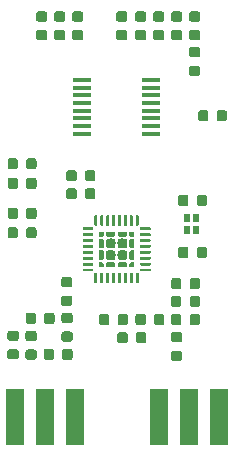
<source format=gbr>
G04 #@! TF.GenerationSoftware,KiCad,Pcbnew,5.1.2*
G04 #@! TF.CreationDate,2019-05-07T22:25:54+02:00*
G04 #@! TF.ProjectId,SX1257_pmod,53583132-3537-45f7-906d-6f642e6b6963,rev?*
G04 #@! TF.SameCoordinates,Original*
G04 #@! TF.FileFunction,Paste,Top*
G04 #@! TF.FilePolarity,Positive*
%FSLAX46Y46*%
G04 Gerber Fmt 4.6, Leading zero omitted, Abs format (unit mm)*
G04 Created by KiCad (PCBNEW 5.1.2) date 2019-05-07 22:25:54*
%MOMM*%
%LPD*%
G04 APERTURE LIST*
%ADD10R,0.580000X0.730000*%
%ADD11C,0.100000*%
%ADD12C,0.875000*%
%ADD13R,1.524000X4.800000*%
%ADD14C,0.250000*%
%ADD15C,0.318785*%
%ADD16C,0.349614*%
%ADD17C,0.806226*%
%ADD18R,1.500000X0.450000*%
G04 APERTURE END LIST*
D10*
X131175000Y-49800000D03*
X131175000Y-48800000D03*
X130425000Y-49800000D03*
X130425000Y-48800000D03*
D11*
G36*
X125177691Y-31288053D02*
G01*
X125198926Y-31291203D01*
X125219750Y-31296419D01*
X125239962Y-31303651D01*
X125259368Y-31312830D01*
X125277781Y-31323866D01*
X125295024Y-31336654D01*
X125310930Y-31351070D01*
X125325346Y-31366976D01*
X125338134Y-31384219D01*
X125349170Y-31402632D01*
X125358349Y-31422038D01*
X125365581Y-31442250D01*
X125370797Y-31463074D01*
X125373947Y-31484309D01*
X125375000Y-31505750D01*
X125375000Y-31943250D01*
X125373947Y-31964691D01*
X125370797Y-31985926D01*
X125365581Y-32006750D01*
X125358349Y-32026962D01*
X125349170Y-32046368D01*
X125338134Y-32064781D01*
X125325346Y-32082024D01*
X125310930Y-32097930D01*
X125295024Y-32112346D01*
X125277781Y-32125134D01*
X125259368Y-32136170D01*
X125239962Y-32145349D01*
X125219750Y-32152581D01*
X125198926Y-32157797D01*
X125177691Y-32160947D01*
X125156250Y-32162000D01*
X124643750Y-32162000D01*
X124622309Y-32160947D01*
X124601074Y-32157797D01*
X124580250Y-32152581D01*
X124560038Y-32145349D01*
X124540632Y-32136170D01*
X124522219Y-32125134D01*
X124504976Y-32112346D01*
X124489070Y-32097930D01*
X124474654Y-32082024D01*
X124461866Y-32064781D01*
X124450830Y-32046368D01*
X124441651Y-32026962D01*
X124434419Y-32006750D01*
X124429203Y-31985926D01*
X124426053Y-31964691D01*
X124425000Y-31943250D01*
X124425000Y-31505750D01*
X124426053Y-31484309D01*
X124429203Y-31463074D01*
X124434419Y-31442250D01*
X124441651Y-31422038D01*
X124450830Y-31402632D01*
X124461866Y-31384219D01*
X124474654Y-31366976D01*
X124489070Y-31351070D01*
X124504976Y-31336654D01*
X124522219Y-31323866D01*
X124540632Y-31312830D01*
X124560038Y-31303651D01*
X124580250Y-31296419D01*
X124601074Y-31291203D01*
X124622309Y-31288053D01*
X124643750Y-31287000D01*
X125156250Y-31287000D01*
X125177691Y-31288053D01*
X125177691Y-31288053D01*
G37*
D12*
X124900000Y-31724500D03*
D11*
G36*
X125177691Y-32863053D02*
G01*
X125198926Y-32866203D01*
X125219750Y-32871419D01*
X125239962Y-32878651D01*
X125259368Y-32887830D01*
X125277781Y-32898866D01*
X125295024Y-32911654D01*
X125310930Y-32926070D01*
X125325346Y-32941976D01*
X125338134Y-32959219D01*
X125349170Y-32977632D01*
X125358349Y-32997038D01*
X125365581Y-33017250D01*
X125370797Y-33038074D01*
X125373947Y-33059309D01*
X125375000Y-33080750D01*
X125375000Y-33518250D01*
X125373947Y-33539691D01*
X125370797Y-33560926D01*
X125365581Y-33581750D01*
X125358349Y-33601962D01*
X125349170Y-33621368D01*
X125338134Y-33639781D01*
X125325346Y-33657024D01*
X125310930Y-33672930D01*
X125295024Y-33687346D01*
X125277781Y-33700134D01*
X125259368Y-33711170D01*
X125239962Y-33720349D01*
X125219750Y-33727581D01*
X125198926Y-33732797D01*
X125177691Y-33735947D01*
X125156250Y-33737000D01*
X124643750Y-33737000D01*
X124622309Y-33735947D01*
X124601074Y-33732797D01*
X124580250Y-33727581D01*
X124560038Y-33720349D01*
X124540632Y-33711170D01*
X124522219Y-33700134D01*
X124504976Y-33687346D01*
X124489070Y-33672930D01*
X124474654Y-33657024D01*
X124461866Y-33639781D01*
X124450830Y-33621368D01*
X124441651Y-33601962D01*
X124434419Y-33581750D01*
X124429203Y-33560926D01*
X124426053Y-33539691D01*
X124425000Y-33518250D01*
X124425000Y-33080750D01*
X124426053Y-33059309D01*
X124429203Y-33038074D01*
X124434419Y-33017250D01*
X124441651Y-32997038D01*
X124450830Y-32977632D01*
X124461866Y-32959219D01*
X124474654Y-32941976D01*
X124489070Y-32926070D01*
X124504976Y-32911654D01*
X124522219Y-32898866D01*
X124540632Y-32887830D01*
X124560038Y-32878651D01*
X124580250Y-32871419D01*
X124601074Y-32866203D01*
X124622309Y-32863053D01*
X124643750Y-32862000D01*
X125156250Y-32862000D01*
X125177691Y-32863053D01*
X125177691Y-32863053D01*
G37*
D12*
X124900000Y-33299500D03*
D11*
G36*
X131341691Y-34310553D02*
G01*
X131362926Y-34313703D01*
X131383750Y-34318919D01*
X131403962Y-34326151D01*
X131423368Y-34335330D01*
X131441781Y-34346366D01*
X131459024Y-34359154D01*
X131474930Y-34373570D01*
X131489346Y-34389476D01*
X131502134Y-34406719D01*
X131513170Y-34425132D01*
X131522349Y-34444538D01*
X131529581Y-34464750D01*
X131534797Y-34485574D01*
X131537947Y-34506809D01*
X131539000Y-34528250D01*
X131539000Y-34965750D01*
X131537947Y-34987191D01*
X131534797Y-35008426D01*
X131529581Y-35029250D01*
X131522349Y-35049462D01*
X131513170Y-35068868D01*
X131502134Y-35087281D01*
X131489346Y-35104524D01*
X131474930Y-35120430D01*
X131459024Y-35134846D01*
X131441781Y-35147634D01*
X131423368Y-35158670D01*
X131403962Y-35167849D01*
X131383750Y-35175081D01*
X131362926Y-35180297D01*
X131341691Y-35183447D01*
X131320250Y-35184500D01*
X130807750Y-35184500D01*
X130786309Y-35183447D01*
X130765074Y-35180297D01*
X130744250Y-35175081D01*
X130724038Y-35167849D01*
X130704632Y-35158670D01*
X130686219Y-35147634D01*
X130668976Y-35134846D01*
X130653070Y-35120430D01*
X130638654Y-35104524D01*
X130625866Y-35087281D01*
X130614830Y-35068868D01*
X130605651Y-35049462D01*
X130598419Y-35029250D01*
X130593203Y-35008426D01*
X130590053Y-34987191D01*
X130589000Y-34965750D01*
X130589000Y-34528250D01*
X130590053Y-34506809D01*
X130593203Y-34485574D01*
X130598419Y-34464750D01*
X130605651Y-34444538D01*
X130614830Y-34425132D01*
X130625866Y-34406719D01*
X130638654Y-34389476D01*
X130653070Y-34373570D01*
X130668976Y-34359154D01*
X130686219Y-34346366D01*
X130704632Y-34335330D01*
X130724038Y-34326151D01*
X130744250Y-34318919D01*
X130765074Y-34313703D01*
X130786309Y-34310553D01*
X130807750Y-34309500D01*
X131320250Y-34309500D01*
X131341691Y-34310553D01*
X131341691Y-34310553D01*
G37*
D12*
X131064000Y-34747000D03*
D11*
G36*
X131341691Y-35885553D02*
G01*
X131362926Y-35888703D01*
X131383750Y-35893919D01*
X131403962Y-35901151D01*
X131423368Y-35910330D01*
X131441781Y-35921366D01*
X131459024Y-35934154D01*
X131474930Y-35948570D01*
X131489346Y-35964476D01*
X131502134Y-35981719D01*
X131513170Y-36000132D01*
X131522349Y-36019538D01*
X131529581Y-36039750D01*
X131534797Y-36060574D01*
X131537947Y-36081809D01*
X131539000Y-36103250D01*
X131539000Y-36540750D01*
X131537947Y-36562191D01*
X131534797Y-36583426D01*
X131529581Y-36604250D01*
X131522349Y-36624462D01*
X131513170Y-36643868D01*
X131502134Y-36662281D01*
X131489346Y-36679524D01*
X131474930Y-36695430D01*
X131459024Y-36709846D01*
X131441781Y-36722634D01*
X131423368Y-36733670D01*
X131403962Y-36742849D01*
X131383750Y-36750081D01*
X131362926Y-36755297D01*
X131341691Y-36758447D01*
X131320250Y-36759500D01*
X130807750Y-36759500D01*
X130786309Y-36758447D01*
X130765074Y-36755297D01*
X130744250Y-36750081D01*
X130724038Y-36742849D01*
X130704632Y-36733670D01*
X130686219Y-36722634D01*
X130668976Y-36709846D01*
X130653070Y-36695430D01*
X130638654Y-36679524D01*
X130625866Y-36662281D01*
X130614830Y-36643868D01*
X130605651Y-36624462D01*
X130598419Y-36604250D01*
X130593203Y-36583426D01*
X130590053Y-36562191D01*
X130589000Y-36540750D01*
X130589000Y-36103250D01*
X130590053Y-36081809D01*
X130593203Y-36060574D01*
X130598419Y-36039750D01*
X130605651Y-36019538D01*
X130614830Y-36000132D01*
X130625866Y-35981719D01*
X130638654Y-35964476D01*
X130653070Y-35948570D01*
X130668976Y-35934154D01*
X130686219Y-35921366D01*
X130704632Y-35910330D01*
X130724038Y-35901151D01*
X130744250Y-35893919D01*
X130765074Y-35888703D01*
X130786309Y-35885553D01*
X130807750Y-35884500D01*
X131320250Y-35884500D01*
X131341691Y-35885553D01*
X131341691Y-35885553D01*
G37*
D12*
X131064000Y-36322000D03*
D13*
X133096000Y-65613000D03*
X128016000Y-65613000D03*
X130556000Y-65613000D03*
X118364000Y-65613000D03*
X115824000Y-65613000D03*
X120904000Y-65613000D03*
D11*
G36*
X131327691Y-53876053D02*
G01*
X131348926Y-53879203D01*
X131369750Y-53884419D01*
X131389962Y-53891651D01*
X131409368Y-53900830D01*
X131427781Y-53911866D01*
X131445024Y-53924654D01*
X131460930Y-53939070D01*
X131475346Y-53954976D01*
X131488134Y-53972219D01*
X131499170Y-53990632D01*
X131508349Y-54010038D01*
X131515581Y-54030250D01*
X131520797Y-54051074D01*
X131523947Y-54072309D01*
X131525000Y-54093750D01*
X131525000Y-54606250D01*
X131523947Y-54627691D01*
X131520797Y-54648926D01*
X131515581Y-54669750D01*
X131508349Y-54689962D01*
X131499170Y-54709368D01*
X131488134Y-54727781D01*
X131475346Y-54745024D01*
X131460930Y-54760930D01*
X131445024Y-54775346D01*
X131427781Y-54788134D01*
X131409368Y-54799170D01*
X131389962Y-54808349D01*
X131369750Y-54815581D01*
X131348926Y-54820797D01*
X131327691Y-54823947D01*
X131306250Y-54825000D01*
X130868750Y-54825000D01*
X130847309Y-54823947D01*
X130826074Y-54820797D01*
X130805250Y-54815581D01*
X130785038Y-54808349D01*
X130765632Y-54799170D01*
X130747219Y-54788134D01*
X130729976Y-54775346D01*
X130714070Y-54760930D01*
X130699654Y-54745024D01*
X130686866Y-54727781D01*
X130675830Y-54709368D01*
X130666651Y-54689962D01*
X130659419Y-54669750D01*
X130654203Y-54648926D01*
X130651053Y-54627691D01*
X130650000Y-54606250D01*
X130650000Y-54093750D01*
X130651053Y-54072309D01*
X130654203Y-54051074D01*
X130659419Y-54030250D01*
X130666651Y-54010038D01*
X130675830Y-53990632D01*
X130686866Y-53972219D01*
X130699654Y-53954976D01*
X130714070Y-53939070D01*
X130729976Y-53924654D01*
X130747219Y-53911866D01*
X130765632Y-53900830D01*
X130785038Y-53891651D01*
X130805250Y-53884419D01*
X130826074Y-53879203D01*
X130847309Y-53876053D01*
X130868750Y-53875000D01*
X131306250Y-53875000D01*
X131327691Y-53876053D01*
X131327691Y-53876053D01*
G37*
D12*
X131087500Y-54350000D03*
D11*
G36*
X129752691Y-53876053D02*
G01*
X129773926Y-53879203D01*
X129794750Y-53884419D01*
X129814962Y-53891651D01*
X129834368Y-53900830D01*
X129852781Y-53911866D01*
X129870024Y-53924654D01*
X129885930Y-53939070D01*
X129900346Y-53954976D01*
X129913134Y-53972219D01*
X129924170Y-53990632D01*
X129933349Y-54010038D01*
X129940581Y-54030250D01*
X129945797Y-54051074D01*
X129948947Y-54072309D01*
X129950000Y-54093750D01*
X129950000Y-54606250D01*
X129948947Y-54627691D01*
X129945797Y-54648926D01*
X129940581Y-54669750D01*
X129933349Y-54689962D01*
X129924170Y-54709368D01*
X129913134Y-54727781D01*
X129900346Y-54745024D01*
X129885930Y-54760930D01*
X129870024Y-54775346D01*
X129852781Y-54788134D01*
X129834368Y-54799170D01*
X129814962Y-54808349D01*
X129794750Y-54815581D01*
X129773926Y-54820797D01*
X129752691Y-54823947D01*
X129731250Y-54825000D01*
X129293750Y-54825000D01*
X129272309Y-54823947D01*
X129251074Y-54820797D01*
X129230250Y-54815581D01*
X129210038Y-54808349D01*
X129190632Y-54799170D01*
X129172219Y-54788134D01*
X129154976Y-54775346D01*
X129139070Y-54760930D01*
X129124654Y-54745024D01*
X129111866Y-54727781D01*
X129100830Y-54709368D01*
X129091651Y-54689962D01*
X129084419Y-54669750D01*
X129079203Y-54648926D01*
X129076053Y-54627691D01*
X129075000Y-54606250D01*
X129075000Y-54093750D01*
X129076053Y-54072309D01*
X129079203Y-54051074D01*
X129084419Y-54030250D01*
X129091651Y-54010038D01*
X129100830Y-53990632D01*
X129111866Y-53972219D01*
X129124654Y-53954976D01*
X129139070Y-53939070D01*
X129154976Y-53924654D01*
X129172219Y-53911866D01*
X129190632Y-53900830D01*
X129210038Y-53891651D01*
X129230250Y-53884419D01*
X129251074Y-53879203D01*
X129272309Y-53876053D01*
X129293750Y-53875000D01*
X129731250Y-53875000D01*
X129752691Y-53876053D01*
X129752691Y-53876053D01*
G37*
D12*
X129512500Y-54350000D03*
D11*
G36*
X119010691Y-56803053D02*
G01*
X119031926Y-56806203D01*
X119052750Y-56811419D01*
X119072962Y-56818651D01*
X119092368Y-56827830D01*
X119110781Y-56838866D01*
X119128024Y-56851654D01*
X119143930Y-56866070D01*
X119158346Y-56881976D01*
X119171134Y-56899219D01*
X119182170Y-56917632D01*
X119191349Y-56937038D01*
X119198581Y-56957250D01*
X119203797Y-56978074D01*
X119206947Y-56999309D01*
X119208000Y-57020750D01*
X119208000Y-57533250D01*
X119206947Y-57554691D01*
X119203797Y-57575926D01*
X119198581Y-57596750D01*
X119191349Y-57616962D01*
X119182170Y-57636368D01*
X119171134Y-57654781D01*
X119158346Y-57672024D01*
X119143930Y-57687930D01*
X119128024Y-57702346D01*
X119110781Y-57715134D01*
X119092368Y-57726170D01*
X119072962Y-57735349D01*
X119052750Y-57742581D01*
X119031926Y-57747797D01*
X119010691Y-57750947D01*
X118989250Y-57752000D01*
X118551750Y-57752000D01*
X118530309Y-57750947D01*
X118509074Y-57747797D01*
X118488250Y-57742581D01*
X118468038Y-57735349D01*
X118448632Y-57726170D01*
X118430219Y-57715134D01*
X118412976Y-57702346D01*
X118397070Y-57687930D01*
X118382654Y-57672024D01*
X118369866Y-57654781D01*
X118358830Y-57636368D01*
X118349651Y-57616962D01*
X118342419Y-57596750D01*
X118337203Y-57575926D01*
X118334053Y-57554691D01*
X118333000Y-57533250D01*
X118333000Y-57020750D01*
X118334053Y-56999309D01*
X118337203Y-56978074D01*
X118342419Y-56957250D01*
X118349651Y-56937038D01*
X118358830Y-56917632D01*
X118369866Y-56899219D01*
X118382654Y-56881976D01*
X118397070Y-56866070D01*
X118412976Y-56851654D01*
X118430219Y-56838866D01*
X118448632Y-56827830D01*
X118468038Y-56818651D01*
X118488250Y-56811419D01*
X118509074Y-56806203D01*
X118530309Y-56803053D01*
X118551750Y-56802000D01*
X118989250Y-56802000D01*
X119010691Y-56803053D01*
X119010691Y-56803053D01*
G37*
D12*
X118770500Y-57277000D03*
D11*
G36*
X117435691Y-56803053D02*
G01*
X117456926Y-56806203D01*
X117477750Y-56811419D01*
X117497962Y-56818651D01*
X117517368Y-56827830D01*
X117535781Y-56838866D01*
X117553024Y-56851654D01*
X117568930Y-56866070D01*
X117583346Y-56881976D01*
X117596134Y-56899219D01*
X117607170Y-56917632D01*
X117616349Y-56937038D01*
X117623581Y-56957250D01*
X117628797Y-56978074D01*
X117631947Y-56999309D01*
X117633000Y-57020750D01*
X117633000Y-57533250D01*
X117631947Y-57554691D01*
X117628797Y-57575926D01*
X117623581Y-57596750D01*
X117616349Y-57616962D01*
X117607170Y-57636368D01*
X117596134Y-57654781D01*
X117583346Y-57672024D01*
X117568930Y-57687930D01*
X117553024Y-57702346D01*
X117535781Y-57715134D01*
X117517368Y-57726170D01*
X117497962Y-57735349D01*
X117477750Y-57742581D01*
X117456926Y-57747797D01*
X117435691Y-57750947D01*
X117414250Y-57752000D01*
X116976750Y-57752000D01*
X116955309Y-57750947D01*
X116934074Y-57747797D01*
X116913250Y-57742581D01*
X116893038Y-57735349D01*
X116873632Y-57726170D01*
X116855219Y-57715134D01*
X116837976Y-57702346D01*
X116822070Y-57687930D01*
X116807654Y-57672024D01*
X116794866Y-57654781D01*
X116783830Y-57636368D01*
X116774651Y-57616962D01*
X116767419Y-57596750D01*
X116762203Y-57575926D01*
X116759053Y-57554691D01*
X116758000Y-57533250D01*
X116758000Y-57020750D01*
X116759053Y-56999309D01*
X116762203Y-56978074D01*
X116767419Y-56957250D01*
X116774651Y-56937038D01*
X116783830Y-56917632D01*
X116794866Y-56899219D01*
X116807654Y-56881976D01*
X116822070Y-56866070D01*
X116837976Y-56851654D01*
X116855219Y-56838866D01*
X116873632Y-56827830D01*
X116893038Y-56818651D01*
X116913250Y-56811419D01*
X116934074Y-56806203D01*
X116955309Y-56803053D01*
X116976750Y-56802000D01*
X117414250Y-56802000D01*
X117435691Y-56803053D01*
X117435691Y-56803053D01*
G37*
D12*
X117195500Y-57277000D03*
D11*
G36*
X125202691Y-58451053D02*
G01*
X125223926Y-58454203D01*
X125244750Y-58459419D01*
X125264962Y-58466651D01*
X125284368Y-58475830D01*
X125302781Y-58486866D01*
X125320024Y-58499654D01*
X125335930Y-58514070D01*
X125350346Y-58529976D01*
X125363134Y-58547219D01*
X125374170Y-58565632D01*
X125383349Y-58585038D01*
X125390581Y-58605250D01*
X125395797Y-58626074D01*
X125398947Y-58647309D01*
X125400000Y-58668750D01*
X125400000Y-59181250D01*
X125398947Y-59202691D01*
X125395797Y-59223926D01*
X125390581Y-59244750D01*
X125383349Y-59264962D01*
X125374170Y-59284368D01*
X125363134Y-59302781D01*
X125350346Y-59320024D01*
X125335930Y-59335930D01*
X125320024Y-59350346D01*
X125302781Y-59363134D01*
X125284368Y-59374170D01*
X125264962Y-59383349D01*
X125244750Y-59390581D01*
X125223926Y-59395797D01*
X125202691Y-59398947D01*
X125181250Y-59400000D01*
X124743750Y-59400000D01*
X124722309Y-59398947D01*
X124701074Y-59395797D01*
X124680250Y-59390581D01*
X124660038Y-59383349D01*
X124640632Y-59374170D01*
X124622219Y-59363134D01*
X124604976Y-59350346D01*
X124589070Y-59335930D01*
X124574654Y-59320024D01*
X124561866Y-59302781D01*
X124550830Y-59284368D01*
X124541651Y-59264962D01*
X124534419Y-59244750D01*
X124529203Y-59223926D01*
X124526053Y-59202691D01*
X124525000Y-59181250D01*
X124525000Y-58668750D01*
X124526053Y-58647309D01*
X124529203Y-58626074D01*
X124534419Y-58605250D01*
X124541651Y-58585038D01*
X124550830Y-58565632D01*
X124561866Y-58547219D01*
X124574654Y-58529976D01*
X124589070Y-58514070D01*
X124604976Y-58499654D01*
X124622219Y-58486866D01*
X124640632Y-58475830D01*
X124660038Y-58466651D01*
X124680250Y-58459419D01*
X124701074Y-58454203D01*
X124722309Y-58451053D01*
X124743750Y-58450000D01*
X125181250Y-58450000D01*
X125202691Y-58451053D01*
X125202691Y-58451053D01*
G37*
D12*
X124962500Y-58925000D03*
D11*
G36*
X126777691Y-58451053D02*
G01*
X126798926Y-58454203D01*
X126819750Y-58459419D01*
X126839962Y-58466651D01*
X126859368Y-58475830D01*
X126877781Y-58486866D01*
X126895024Y-58499654D01*
X126910930Y-58514070D01*
X126925346Y-58529976D01*
X126938134Y-58547219D01*
X126949170Y-58565632D01*
X126958349Y-58585038D01*
X126965581Y-58605250D01*
X126970797Y-58626074D01*
X126973947Y-58647309D01*
X126975000Y-58668750D01*
X126975000Y-59181250D01*
X126973947Y-59202691D01*
X126970797Y-59223926D01*
X126965581Y-59244750D01*
X126958349Y-59264962D01*
X126949170Y-59284368D01*
X126938134Y-59302781D01*
X126925346Y-59320024D01*
X126910930Y-59335930D01*
X126895024Y-59350346D01*
X126877781Y-59363134D01*
X126859368Y-59374170D01*
X126839962Y-59383349D01*
X126819750Y-59390581D01*
X126798926Y-59395797D01*
X126777691Y-59398947D01*
X126756250Y-59400000D01*
X126318750Y-59400000D01*
X126297309Y-59398947D01*
X126276074Y-59395797D01*
X126255250Y-59390581D01*
X126235038Y-59383349D01*
X126215632Y-59374170D01*
X126197219Y-59363134D01*
X126179976Y-59350346D01*
X126164070Y-59335930D01*
X126149654Y-59320024D01*
X126136866Y-59302781D01*
X126125830Y-59284368D01*
X126116651Y-59264962D01*
X126109419Y-59244750D01*
X126104203Y-59223926D01*
X126101053Y-59202691D01*
X126100000Y-59181250D01*
X126100000Y-58668750D01*
X126101053Y-58647309D01*
X126104203Y-58626074D01*
X126109419Y-58605250D01*
X126116651Y-58585038D01*
X126125830Y-58565632D01*
X126136866Y-58547219D01*
X126149654Y-58529976D01*
X126164070Y-58514070D01*
X126179976Y-58499654D01*
X126197219Y-58486866D01*
X126215632Y-58475830D01*
X126235038Y-58466651D01*
X126255250Y-58459419D01*
X126276074Y-58454203D01*
X126297309Y-58451053D01*
X126318750Y-58450000D01*
X126756250Y-58450000D01*
X126777691Y-58451053D01*
X126777691Y-58451053D01*
G37*
D12*
X126537500Y-58925000D03*
D11*
G36*
X125233691Y-56903053D02*
G01*
X125254926Y-56906203D01*
X125275750Y-56911419D01*
X125295962Y-56918651D01*
X125315368Y-56927830D01*
X125333781Y-56938866D01*
X125351024Y-56951654D01*
X125366930Y-56966070D01*
X125381346Y-56981976D01*
X125394134Y-56999219D01*
X125405170Y-57017632D01*
X125414349Y-57037038D01*
X125421581Y-57057250D01*
X125426797Y-57078074D01*
X125429947Y-57099309D01*
X125431000Y-57120750D01*
X125431000Y-57633250D01*
X125429947Y-57654691D01*
X125426797Y-57675926D01*
X125421581Y-57696750D01*
X125414349Y-57716962D01*
X125405170Y-57736368D01*
X125394134Y-57754781D01*
X125381346Y-57772024D01*
X125366930Y-57787930D01*
X125351024Y-57802346D01*
X125333781Y-57815134D01*
X125315368Y-57826170D01*
X125295962Y-57835349D01*
X125275750Y-57842581D01*
X125254926Y-57847797D01*
X125233691Y-57850947D01*
X125212250Y-57852000D01*
X124774750Y-57852000D01*
X124753309Y-57850947D01*
X124732074Y-57847797D01*
X124711250Y-57842581D01*
X124691038Y-57835349D01*
X124671632Y-57826170D01*
X124653219Y-57815134D01*
X124635976Y-57802346D01*
X124620070Y-57787930D01*
X124605654Y-57772024D01*
X124592866Y-57754781D01*
X124581830Y-57736368D01*
X124572651Y-57716962D01*
X124565419Y-57696750D01*
X124560203Y-57675926D01*
X124557053Y-57654691D01*
X124556000Y-57633250D01*
X124556000Y-57120750D01*
X124557053Y-57099309D01*
X124560203Y-57078074D01*
X124565419Y-57057250D01*
X124572651Y-57037038D01*
X124581830Y-57017632D01*
X124592866Y-56999219D01*
X124605654Y-56981976D01*
X124620070Y-56966070D01*
X124635976Y-56951654D01*
X124653219Y-56938866D01*
X124671632Y-56927830D01*
X124691038Y-56918651D01*
X124711250Y-56911419D01*
X124732074Y-56906203D01*
X124753309Y-56903053D01*
X124774750Y-56902000D01*
X125212250Y-56902000D01*
X125233691Y-56903053D01*
X125233691Y-56903053D01*
G37*
D12*
X124993500Y-57377000D03*
D11*
G36*
X123658691Y-56903053D02*
G01*
X123679926Y-56906203D01*
X123700750Y-56911419D01*
X123720962Y-56918651D01*
X123740368Y-56927830D01*
X123758781Y-56938866D01*
X123776024Y-56951654D01*
X123791930Y-56966070D01*
X123806346Y-56981976D01*
X123819134Y-56999219D01*
X123830170Y-57017632D01*
X123839349Y-57037038D01*
X123846581Y-57057250D01*
X123851797Y-57078074D01*
X123854947Y-57099309D01*
X123856000Y-57120750D01*
X123856000Y-57633250D01*
X123854947Y-57654691D01*
X123851797Y-57675926D01*
X123846581Y-57696750D01*
X123839349Y-57716962D01*
X123830170Y-57736368D01*
X123819134Y-57754781D01*
X123806346Y-57772024D01*
X123791930Y-57787930D01*
X123776024Y-57802346D01*
X123758781Y-57815134D01*
X123740368Y-57826170D01*
X123720962Y-57835349D01*
X123700750Y-57842581D01*
X123679926Y-57847797D01*
X123658691Y-57850947D01*
X123637250Y-57852000D01*
X123199750Y-57852000D01*
X123178309Y-57850947D01*
X123157074Y-57847797D01*
X123136250Y-57842581D01*
X123116038Y-57835349D01*
X123096632Y-57826170D01*
X123078219Y-57815134D01*
X123060976Y-57802346D01*
X123045070Y-57787930D01*
X123030654Y-57772024D01*
X123017866Y-57754781D01*
X123006830Y-57736368D01*
X122997651Y-57716962D01*
X122990419Y-57696750D01*
X122985203Y-57675926D01*
X122982053Y-57654691D01*
X122981000Y-57633250D01*
X122981000Y-57120750D01*
X122982053Y-57099309D01*
X122985203Y-57078074D01*
X122990419Y-57057250D01*
X122997651Y-57037038D01*
X123006830Y-57017632D01*
X123017866Y-56999219D01*
X123030654Y-56981976D01*
X123045070Y-56966070D01*
X123060976Y-56951654D01*
X123078219Y-56938866D01*
X123096632Y-56927830D01*
X123116038Y-56918651D01*
X123136250Y-56911419D01*
X123157074Y-56906203D01*
X123178309Y-56903053D01*
X123199750Y-56902000D01*
X123637250Y-56902000D01*
X123658691Y-56903053D01*
X123658691Y-56903053D01*
G37*
D12*
X123418500Y-57377000D03*
D11*
G36*
X120534691Y-59851053D02*
G01*
X120555926Y-59854203D01*
X120576750Y-59859419D01*
X120596962Y-59866651D01*
X120616368Y-59875830D01*
X120634781Y-59886866D01*
X120652024Y-59899654D01*
X120667930Y-59914070D01*
X120682346Y-59929976D01*
X120695134Y-59947219D01*
X120706170Y-59965632D01*
X120715349Y-59985038D01*
X120722581Y-60005250D01*
X120727797Y-60026074D01*
X120730947Y-60047309D01*
X120732000Y-60068750D01*
X120732000Y-60581250D01*
X120730947Y-60602691D01*
X120727797Y-60623926D01*
X120722581Y-60644750D01*
X120715349Y-60664962D01*
X120706170Y-60684368D01*
X120695134Y-60702781D01*
X120682346Y-60720024D01*
X120667930Y-60735930D01*
X120652024Y-60750346D01*
X120634781Y-60763134D01*
X120616368Y-60774170D01*
X120596962Y-60783349D01*
X120576750Y-60790581D01*
X120555926Y-60795797D01*
X120534691Y-60798947D01*
X120513250Y-60800000D01*
X120075750Y-60800000D01*
X120054309Y-60798947D01*
X120033074Y-60795797D01*
X120012250Y-60790581D01*
X119992038Y-60783349D01*
X119972632Y-60774170D01*
X119954219Y-60763134D01*
X119936976Y-60750346D01*
X119921070Y-60735930D01*
X119906654Y-60720024D01*
X119893866Y-60702781D01*
X119882830Y-60684368D01*
X119873651Y-60664962D01*
X119866419Y-60644750D01*
X119861203Y-60623926D01*
X119858053Y-60602691D01*
X119857000Y-60581250D01*
X119857000Y-60068750D01*
X119858053Y-60047309D01*
X119861203Y-60026074D01*
X119866419Y-60005250D01*
X119873651Y-59985038D01*
X119882830Y-59965632D01*
X119893866Y-59947219D01*
X119906654Y-59929976D01*
X119921070Y-59914070D01*
X119936976Y-59899654D01*
X119954219Y-59886866D01*
X119972632Y-59875830D01*
X119992038Y-59866651D01*
X120012250Y-59859419D01*
X120033074Y-59854203D01*
X120054309Y-59851053D01*
X120075750Y-59850000D01*
X120513250Y-59850000D01*
X120534691Y-59851053D01*
X120534691Y-59851053D01*
G37*
D12*
X120294500Y-60325000D03*
D11*
G36*
X118959691Y-59851053D02*
G01*
X118980926Y-59854203D01*
X119001750Y-59859419D01*
X119021962Y-59866651D01*
X119041368Y-59875830D01*
X119059781Y-59886866D01*
X119077024Y-59899654D01*
X119092930Y-59914070D01*
X119107346Y-59929976D01*
X119120134Y-59947219D01*
X119131170Y-59965632D01*
X119140349Y-59985038D01*
X119147581Y-60005250D01*
X119152797Y-60026074D01*
X119155947Y-60047309D01*
X119157000Y-60068750D01*
X119157000Y-60581250D01*
X119155947Y-60602691D01*
X119152797Y-60623926D01*
X119147581Y-60644750D01*
X119140349Y-60664962D01*
X119131170Y-60684368D01*
X119120134Y-60702781D01*
X119107346Y-60720024D01*
X119092930Y-60735930D01*
X119077024Y-60750346D01*
X119059781Y-60763134D01*
X119041368Y-60774170D01*
X119021962Y-60783349D01*
X119001750Y-60790581D01*
X118980926Y-60795797D01*
X118959691Y-60798947D01*
X118938250Y-60800000D01*
X118500750Y-60800000D01*
X118479309Y-60798947D01*
X118458074Y-60795797D01*
X118437250Y-60790581D01*
X118417038Y-60783349D01*
X118397632Y-60774170D01*
X118379219Y-60763134D01*
X118361976Y-60750346D01*
X118346070Y-60735930D01*
X118331654Y-60720024D01*
X118318866Y-60702781D01*
X118307830Y-60684368D01*
X118298651Y-60664962D01*
X118291419Y-60644750D01*
X118286203Y-60623926D01*
X118283053Y-60602691D01*
X118282000Y-60581250D01*
X118282000Y-60068750D01*
X118283053Y-60047309D01*
X118286203Y-60026074D01*
X118291419Y-60005250D01*
X118298651Y-59985038D01*
X118307830Y-59965632D01*
X118318866Y-59947219D01*
X118331654Y-59929976D01*
X118346070Y-59914070D01*
X118361976Y-59899654D01*
X118379219Y-59886866D01*
X118397632Y-59875830D01*
X118417038Y-59866651D01*
X118437250Y-59859419D01*
X118458074Y-59854203D01*
X118479309Y-59851053D01*
X118500750Y-59850000D01*
X118938250Y-59850000D01*
X118959691Y-59851053D01*
X118959691Y-59851053D01*
G37*
D12*
X118719500Y-60325000D03*
D11*
G36*
X129754691Y-56903053D02*
G01*
X129775926Y-56906203D01*
X129796750Y-56911419D01*
X129816962Y-56918651D01*
X129836368Y-56927830D01*
X129854781Y-56938866D01*
X129872024Y-56951654D01*
X129887930Y-56966070D01*
X129902346Y-56981976D01*
X129915134Y-56999219D01*
X129926170Y-57017632D01*
X129935349Y-57037038D01*
X129942581Y-57057250D01*
X129947797Y-57078074D01*
X129950947Y-57099309D01*
X129952000Y-57120750D01*
X129952000Y-57633250D01*
X129950947Y-57654691D01*
X129947797Y-57675926D01*
X129942581Y-57696750D01*
X129935349Y-57716962D01*
X129926170Y-57736368D01*
X129915134Y-57754781D01*
X129902346Y-57772024D01*
X129887930Y-57787930D01*
X129872024Y-57802346D01*
X129854781Y-57815134D01*
X129836368Y-57826170D01*
X129816962Y-57835349D01*
X129796750Y-57842581D01*
X129775926Y-57847797D01*
X129754691Y-57850947D01*
X129733250Y-57852000D01*
X129295750Y-57852000D01*
X129274309Y-57850947D01*
X129253074Y-57847797D01*
X129232250Y-57842581D01*
X129212038Y-57835349D01*
X129192632Y-57826170D01*
X129174219Y-57815134D01*
X129156976Y-57802346D01*
X129141070Y-57787930D01*
X129126654Y-57772024D01*
X129113866Y-57754781D01*
X129102830Y-57736368D01*
X129093651Y-57716962D01*
X129086419Y-57696750D01*
X129081203Y-57675926D01*
X129078053Y-57654691D01*
X129077000Y-57633250D01*
X129077000Y-57120750D01*
X129078053Y-57099309D01*
X129081203Y-57078074D01*
X129086419Y-57057250D01*
X129093651Y-57037038D01*
X129102830Y-57017632D01*
X129113866Y-56999219D01*
X129126654Y-56981976D01*
X129141070Y-56966070D01*
X129156976Y-56951654D01*
X129174219Y-56938866D01*
X129192632Y-56927830D01*
X129212038Y-56918651D01*
X129232250Y-56911419D01*
X129253074Y-56906203D01*
X129274309Y-56903053D01*
X129295750Y-56902000D01*
X129733250Y-56902000D01*
X129754691Y-56903053D01*
X129754691Y-56903053D01*
G37*
D12*
X129514500Y-57377000D03*
D11*
G36*
X131329691Y-56903053D02*
G01*
X131350926Y-56906203D01*
X131371750Y-56911419D01*
X131391962Y-56918651D01*
X131411368Y-56927830D01*
X131429781Y-56938866D01*
X131447024Y-56951654D01*
X131462930Y-56966070D01*
X131477346Y-56981976D01*
X131490134Y-56999219D01*
X131501170Y-57017632D01*
X131510349Y-57037038D01*
X131517581Y-57057250D01*
X131522797Y-57078074D01*
X131525947Y-57099309D01*
X131527000Y-57120750D01*
X131527000Y-57633250D01*
X131525947Y-57654691D01*
X131522797Y-57675926D01*
X131517581Y-57696750D01*
X131510349Y-57716962D01*
X131501170Y-57736368D01*
X131490134Y-57754781D01*
X131477346Y-57772024D01*
X131462930Y-57787930D01*
X131447024Y-57802346D01*
X131429781Y-57815134D01*
X131411368Y-57826170D01*
X131391962Y-57835349D01*
X131371750Y-57842581D01*
X131350926Y-57847797D01*
X131329691Y-57850947D01*
X131308250Y-57852000D01*
X130870750Y-57852000D01*
X130849309Y-57850947D01*
X130828074Y-57847797D01*
X130807250Y-57842581D01*
X130787038Y-57835349D01*
X130767632Y-57826170D01*
X130749219Y-57815134D01*
X130731976Y-57802346D01*
X130716070Y-57787930D01*
X130701654Y-57772024D01*
X130688866Y-57754781D01*
X130677830Y-57736368D01*
X130668651Y-57716962D01*
X130661419Y-57696750D01*
X130656203Y-57675926D01*
X130653053Y-57654691D01*
X130652000Y-57633250D01*
X130652000Y-57120750D01*
X130653053Y-57099309D01*
X130656203Y-57078074D01*
X130661419Y-57057250D01*
X130668651Y-57037038D01*
X130677830Y-57017632D01*
X130688866Y-56999219D01*
X130701654Y-56981976D01*
X130716070Y-56966070D01*
X130731976Y-56951654D01*
X130749219Y-56938866D01*
X130767632Y-56927830D01*
X130787038Y-56918651D01*
X130807250Y-56911419D01*
X130828074Y-56906203D01*
X130849309Y-56903053D01*
X130870750Y-56902000D01*
X131308250Y-56902000D01*
X131329691Y-56903053D01*
X131329691Y-56903053D01*
G37*
D12*
X131089500Y-57377000D03*
D11*
G36*
X120890191Y-44738053D02*
G01*
X120911426Y-44741203D01*
X120932250Y-44746419D01*
X120952462Y-44753651D01*
X120971868Y-44762830D01*
X120990281Y-44773866D01*
X121007524Y-44786654D01*
X121023430Y-44801070D01*
X121037846Y-44816976D01*
X121050634Y-44834219D01*
X121061670Y-44852632D01*
X121070849Y-44872038D01*
X121078081Y-44892250D01*
X121083297Y-44913074D01*
X121086447Y-44934309D01*
X121087500Y-44955750D01*
X121087500Y-45468250D01*
X121086447Y-45489691D01*
X121083297Y-45510926D01*
X121078081Y-45531750D01*
X121070849Y-45551962D01*
X121061670Y-45571368D01*
X121050634Y-45589781D01*
X121037846Y-45607024D01*
X121023430Y-45622930D01*
X121007524Y-45637346D01*
X120990281Y-45650134D01*
X120971868Y-45661170D01*
X120952462Y-45670349D01*
X120932250Y-45677581D01*
X120911426Y-45682797D01*
X120890191Y-45685947D01*
X120868750Y-45687000D01*
X120431250Y-45687000D01*
X120409809Y-45685947D01*
X120388574Y-45682797D01*
X120367750Y-45677581D01*
X120347538Y-45670349D01*
X120328132Y-45661170D01*
X120309719Y-45650134D01*
X120292476Y-45637346D01*
X120276570Y-45622930D01*
X120262154Y-45607024D01*
X120249366Y-45589781D01*
X120238330Y-45571368D01*
X120229151Y-45551962D01*
X120221919Y-45531750D01*
X120216703Y-45510926D01*
X120213553Y-45489691D01*
X120212500Y-45468250D01*
X120212500Y-44955750D01*
X120213553Y-44934309D01*
X120216703Y-44913074D01*
X120221919Y-44892250D01*
X120229151Y-44872038D01*
X120238330Y-44852632D01*
X120249366Y-44834219D01*
X120262154Y-44816976D01*
X120276570Y-44801070D01*
X120292476Y-44786654D01*
X120309719Y-44773866D01*
X120328132Y-44762830D01*
X120347538Y-44753651D01*
X120367750Y-44746419D01*
X120388574Y-44741203D01*
X120409809Y-44738053D01*
X120431250Y-44737000D01*
X120868750Y-44737000D01*
X120890191Y-44738053D01*
X120890191Y-44738053D01*
G37*
D12*
X120650000Y-45212000D03*
D11*
G36*
X122465191Y-44738053D02*
G01*
X122486426Y-44741203D01*
X122507250Y-44746419D01*
X122527462Y-44753651D01*
X122546868Y-44762830D01*
X122565281Y-44773866D01*
X122582524Y-44786654D01*
X122598430Y-44801070D01*
X122612846Y-44816976D01*
X122625634Y-44834219D01*
X122636670Y-44852632D01*
X122645849Y-44872038D01*
X122653081Y-44892250D01*
X122658297Y-44913074D01*
X122661447Y-44934309D01*
X122662500Y-44955750D01*
X122662500Y-45468250D01*
X122661447Y-45489691D01*
X122658297Y-45510926D01*
X122653081Y-45531750D01*
X122645849Y-45551962D01*
X122636670Y-45571368D01*
X122625634Y-45589781D01*
X122612846Y-45607024D01*
X122598430Y-45622930D01*
X122582524Y-45637346D01*
X122565281Y-45650134D01*
X122546868Y-45661170D01*
X122527462Y-45670349D01*
X122507250Y-45677581D01*
X122486426Y-45682797D01*
X122465191Y-45685947D01*
X122443750Y-45687000D01*
X122006250Y-45687000D01*
X121984809Y-45685947D01*
X121963574Y-45682797D01*
X121942750Y-45677581D01*
X121922538Y-45670349D01*
X121903132Y-45661170D01*
X121884719Y-45650134D01*
X121867476Y-45637346D01*
X121851570Y-45622930D01*
X121837154Y-45607024D01*
X121824366Y-45589781D01*
X121813330Y-45571368D01*
X121804151Y-45551962D01*
X121796919Y-45531750D01*
X121791703Y-45510926D01*
X121788553Y-45489691D01*
X121787500Y-45468250D01*
X121787500Y-44955750D01*
X121788553Y-44934309D01*
X121791703Y-44913074D01*
X121796919Y-44892250D01*
X121804151Y-44872038D01*
X121813330Y-44852632D01*
X121824366Y-44834219D01*
X121837154Y-44816976D01*
X121851570Y-44801070D01*
X121867476Y-44786654D01*
X121884719Y-44773866D01*
X121903132Y-44762830D01*
X121922538Y-44753651D01*
X121942750Y-44746419D01*
X121963574Y-44741203D01*
X121984809Y-44738053D01*
X122006250Y-44737000D01*
X122443750Y-44737000D01*
X122465191Y-44738053D01*
X122465191Y-44738053D01*
G37*
D12*
X122225000Y-45212000D03*
D11*
G36*
X115974691Y-59888553D02*
G01*
X115995926Y-59891703D01*
X116016750Y-59896919D01*
X116036962Y-59904151D01*
X116056368Y-59913330D01*
X116074781Y-59924366D01*
X116092024Y-59937154D01*
X116107930Y-59951570D01*
X116122346Y-59967476D01*
X116135134Y-59984719D01*
X116146170Y-60003132D01*
X116155349Y-60022538D01*
X116162581Y-60042750D01*
X116167797Y-60063574D01*
X116170947Y-60084809D01*
X116172000Y-60106250D01*
X116172000Y-60543750D01*
X116170947Y-60565191D01*
X116167797Y-60586426D01*
X116162581Y-60607250D01*
X116155349Y-60627462D01*
X116146170Y-60646868D01*
X116135134Y-60665281D01*
X116122346Y-60682524D01*
X116107930Y-60698430D01*
X116092024Y-60712846D01*
X116074781Y-60725634D01*
X116056368Y-60736670D01*
X116036962Y-60745849D01*
X116016750Y-60753081D01*
X115995926Y-60758297D01*
X115974691Y-60761447D01*
X115953250Y-60762500D01*
X115440750Y-60762500D01*
X115419309Y-60761447D01*
X115398074Y-60758297D01*
X115377250Y-60753081D01*
X115357038Y-60745849D01*
X115337632Y-60736670D01*
X115319219Y-60725634D01*
X115301976Y-60712846D01*
X115286070Y-60698430D01*
X115271654Y-60682524D01*
X115258866Y-60665281D01*
X115247830Y-60646868D01*
X115238651Y-60627462D01*
X115231419Y-60607250D01*
X115226203Y-60586426D01*
X115223053Y-60565191D01*
X115222000Y-60543750D01*
X115222000Y-60106250D01*
X115223053Y-60084809D01*
X115226203Y-60063574D01*
X115231419Y-60042750D01*
X115238651Y-60022538D01*
X115247830Y-60003132D01*
X115258866Y-59984719D01*
X115271654Y-59967476D01*
X115286070Y-59951570D01*
X115301976Y-59937154D01*
X115319219Y-59924366D01*
X115337632Y-59913330D01*
X115357038Y-59904151D01*
X115377250Y-59896919D01*
X115398074Y-59891703D01*
X115419309Y-59888553D01*
X115440750Y-59887500D01*
X115953250Y-59887500D01*
X115974691Y-59888553D01*
X115974691Y-59888553D01*
G37*
D12*
X115697000Y-60325000D03*
D11*
G36*
X115974691Y-58313553D02*
G01*
X115995926Y-58316703D01*
X116016750Y-58321919D01*
X116036962Y-58329151D01*
X116056368Y-58338330D01*
X116074781Y-58349366D01*
X116092024Y-58362154D01*
X116107930Y-58376570D01*
X116122346Y-58392476D01*
X116135134Y-58409719D01*
X116146170Y-58428132D01*
X116155349Y-58447538D01*
X116162581Y-58467750D01*
X116167797Y-58488574D01*
X116170947Y-58509809D01*
X116172000Y-58531250D01*
X116172000Y-58968750D01*
X116170947Y-58990191D01*
X116167797Y-59011426D01*
X116162581Y-59032250D01*
X116155349Y-59052462D01*
X116146170Y-59071868D01*
X116135134Y-59090281D01*
X116122346Y-59107524D01*
X116107930Y-59123430D01*
X116092024Y-59137846D01*
X116074781Y-59150634D01*
X116056368Y-59161670D01*
X116036962Y-59170849D01*
X116016750Y-59178081D01*
X115995926Y-59183297D01*
X115974691Y-59186447D01*
X115953250Y-59187500D01*
X115440750Y-59187500D01*
X115419309Y-59186447D01*
X115398074Y-59183297D01*
X115377250Y-59178081D01*
X115357038Y-59170849D01*
X115337632Y-59161670D01*
X115319219Y-59150634D01*
X115301976Y-59137846D01*
X115286070Y-59123430D01*
X115271654Y-59107524D01*
X115258866Y-59090281D01*
X115247830Y-59071868D01*
X115238651Y-59052462D01*
X115231419Y-59032250D01*
X115226203Y-59011426D01*
X115223053Y-58990191D01*
X115222000Y-58968750D01*
X115222000Y-58531250D01*
X115223053Y-58509809D01*
X115226203Y-58488574D01*
X115231419Y-58467750D01*
X115238651Y-58447538D01*
X115247830Y-58428132D01*
X115258866Y-58409719D01*
X115271654Y-58392476D01*
X115286070Y-58376570D01*
X115301976Y-58362154D01*
X115319219Y-58349366D01*
X115337632Y-58338330D01*
X115357038Y-58329151D01*
X115377250Y-58321919D01*
X115398074Y-58316703D01*
X115419309Y-58313553D01*
X115440750Y-58312500D01*
X115953250Y-58312500D01*
X115974691Y-58313553D01*
X115974691Y-58313553D01*
G37*
D12*
X115697000Y-58750000D03*
D11*
G36*
X126777691Y-31288053D02*
G01*
X126798926Y-31291203D01*
X126819750Y-31296419D01*
X126839962Y-31303651D01*
X126859368Y-31312830D01*
X126877781Y-31323866D01*
X126895024Y-31336654D01*
X126910930Y-31351070D01*
X126925346Y-31366976D01*
X126938134Y-31384219D01*
X126949170Y-31402632D01*
X126958349Y-31422038D01*
X126965581Y-31442250D01*
X126970797Y-31463074D01*
X126973947Y-31484309D01*
X126975000Y-31505750D01*
X126975000Y-31943250D01*
X126973947Y-31964691D01*
X126970797Y-31985926D01*
X126965581Y-32006750D01*
X126958349Y-32026962D01*
X126949170Y-32046368D01*
X126938134Y-32064781D01*
X126925346Y-32082024D01*
X126910930Y-32097930D01*
X126895024Y-32112346D01*
X126877781Y-32125134D01*
X126859368Y-32136170D01*
X126839962Y-32145349D01*
X126819750Y-32152581D01*
X126798926Y-32157797D01*
X126777691Y-32160947D01*
X126756250Y-32162000D01*
X126243750Y-32162000D01*
X126222309Y-32160947D01*
X126201074Y-32157797D01*
X126180250Y-32152581D01*
X126160038Y-32145349D01*
X126140632Y-32136170D01*
X126122219Y-32125134D01*
X126104976Y-32112346D01*
X126089070Y-32097930D01*
X126074654Y-32082024D01*
X126061866Y-32064781D01*
X126050830Y-32046368D01*
X126041651Y-32026962D01*
X126034419Y-32006750D01*
X126029203Y-31985926D01*
X126026053Y-31964691D01*
X126025000Y-31943250D01*
X126025000Y-31505750D01*
X126026053Y-31484309D01*
X126029203Y-31463074D01*
X126034419Y-31442250D01*
X126041651Y-31422038D01*
X126050830Y-31402632D01*
X126061866Y-31384219D01*
X126074654Y-31366976D01*
X126089070Y-31351070D01*
X126104976Y-31336654D01*
X126122219Y-31323866D01*
X126140632Y-31312830D01*
X126160038Y-31303651D01*
X126180250Y-31296419D01*
X126201074Y-31291203D01*
X126222309Y-31288053D01*
X126243750Y-31287000D01*
X126756250Y-31287000D01*
X126777691Y-31288053D01*
X126777691Y-31288053D01*
G37*
D12*
X126500000Y-31724500D03*
D11*
G36*
X126777691Y-32863053D02*
G01*
X126798926Y-32866203D01*
X126819750Y-32871419D01*
X126839962Y-32878651D01*
X126859368Y-32887830D01*
X126877781Y-32898866D01*
X126895024Y-32911654D01*
X126910930Y-32926070D01*
X126925346Y-32941976D01*
X126938134Y-32959219D01*
X126949170Y-32977632D01*
X126958349Y-32997038D01*
X126965581Y-33017250D01*
X126970797Y-33038074D01*
X126973947Y-33059309D01*
X126975000Y-33080750D01*
X126975000Y-33518250D01*
X126973947Y-33539691D01*
X126970797Y-33560926D01*
X126965581Y-33581750D01*
X126958349Y-33601962D01*
X126949170Y-33621368D01*
X126938134Y-33639781D01*
X126925346Y-33657024D01*
X126910930Y-33672930D01*
X126895024Y-33687346D01*
X126877781Y-33700134D01*
X126859368Y-33711170D01*
X126839962Y-33720349D01*
X126819750Y-33727581D01*
X126798926Y-33732797D01*
X126777691Y-33735947D01*
X126756250Y-33737000D01*
X126243750Y-33737000D01*
X126222309Y-33735947D01*
X126201074Y-33732797D01*
X126180250Y-33727581D01*
X126160038Y-33720349D01*
X126140632Y-33711170D01*
X126122219Y-33700134D01*
X126104976Y-33687346D01*
X126089070Y-33672930D01*
X126074654Y-33657024D01*
X126061866Y-33639781D01*
X126050830Y-33621368D01*
X126041651Y-33601962D01*
X126034419Y-33581750D01*
X126029203Y-33560926D01*
X126026053Y-33539691D01*
X126025000Y-33518250D01*
X126025000Y-33080750D01*
X126026053Y-33059309D01*
X126029203Y-33038074D01*
X126034419Y-33017250D01*
X126041651Y-32997038D01*
X126050830Y-32977632D01*
X126061866Y-32959219D01*
X126074654Y-32941976D01*
X126089070Y-32926070D01*
X126104976Y-32911654D01*
X126122219Y-32898866D01*
X126140632Y-32887830D01*
X126160038Y-32878651D01*
X126180250Y-32871419D01*
X126201074Y-32866203D01*
X126222309Y-32863053D01*
X126243750Y-32862000D01*
X126756250Y-32862000D01*
X126777691Y-32863053D01*
X126777691Y-32863053D01*
G37*
D12*
X126500000Y-33299500D03*
D11*
G36*
X129752691Y-55376053D02*
G01*
X129773926Y-55379203D01*
X129794750Y-55384419D01*
X129814962Y-55391651D01*
X129834368Y-55400830D01*
X129852781Y-55411866D01*
X129870024Y-55424654D01*
X129885930Y-55439070D01*
X129900346Y-55454976D01*
X129913134Y-55472219D01*
X129924170Y-55490632D01*
X129933349Y-55510038D01*
X129940581Y-55530250D01*
X129945797Y-55551074D01*
X129948947Y-55572309D01*
X129950000Y-55593750D01*
X129950000Y-56106250D01*
X129948947Y-56127691D01*
X129945797Y-56148926D01*
X129940581Y-56169750D01*
X129933349Y-56189962D01*
X129924170Y-56209368D01*
X129913134Y-56227781D01*
X129900346Y-56245024D01*
X129885930Y-56260930D01*
X129870024Y-56275346D01*
X129852781Y-56288134D01*
X129834368Y-56299170D01*
X129814962Y-56308349D01*
X129794750Y-56315581D01*
X129773926Y-56320797D01*
X129752691Y-56323947D01*
X129731250Y-56325000D01*
X129293750Y-56325000D01*
X129272309Y-56323947D01*
X129251074Y-56320797D01*
X129230250Y-56315581D01*
X129210038Y-56308349D01*
X129190632Y-56299170D01*
X129172219Y-56288134D01*
X129154976Y-56275346D01*
X129139070Y-56260930D01*
X129124654Y-56245024D01*
X129111866Y-56227781D01*
X129100830Y-56209368D01*
X129091651Y-56189962D01*
X129084419Y-56169750D01*
X129079203Y-56148926D01*
X129076053Y-56127691D01*
X129075000Y-56106250D01*
X129075000Y-55593750D01*
X129076053Y-55572309D01*
X129079203Y-55551074D01*
X129084419Y-55530250D01*
X129091651Y-55510038D01*
X129100830Y-55490632D01*
X129111866Y-55472219D01*
X129124654Y-55454976D01*
X129139070Y-55439070D01*
X129154976Y-55424654D01*
X129172219Y-55411866D01*
X129190632Y-55400830D01*
X129210038Y-55391651D01*
X129230250Y-55384419D01*
X129251074Y-55379203D01*
X129272309Y-55376053D01*
X129293750Y-55375000D01*
X129731250Y-55375000D01*
X129752691Y-55376053D01*
X129752691Y-55376053D01*
G37*
D12*
X129512500Y-55850000D03*
D11*
G36*
X131327691Y-55376053D02*
G01*
X131348926Y-55379203D01*
X131369750Y-55384419D01*
X131389962Y-55391651D01*
X131409368Y-55400830D01*
X131427781Y-55411866D01*
X131445024Y-55424654D01*
X131460930Y-55439070D01*
X131475346Y-55454976D01*
X131488134Y-55472219D01*
X131499170Y-55490632D01*
X131508349Y-55510038D01*
X131515581Y-55530250D01*
X131520797Y-55551074D01*
X131523947Y-55572309D01*
X131525000Y-55593750D01*
X131525000Y-56106250D01*
X131523947Y-56127691D01*
X131520797Y-56148926D01*
X131515581Y-56169750D01*
X131508349Y-56189962D01*
X131499170Y-56209368D01*
X131488134Y-56227781D01*
X131475346Y-56245024D01*
X131460930Y-56260930D01*
X131445024Y-56275346D01*
X131427781Y-56288134D01*
X131409368Y-56299170D01*
X131389962Y-56308349D01*
X131369750Y-56315581D01*
X131348926Y-56320797D01*
X131327691Y-56323947D01*
X131306250Y-56325000D01*
X130868750Y-56325000D01*
X130847309Y-56323947D01*
X130826074Y-56320797D01*
X130805250Y-56315581D01*
X130785038Y-56308349D01*
X130765632Y-56299170D01*
X130747219Y-56288134D01*
X130729976Y-56275346D01*
X130714070Y-56260930D01*
X130699654Y-56245024D01*
X130686866Y-56227781D01*
X130675830Y-56209368D01*
X130666651Y-56189962D01*
X130659419Y-56169750D01*
X130654203Y-56148926D01*
X130651053Y-56127691D01*
X130650000Y-56106250D01*
X130650000Y-55593750D01*
X130651053Y-55572309D01*
X130654203Y-55551074D01*
X130659419Y-55530250D01*
X130666651Y-55510038D01*
X130675830Y-55490632D01*
X130686866Y-55472219D01*
X130699654Y-55454976D01*
X130714070Y-55439070D01*
X130729976Y-55424654D01*
X130747219Y-55411866D01*
X130765632Y-55400830D01*
X130785038Y-55391651D01*
X130805250Y-55384419D01*
X130826074Y-55379203D01*
X130847309Y-55376053D01*
X130868750Y-55375000D01*
X131306250Y-55375000D01*
X131327691Y-55376053D01*
X131327691Y-55376053D01*
G37*
D12*
X131087500Y-55850000D03*
D11*
G36*
X120890191Y-46262053D02*
G01*
X120911426Y-46265203D01*
X120932250Y-46270419D01*
X120952462Y-46277651D01*
X120971868Y-46286830D01*
X120990281Y-46297866D01*
X121007524Y-46310654D01*
X121023430Y-46325070D01*
X121037846Y-46340976D01*
X121050634Y-46358219D01*
X121061670Y-46376632D01*
X121070849Y-46396038D01*
X121078081Y-46416250D01*
X121083297Y-46437074D01*
X121086447Y-46458309D01*
X121087500Y-46479750D01*
X121087500Y-46992250D01*
X121086447Y-47013691D01*
X121083297Y-47034926D01*
X121078081Y-47055750D01*
X121070849Y-47075962D01*
X121061670Y-47095368D01*
X121050634Y-47113781D01*
X121037846Y-47131024D01*
X121023430Y-47146930D01*
X121007524Y-47161346D01*
X120990281Y-47174134D01*
X120971868Y-47185170D01*
X120952462Y-47194349D01*
X120932250Y-47201581D01*
X120911426Y-47206797D01*
X120890191Y-47209947D01*
X120868750Y-47211000D01*
X120431250Y-47211000D01*
X120409809Y-47209947D01*
X120388574Y-47206797D01*
X120367750Y-47201581D01*
X120347538Y-47194349D01*
X120328132Y-47185170D01*
X120309719Y-47174134D01*
X120292476Y-47161346D01*
X120276570Y-47146930D01*
X120262154Y-47131024D01*
X120249366Y-47113781D01*
X120238330Y-47095368D01*
X120229151Y-47075962D01*
X120221919Y-47055750D01*
X120216703Y-47034926D01*
X120213553Y-47013691D01*
X120212500Y-46992250D01*
X120212500Y-46479750D01*
X120213553Y-46458309D01*
X120216703Y-46437074D01*
X120221919Y-46416250D01*
X120229151Y-46396038D01*
X120238330Y-46376632D01*
X120249366Y-46358219D01*
X120262154Y-46340976D01*
X120276570Y-46325070D01*
X120292476Y-46310654D01*
X120309719Y-46297866D01*
X120328132Y-46286830D01*
X120347538Y-46277651D01*
X120367750Y-46270419D01*
X120388574Y-46265203D01*
X120409809Y-46262053D01*
X120431250Y-46261000D01*
X120868750Y-46261000D01*
X120890191Y-46262053D01*
X120890191Y-46262053D01*
G37*
D12*
X120650000Y-46736000D03*
D11*
G36*
X122465191Y-46262053D02*
G01*
X122486426Y-46265203D01*
X122507250Y-46270419D01*
X122527462Y-46277651D01*
X122546868Y-46286830D01*
X122565281Y-46297866D01*
X122582524Y-46310654D01*
X122598430Y-46325070D01*
X122612846Y-46340976D01*
X122625634Y-46358219D01*
X122636670Y-46376632D01*
X122645849Y-46396038D01*
X122653081Y-46416250D01*
X122658297Y-46437074D01*
X122661447Y-46458309D01*
X122662500Y-46479750D01*
X122662500Y-46992250D01*
X122661447Y-47013691D01*
X122658297Y-47034926D01*
X122653081Y-47055750D01*
X122645849Y-47075962D01*
X122636670Y-47095368D01*
X122625634Y-47113781D01*
X122612846Y-47131024D01*
X122598430Y-47146930D01*
X122582524Y-47161346D01*
X122565281Y-47174134D01*
X122546868Y-47185170D01*
X122527462Y-47194349D01*
X122507250Y-47201581D01*
X122486426Y-47206797D01*
X122465191Y-47209947D01*
X122443750Y-47211000D01*
X122006250Y-47211000D01*
X121984809Y-47209947D01*
X121963574Y-47206797D01*
X121942750Y-47201581D01*
X121922538Y-47194349D01*
X121903132Y-47185170D01*
X121884719Y-47174134D01*
X121867476Y-47161346D01*
X121851570Y-47146930D01*
X121837154Y-47131024D01*
X121824366Y-47113781D01*
X121813330Y-47095368D01*
X121804151Y-47075962D01*
X121796919Y-47055750D01*
X121791703Y-47034926D01*
X121788553Y-47013691D01*
X121787500Y-46992250D01*
X121787500Y-46479750D01*
X121788553Y-46458309D01*
X121791703Y-46437074D01*
X121796919Y-46416250D01*
X121804151Y-46396038D01*
X121813330Y-46376632D01*
X121824366Y-46358219D01*
X121837154Y-46340976D01*
X121851570Y-46325070D01*
X121867476Y-46310654D01*
X121884719Y-46297866D01*
X121903132Y-46286830D01*
X121922538Y-46277651D01*
X121942750Y-46270419D01*
X121963574Y-46265203D01*
X121984809Y-46262053D01*
X122006250Y-46261000D01*
X122443750Y-46261000D01*
X122465191Y-46262053D01*
X122465191Y-46262053D01*
G37*
D12*
X122225000Y-46736000D03*
D11*
G36*
X120527691Y-53776053D02*
G01*
X120548926Y-53779203D01*
X120569750Y-53784419D01*
X120589962Y-53791651D01*
X120609368Y-53800830D01*
X120627781Y-53811866D01*
X120645024Y-53824654D01*
X120660930Y-53839070D01*
X120675346Y-53854976D01*
X120688134Y-53872219D01*
X120699170Y-53890632D01*
X120708349Y-53910038D01*
X120715581Y-53930250D01*
X120720797Y-53951074D01*
X120723947Y-53972309D01*
X120725000Y-53993750D01*
X120725000Y-54431250D01*
X120723947Y-54452691D01*
X120720797Y-54473926D01*
X120715581Y-54494750D01*
X120708349Y-54514962D01*
X120699170Y-54534368D01*
X120688134Y-54552781D01*
X120675346Y-54570024D01*
X120660930Y-54585930D01*
X120645024Y-54600346D01*
X120627781Y-54613134D01*
X120609368Y-54624170D01*
X120589962Y-54633349D01*
X120569750Y-54640581D01*
X120548926Y-54645797D01*
X120527691Y-54648947D01*
X120506250Y-54650000D01*
X119993750Y-54650000D01*
X119972309Y-54648947D01*
X119951074Y-54645797D01*
X119930250Y-54640581D01*
X119910038Y-54633349D01*
X119890632Y-54624170D01*
X119872219Y-54613134D01*
X119854976Y-54600346D01*
X119839070Y-54585930D01*
X119824654Y-54570024D01*
X119811866Y-54552781D01*
X119800830Y-54534368D01*
X119791651Y-54514962D01*
X119784419Y-54494750D01*
X119779203Y-54473926D01*
X119776053Y-54452691D01*
X119775000Y-54431250D01*
X119775000Y-53993750D01*
X119776053Y-53972309D01*
X119779203Y-53951074D01*
X119784419Y-53930250D01*
X119791651Y-53910038D01*
X119800830Y-53890632D01*
X119811866Y-53872219D01*
X119824654Y-53854976D01*
X119839070Y-53839070D01*
X119854976Y-53824654D01*
X119872219Y-53811866D01*
X119890632Y-53800830D01*
X119910038Y-53791651D01*
X119930250Y-53784419D01*
X119951074Y-53779203D01*
X119972309Y-53776053D01*
X119993750Y-53775000D01*
X120506250Y-53775000D01*
X120527691Y-53776053D01*
X120527691Y-53776053D01*
G37*
D12*
X120250000Y-54212500D03*
D11*
G36*
X120527691Y-55351053D02*
G01*
X120548926Y-55354203D01*
X120569750Y-55359419D01*
X120589962Y-55366651D01*
X120609368Y-55375830D01*
X120627781Y-55386866D01*
X120645024Y-55399654D01*
X120660930Y-55414070D01*
X120675346Y-55429976D01*
X120688134Y-55447219D01*
X120699170Y-55465632D01*
X120708349Y-55485038D01*
X120715581Y-55505250D01*
X120720797Y-55526074D01*
X120723947Y-55547309D01*
X120725000Y-55568750D01*
X120725000Y-56006250D01*
X120723947Y-56027691D01*
X120720797Y-56048926D01*
X120715581Y-56069750D01*
X120708349Y-56089962D01*
X120699170Y-56109368D01*
X120688134Y-56127781D01*
X120675346Y-56145024D01*
X120660930Y-56160930D01*
X120645024Y-56175346D01*
X120627781Y-56188134D01*
X120609368Y-56199170D01*
X120589962Y-56208349D01*
X120569750Y-56215581D01*
X120548926Y-56220797D01*
X120527691Y-56223947D01*
X120506250Y-56225000D01*
X119993750Y-56225000D01*
X119972309Y-56223947D01*
X119951074Y-56220797D01*
X119930250Y-56215581D01*
X119910038Y-56208349D01*
X119890632Y-56199170D01*
X119872219Y-56188134D01*
X119854976Y-56175346D01*
X119839070Y-56160930D01*
X119824654Y-56145024D01*
X119811866Y-56127781D01*
X119800830Y-56109368D01*
X119791651Y-56089962D01*
X119784419Y-56069750D01*
X119779203Y-56048926D01*
X119776053Y-56027691D01*
X119775000Y-56006250D01*
X119775000Y-55568750D01*
X119776053Y-55547309D01*
X119779203Y-55526074D01*
X119784419Y-55505250D01*
X119791651Y-55485038D01*
X119800830Y-55465632D01*
X119811866Y-55447219D01*
X119824654Y-55429976D01*
X119839070Y-55414070D01*
X119854976Y-55399654D01*
X119872219Y-55386866D01*
X119890632Y-55375830D01*
X119910038Y-55366651D01*
X119930250Y-55359419D01*
X119951074Y-55354203D01*
X119972309Y-55351053D01*
X119993750Y-55350000D01*
X120506250Y-55350000D01*
X120527691Y-55351053D01*
X120527691Y-55351053D01*
G37*
D12*
X120250000Y-55787500D03*
D11*
G36*
X131341691Y-32863053D02*
G01*
X131362926Y-32866203D01*
X131383750Y-32871419D01*
X131403962Y-32878651D01*
X131423368Y-32887830D01*
X131441781Y-32898866D01*
X131459024Y-32911654D01*
X131474930Y-32926070D01*
X131489346Y-32941976D01*
X131502134Y-32959219D01*
X131513170Y-32977632D01*
X131522349Y-32997038D01*
X131529581Y-33017250D01*
X131534797Y-33038074D01*
X131537947Y-33059309D01*
X131539000Y-33080750D01*
X131539000Y-33518250D01*
X131537947Y-33539691D01*
X131534797Y-33560926D01*
X131529581Y-33581750D01*
X131522349Y-33601962D01*
X131513170Y-33621368D01*
X131502134Y-33639781D01*
X131489346Y-33657024D01*
X131474930Y-33672930D01*
X131459024Y-33687346D01*
X131441781Y-33700134D01*
X131423368Y-33711170D01*
X131403962Y-33720349D01*
X131383750Y-33727581D01*
X131362926Y-33732797D01*
X131341691Y-33735947D01*
X131320250Y-33737000D01*
X130807750Y-33737000D01*
X130786309Y-33735947D01*
X130765074Y-33732797D01*
X130744250Y-33727581D01*
X130724038Y-33720349D01*
X130704632Y-33711170D01*
X130686219Y-33700134D01*
X130668976Y-33687346D01*
X130653070Y-33672930D01*
X130638654Y-33657024D01*
X130625866Y-33639781D01*
X130614830Y-33621368D01*
X130605651Y-33601962D01*
X130598419Y-33581750D01*
X130593203Y-33560926D01*
X130590053Y-33539691D01*
X130589000Y-33518250D01*
X130589000Y-33080750D01*
X130590053Y-33059309D01*
X130593203Y-33038074D01*
X130598419Y-33017250D01*
X130605651Y-32997038D01*
X130614830Y-32977632D01*
X130625866Y-32959219D01*
X130638654Y-32941976D01*
X130653070Y-32926070D01*
X130668976Y-32911654D01*
X130686219Y-32898866D01*
X130704632Y-32887830D01*
X130724038Y-32878651D01*
X130744250Y-32871419D01*
X130765074Y-32866203D01*
X130786309Y-32863053D01*
X130807750Y-32862000D01*
X131320250Y-32862000D01*
X131341691Y-32863053D01*
X131341691Y-32863053D01*
G37*
D12*
X131064000Y-33299500D03*
D11*
G36*
X131341691Y-31288053D02*
G01*
X131362926Y-31291203D01*
X131383750Y-31296419D01*
X131403962Y-31303651D01*
X131423368Y-31312830D01*
X131441781Y-31323866D01*
X131459024Y-31336654D01*
X131474930Y-31351070D01*
X131489346Y-31366976D01*
X131502134Y-31384219D01*
X131513170Y-31402632D01*
X131522349Y-31422038D01*
X131529581Y-31442250D01*
X131534797Y-31463074D01*
X131537947Y-31484309D01*
X131539000Y-31505750D01*
X131539000Y-31943250D01*
X131537947Y-31964691D01*
X131534797Y-31985926D01*
X131529581Y-32006750D01*
X131522349Y-32026962D01*
X131513170Y-32046368D01*
X131502134Y-32064781D01*
X131489346Y-32082024D01*
X131474930Y-32097930D01*
X131459024Y-32112346D01*
X131441781Y-32125134D01*
X131423368Y-32136170D01*
X131403962Y-32145349D01*
X131383750Y-32152581D01*
X131362926Y-32157797D01*
X131341691Y-32160947D01*
X131320250Y-32162000D01*
X130807750Y-32162000D01*
X130786309Y-32160947D01*
X130765074Y-32157797D01*
X130744250Y-32152581D01*
X130724038Y-32145349D01*
X130704632Y-32136170D01*
X130686219Y-32125134D01*
X130668976Y-32112346D01*
X130653070Y-32097930D01*
X130638654Y-32082024D01*
X130625866Y-32064781D01*
X130614830Y-32046368D01*
X130605651Y-32026962D01*
X130598419Y-32006750D01*
X130593203Y-31985926D01*
X130590053Y-31964691D01*
X130589000Y-31943250D01*
X130589000Y-31505750D01*
X130590053Y-31484309D01*
X130593203Y-31463074D01*
X130598419Y-31442250D01*
X130605651Y-31422038D01*
X130614830Y-31402632D01*
X130625866Y-31384219D01*
X130638654Y-31366976D01*
X130653070Y-31351070D01*
X130668976Y-31336654D01*
X130686219Y-31323866D01*
X130704632Y-31312830D01*
X130724038Y-31303651D01*
X130744250Y-31296419D01*
X130765074Y-31291203D01*
X130786309Y-31288053D01*
X130807750Y-31287000D01*
X131320250Y-31287000D01*
X131341691Y-31288053D01*
X131341691Y-31288053D01*
G37*
D12*
X131064000Y-31724500D03*
D11*
G36*
X129817691Y-32863053D02*
G01*
X129838926Y-32866203D01*
X129859750Y-32871419D01*
X129879962Y-32878651D01*
X129899368Y-32887830D01*
X129917781Y-32898866D01*
X129935024Y-32911654D01*
X129950930Y-32926070D01*
X129965346Y-32941976D01*
X129978134Y-32959219D01*
X129989170Y-32977632D01*
X129998349Y-32997038D01*
X130005581Y-33017250D01*
X130010797Y-33038074D01*
X130013947Y-33059309D01*
X130015000Y-33080750D01*
X130015000Y-33518250D01*
X130013947Y-33539691D01*
X130010797Y-33560926D01*
X130005581Y-33581750D01*
X129998349Y-33601962D01*
X129989170Y-33621368D01*
X129978134Y-33639781D01*
X129965346Y-33657024D01*
X129950930Y-33672930D01*
X129935024Y-33687346D01*
X129917781Y-33700134D01*
X129899368Y-33711170D01*
X129879962Y-33720349D01*
X129859750Y-33727581D01*
X129838926Y-33732797D01*
X129817691Y-33735947D01*
X129796250Y-33737000D01*
X129283750Y-33737000D01*
X129262309Y-33735947D01*
X129241074Y-33732797D01*
X129220250Y-33727581D01*
X129200038Y-33720349D01*
X129180632Y-33711170D01*
X129162219Y-33700134D01*
X129144976Y-33687346D01*
X129129070Y-33672930D01*
X129114654Y-33657024D01*
X129101866Y-33639781D01*
X129090830Y-33621368D01*
X129081651Y-33601962D01*
X129074419Y-33581750D01*
X129069203Y-33560926D01*
X129066053Y-33539691D01*
X129065000Y-33518250D01*
X129065000Y-33080750D01*
X129066053Y-33059309D01*
X129069203Y-33038074D01*
X129074419Y-33017250D01*
X129081651Y-32997038D01*
X129090830Y-32977632D01*
X129101866Y-32959219D01*
X129114654Y-32941976D01*
X129129070Y-32926070D01*
X129144976Y-32911654D01*
X129162219Y-32898866D01*
X129180632Y-32887830D01*
X129200038Y-32878651D01*
X129220250Y-32871419D01*
X129241074Y-32866203D01*
X129262309Y-32863053D01*
X129283750Y-32862000D01*
X129796250Y-32862000D01*
X129817691Y-32863053D01*
X129817691Y-32863053D01*
G37*
D12*
X129540000Y-33299500D03*
D11*
G36*
X129817691Y-31288053D02*
G01*
X129838926Y-31291203D01*
X129859750Y-31296419D01*
X129879962Y-31303651D01*
X129899368Y-31312830D01*
X129917781Y-31323866D01*
X129935024Y-31336654D01*
X129950930Y-31351070D01*
X129965346Y-31366976D01*
X129978134Y-31384219D01*
X129989170Y-31402632D01*
X129998349Y-31422038D01*
X130005581Y-31442250D01*
X130010797Y-31463074D01*
X130013947Y-31484309D01*
X130015000Y-31505750D01*
X130015000Y-31943250D01*
X130013947Y-31964691D01*
X130010797Y-31985926D01*
X130005581Y-32006750D01*
X129998349Y-32026962D01*
X129989170Y-32046368D01*
X129978134Y-32064781D01*
X129965346Y-32082024D01*
X129950930Y-32097930D01*
X129935024Y-32112346D01*
X129917781Y-32125134D01*
X129899368Y-32136170D01*
X129879962Y-32145349D01*
X129859750Y-32152581D01*
X129838926Y-32157797D01*
X129817691Y-32160947D01*
X129796250Y-32162000D01*
X129283750Y-32162000D01*
X129262309Y-32160947D01*
X129241074Y-32157797D01*
X129220250Y-32152581D01*
X129200038Y-32145349D01*
X129180632Y-32136170D01*
X129162219Y-32125134D01*
X129144976Y-32112346D01*
X129129070Y-32097930D01*
X129114654Y-32082024D01*
X129101866Y-32064781D01*
X129090830Y-32046368D01*
X129081651Y-32026962D01*
X129074419Y-32006750D01*
X129069203Y-31985926D01*
X129066053Y-31964691D01*
X129065000Y-31943250D01*
X129065000Y-31505750D01*
X129066053Y-31484309D01*
X129069203Y-31463074D01*
X129074419Y-31442250D01*
X129081651Y-31422038D01*
X129090830Y-31402632D01*
X129101866Y-31384219D01*
X129114654Y-31366976D01*
X129129070Y-31351070D01*
X129144976Y-31336654D01*
X129162219Y-31323866D01*
X129180632Y-31312830D01*
X129200038Y-31303651D01*
X129220250Y-31296419D01*
X129241074Y-31291203D01*
X129262309Y-31288053D01*
X129283750Y-31287000D01*
X129796250Y-31287000D01*
X129817691Y-31288053D01*
X129817691Y-31288053D01*
G37*
D12*
X129540000Y-31724500D03*
D11*
G36*
X128293691Y-31288053D02*
G01*
X128314926Y-31291203D01*
X128335750Y-31296419D01*
X128355962Y-31303651D01*
X128375368Y-31312830D01*
X128393781Y-31323866D01*
X128411024Y-31336654D01*
X128426930Y-31351070D01*
X128441346Y-31366976D01*
X128454134Y-31384219D01*
X128465170Y-31402632D01*
X128474349Y-31422038D01*
X128481581Y-31442250D01*
X128486797Y-31463074D01*
X128489947Y-31484309D01*
X128491000Y-31505750D01*
X128491000Y-31943250D01*
X128489947Y-31964691D01*
X128486797Y-31985926D01*
X128481581Y-32006750D01*
X128474349Y-32026962D01*
X128465170Y-32046368D01*
X128454134Y-32064781D01*
X128441346Y-32082024D01*
X128426930Y-32097930D01*
X128411024Y-32112346D01*
X128393781Y-32125134D01*
X128375368Y-32136170D01*
X128355962Y-32145349D01*
X128335750Y-32152581D01*
X128314926Y-32157797D01*
X128293691Y-32160947D01*
X128272250Y-32162000D01*
X127759750Y-32162000D01*
X127738309Y-32160947D01*
X127717074Y-32157797D01*
X127696250Y-32152581D01*
X127676038Y-32145349D01*
X127656632Y-32136170D01*
X127638219Y-32125134D01*
X127620976Y-32112346D01*
X127605070Y-32097930D01*
X127590654Y-32082024D01*
X127577866Y-32064781D01*
X127566830Y-32046368D01*
X127557651Y-32026962D01*
X127550419Y-32006750D01*
X127545203Y-31985926D01*
X127542053Y-31964691D01*
X127541000Y-31943250D01*
X127541000Y-31505750D01*
X127542053Y-31484309D01*
X127545203Y-31463074D01*
X127550419Y-31442250D01*
X127557651Y-31422038D01*
X127566830Y-31402632D01*
X127577866Y-31384219D01*
X127590654Y-31366976D01*
X127605070Y-31351070D01*
X127620976Y-31336654D01*
X127638219Y-31323866D01*
X127656632Y-31312830D01*
X127676038Y-31303651D01*
X127696250Y-31296419D01*
X127717074Y-31291203D01*
X127738309Y-31288053D01*
X127759750Y-31287000D01*
X128272250Y-31287000D01*
X128293691Y-31288053D01*
X128293691Y-31288053D01*
G37*
D12*
X128016000Y-31724500D03*
D11*
G36*
X128293691Y-32863053D02*
G01*
X128314926Y-32866203D01*
X128335750Y-32871419D01*
X128355962Y-32878651D01*
X128375368Y-32887830D01*
X128393781Y-32898866D01*
X128411024Y-32911654D01*
X128426930Y-32926070D01*
X128441346Y-32941976D01*
X128454134Y-32959219D01*
X128465170Y-32977632D01*
X128474349Y-32997038D01*
X128481581Y-33017250D01*
X128486797Y-33038074D01*
X128489947Y-33059309D01*
X128491000Y-33080750D01*
X128491000Y-33518250D01*
X128489947Y-33539691D01*
X128486797Y-33560926D01*
X128481581Y-33581750D01*
X128474349Y-33601962D01*
X128465170Y-33621368D01*
X128454134Y-33639781D01*
X128441346Y-33657024D01*
X128426930Y-33672930D01*
X128411024Y-33687346D01*
X128393781Y-33700134D01*
X128375368Y-33711170D01*
X128355962Y-33720349D01*
X128335750Y-33727581D01*
X128314926Y-33732797D01*
X128293691Y-33735947D01*
X128272250Y-33737000D01*
X127759750Y-33737000D01*
X127738309Y-33735947D01*
X127717074Y-33732797D01*
X127696250Y-33727581D01*
X127676038Y-33720349D01*
X127656632Y-33711170D01*
X127638219Y-33700134D01*
X127620976Y-33687346D01*
X127605070Y-33672930D01*
X127590654Y-33657024D01*
X127577866Y-33639781D01*
X127566830Y-33621368D01*
X127557651Y-33601962D01*
X127550419Y-33581750D01*
X127545203Y-33560926D01*
X127542053Y-33539691D01*
X127541000Y-33518250D01*
X127541000Y-33080750D01*
X127542053Y-33059309D01*
X127545203Y-33038074D01*
X127550419Y-33017250D01*
X127557651Y-32997038D01*
X127566830Y-32977632D01*
X127577866Y-32959219D01*
X127590654Y-32941976D01*
X127605070Y-32926070D01*
X127620976Y-32911654D01*
X127638219Y-32898866D01*
X127656632Y-32887830D01*
X127676038Y-32878651D01*
X127696250Y-32871419D01*
X127717074Y-32866203D01*
X127738309Y-32863053D01*
X127759750Y-32862000D01*
X128272250Y-32862000D01*
X128293691Y-32863053D01*
X128293691Y-32863053D01*
G37*
D12*
X128016000Y-33299500D03*
D11*
G36*
X119911691Y-32863053D02*
G01*
X119932926Y-32866203D01*
X119953750Y-32871419D01*
X119973962Y-32878651D01*
X119993368Y-32887830D01*
X120011781Y-32898866D01*
X120029024Y-32911654D01*
X120044930Y-32926070D01*
X120059346Y-32941976D01*
X120072134Y-32959219D01*
X120083170Y-32977632D01*
X120092349Y-32997038D01*
X120099581Y-33017250D01*
X120104797Y-33038074D01*
X120107947Y-33059309D01*
X120109000Y-33080750D01*
X120109000Y-33518250D01*
X120107947Y-33539691D01*
X120104797Y-33560926D01*
X120099581Y-33581750D01*
X120092349Y-33601962D01*
X120083170Y-33621368D01*
X120072134Y-33639781D01*
X120059346Y-33657024D01*
X120044930Y-33672930D01*
X120029024Y-33687346D01*
X120011781Y-33700134D01*
X119993368Y-33711170D01*
X119973962Y-33720349D01*
X119953750Y-33727581D01*
X119932926Y-33732797D01*
X119911691Y-33735947D01*
X119890250Y-33737000D01*
X119377750Y-33737000D01*
X119356309Y-33735947D01*
X119335074Y-33732797D01*
X119314250Y-33727581D01*
X119294038Y-33720349D01*
X119274632Y-33711170D01*
X119256219Y-33700134D01*
X119238976Y-33687346D01*
X119223070Y-33672930D01*
X119208654Y-33657024D01*
X119195866Y-33639781D01*
X119184830Y-33621368D01*
X119175651Y-33601962D01*
X119168419Y-33581750D01*
X119163203Y-33560926D01*
X119160053Y-33539691D01*
X119159000Y-33518250D01*
X119159000Y-33080750D01*
X119160053Y-33059309D01*
X119163203Y-33038074D01*
X119168419Y-33017250D01*
X119175651Y-32997038D01*
X119184830Y-32977632D01*
X119195866Y-32959219D01*
X119208654Y-32941976D01*
X119223070Y-32926070D01*
X119238976Y-32911654D01*
X119256219Y-32898866D01*
X119274632Y-32887830D01*
X119294038Y-32878651D01*
X119314250Y-32871419D01*
X119335074Y-32866203D01*
X119356309Y-32863053D01*
X119377750Y-32862000D01*
X119890250Y-32862000D01*
X119911691Y-32863053D01*
X119911691Y-32863053D01*
G37*
D12*
X119634000Y-33299500D03*
D11*
G36*
X119911691Y-31288053D02*
G01*
X119932926Y-31291203D01*
X119953750Y-31296419D01*
X119973962Y-31303651D01*
X119993368Y-31312830D01*
X120011781Y-31323866D01*
X120029024Y-31336654D01*
X120044930Y-31351070D01*
X120059346Y-31366976D01*
X120072134Y-31384219D01*
X120083170Y-31402632D01*
X120092349Y-31422038D01*
X120099581Y-31442250D01*
X120104797Y-31463074D01*
X120107947Y-31484309D01*
X120109000Y-31505750D01*
X120109000Y-31943250D01*
X120107947Y-31964691D01*
X120104797Y-31985926D01*
X120099581Y-32006750D01*
X120092349Y-32026962D01*
X120083170Y-32046368D01*
X120072134Y-32064781D01*
X120059346Y-32082024D01*
X120044930Y-32097930D01*
X120029024Y-32112346D01*
X120011781Y-32125134D01*
X119993368Y-32136170D01*
X119973962Y-32145349D01*
X119953750Y-32152581D01*
X119932926Y-32157797D01*
X119911691Y-32160947D01*
X119890250Y-32162000D01*
X119377750Y-32162000D01*
X119356309Y-32160947D01*
X119335074Y-32157797D01*
X119314250Y-32152581D01*
X119294038Y-32145349D01*
X119274632Y-32136170D01*
X119256219Y-32125134D01*
X119238976Y-32112346D01*
X119223070Y-32097930D01*
X119208654Y-32082024D01*
X119195866Y-32064781D01*
X119184830Y-32046368D01*
X119175651Y-32026962D01*
X119168419Y-32006750D01*
X119163203Y-31985926D01*
X119160053Y-31964691D01*
X119159000Y-31943250D01*
X119159000Y-31505750D01*
X119160053Y-31484309D01*
X119163203Y-31463074D01*
X119168419Y-31442250D01*
X119175651Y-31422038D01*
X119184830Y-31402632D01*
X119195866Y-31384219D01*
X119208654Y-31366976D01*
X119223070Y-31351070D01*
X119238976Y-31336654D01*
X119256219Y-31323866D01*
X119274632Y-31312830D01*
X119294038Y-31303651D01*
X119314250Y-31296419D01*
X119335074Y-31291203D01*
X119356309Y-31288053D01*
X119377750Y-31287000D01*
X119890250Y-31287000D01*
X119911691Y-31288053D01*
X119911691Y-31288053D01*
G37*
D12*
X119634000Y-31724500D03*
D11*
G36*
X130352691Y-51226053D02*
G01*
X130373926Y-51229203D01*
X130394750Y-51234419D01*
X130414962Y-51241651D01*
X130434368Y-51250830D01*
X130452781Y-51261866D01*
X130470024Y-51274654D01*
X130485930Y-51289070D01*
X130500346Y-51304976D01*
X130513134Y-51322219D01*
X130524170Y-51340632D01*
X130533349Y-51360038D01*
X130540581Y-51380250D01*
X130545797Y-51401074D01*
X130548947Y-51422309D01*
X130550000Y-51443750D01*
X130550000Y-51956250D01*
X130548947Y-51977691D01*
X130545797Y-51998926D01*
X130540581Y-52019750D01*
X130533349Y-52039962D01*
X130524170Y-52059368D01*
X130513134Y-52077781D01*
X130500346Y-52095024D01*
X130485930Y-52110930D01*
X130470024Y-52125346D01*
X130452781Y-52138134D01*
X130434368Y-52149170D01*
X130414962Y-52158349D01*
X130394750Y-52165581D01*
X130373926Y-52170797D01*
X130352691Y-52173947D01*
X130331250Y-52175000D01*
X129893750Y-52175000D01*
X129872309Y-52173947D01*
X129851074Y-52170797D01*
X129830250Y-52165581D01*
X129810038Y-52158349D01*
X129790632Y-52149170D01*
X129772219Y-52138134D01*
X129754976Y-52125346D01*
X129739070Y-52110930D01*
X129724654Y-52095024D01*
X129711866Y-52077781D01*
X129700830Y-52059368D01*
X129691651Y-52039962D01*
X129684419Y-52019750D01*
X129679203Y-51998926D01*
X129676053Y-51977691D01*
X129675000Y-51956250D01*
X129675000Y-51443750D01*
X129676053Y-51422309D01*
X129679203Y-51401074D01*
X129684419Y-51380250D01*
X129691651Y-51360038D01*
X129700830Y-51340632D01*
X129711866Y-51322219D01*
X129724654Y-51304976D01*
X129739070Y-51289070D01*
X129754976Y-51274654D01*
X129772219Y-51261866D01*
X129790632Y-51250830D01*
X129810038Y-51241651D01*
X129830250Y-51234419D01*
X129851074Y-51229203D01*
X129872309Y-51226053D01*
X129893750Y-51225000D01*
X130331250Y-51225000D01*
X130352691Y-51226053D01*
X130352691Y-51226053D01*
G37*
D12*
X130112500Y-51700000D03*
D11*
G36*
X131927691Y-51226053D02*
G01*
X131948926Y-51229203D01*
X131969750Y-51234419D01*
X131989962Y-51241651D01*
X132009368Y-51250830D01*
X132027781Y-51261866D01*
X132045024Y-51274654D01*
X132060930Y-51289070D01*
X132075346Y-51304976D01*
X132088134Y-51322219D01*
X132099170Y-51340632D01*
X132108349Y-51360038D01*
X132115581Y-51380250D01*
X132120797Y-51401074D01*
X132123947Y-51422309D01*
X132125000Y-51443750D01*
X132125000Y-51956250D01*
X132123947Y-51977691D01*
X132120797Y-51998926D01*
X132115581Y-52019750D01*
X132108349Y-52039962D01*
X132099170Y-52059368D01*
X132088134Y-52077781D01*
X132075346Y-52095024D01*
X132060930Y-52110930D01*
X132045024Y-52125346D01*
X132027781Y-52138134D01*
X132009368Y-52149170D01*
X131989962Y-52158349D01*
X131969750Y-52165581D01*
X131948926Y-52170797D01*
X131927691Y-52173947D01*
X131906250Y-52175000D01*
X131468750Y-52175000D01*
X131447309Y-52173947D01*
X131426074Y-52170797D01*
X131405250Y-52165581D01*
X131385038Y-52158349D01*
X131365632Y-52149170D01*
X131347219Y-52138134D01*
X131329976Y-52125346D01*
X131314070Y-52110930D01*
X131299654Y-52095024D01*
X131286866Y-52077781D01*
X131275830Y-52059368D01*
X131266651Y-52039962D01*
X131259419Y-52019750D01*
X131254203Y-51998926D01*
X131251053Y-51977691D01*
X131250000Y-51956250D01*
X131250000Y-51443750D01*
X131251053Y-51422309D01*
X131254203Y-51401074D01*
X131259419Y-51380250D01*
X131266651Y-51360038D01*
X131275830Y-51340632D01*
X131286866Y-51322219D01*
X131299654Y-51304976D01*
X131314070Y-51289070D01*
X131329976Y-51274654D01*
X131347219Y-51261866D01*
X131365632Y-51250830D01*
X131385038Y-51241651D01*
X131405250Y-51234419D01*
X131426074Y-51229203D01*
X131447309Y-51226053D01*
X131468750Y-51225000D01*
X131906250Y-51225000D01*
X131927691Y-51226053D01*
X131927691Y-51226053D01*
G37*
D12*
X131687500Y-51700000D03*
D11*
G36*
X130352691Y-46826053D02*
G01*
X130373926Y-46829203D01*
X130394750Y-46834419D01*
X130414962Y-46841651D01*
X130434368Y-46850830D01*
X130452781Y-46861866D01*
X130470024Y-46874654D01*
X130485930Y-46889070D01*
X130500346Y-46904976D01*
X130513134Y-46922219D01*
X130524170Y-46940632D01*
X130533349Y-46960038D01*
X130540581Y-46980250D01*
X130545797Y-47001074D01*
X130548947Y-47022309D01*
X130550000Y-47043750D01*
X130550000Y-47556250D01*
X130548947Y-47577691D01*
X130545797Y-47598926D01*
X130540581Y-47619750D01*
X130533349Y-47639962D01*
X130524170Y-47659368D01*
X130513134Y-47677781D01*
X130500346Y-47695024D01*
X130485930Y-47710930D01*
X130470024Y-47725346D01*
X130452781Y-47738134D01*
X130434368Y-47749170D01*
X130414962Y-47758349D01*
X130394750Y-47765581D01*
X130373926Y-47770797D01*
X130352691Y-47773947D01*
X130331250Y-47775000D01*
X129893750Y-47775000D01*
X129872309Y-47773947D01*
X129851074Y-47770797D01*
X129830250Y-47765581D01*
X129810038Y-47758349D01*
X129790632Y-47749170D01*
X129772219Y-47738134D01*
X129754976Y-47725346D01*
X129739070Y-47710930D01*
X129724654Y-47695024D01*
X129711866Y-47677781D01*
X129700830Y-47659368D01*
X129691651Y-47639962D01*
X129684419Y-47619750D01*
X129679203Y-47598926D01*
X129676053Y-47577691D01*
X129675000Y-47556250D01*
X129675000Y-47043750D01*
X129676053Y-47022309D01*
X129679203Y-47001074D01*
X129684419Y-46980250D01*
X129691651Y-46960038D01*
X129700830Y-46940632D01*
X129711866Y-46922219D01*
X129724654Y-46904976D01*
X129739070Y-46889070D01*
X129754976Y-46874654D01*
X129772219Y-46861866D01*
X129790632Y-46850830D01*
X129810038Y-46841651D01*
X129830250Y-46834419D01*
X129851074Y-46829203D01*
X129872309Y-46826053D01*
X129893750Y-46825000D01*
X130331250Y-46825000D01*
X130352691Y-46826053D01*
X130352691Y-46826053D01*
G37*
D12*
X130112500Y-47300000D03*
D11*
G36*
X131927691Y-46826053D02*
G01*
X131948926Y-46829203D01*
X131969750Y-46834419D01*
X131989962Y-46841651D01*
X132009368Y-46850830D01*
X132027781Y-46861866D01*
X132045024Y-46874654D01*
X132060930Y-46889070D01*
X132075346Y-46904976D01*
X132088134Y-46922219D01*
X132099170Y-46940632D01*
X132108349Y-46960038D01*
X132115581Y-46980250D01*
X132120797Y-47001074D01*
X132123947Y-47022309D01*
X132125000Y-47043750D01*
X132125000Y-47556250D01*
X132123947Y-47577691D01*
X132120797Y-47598926D01*
X132115581Y-47619750D01*
X132108349Y-47639962D01*
X132099170Y-47659368D01*
X132088134Y-47677781D01*
X132075346Y-47695024D01*
X132060930Y-47710930D01*
X132045024Y-47725346D01*
X132027781Y-47738134D01*
X132009368Y-47749170D01*
X131989962Y-47758349D01*
X131969750Y-47765581D01*
X131948926Y-47770797D01*
X131927691Y-47773947D01*
X131906250Y-47775000D01*
X131468750Y-47775000D01*
X131447309Y-47773947D01*
X131426074Y-47770797D01*
X131405250Y-47765581D01*
X131385038Y-47758349D01*
X131365632Y-47749170D01*
X131347219Y-47738134D01*
X131329976Y-47725346D01*
X131314070Y-47710930D01*
X131299654Y-47695024D01*
X131286866Y-47677781D01*
X131275830Y-47659368D01*
X131266651Y-47639962D01*
X131259419Y-47619750D01*
X131254203Y-47598926D01*
X131251053Y-47577691D01*
X131250000Y-47556250D01*
X131250000Y-47043750D01*
X131251053Y-47022309D01*
X131254203Y-47001074D01*
X131259419Y-46980250D01*
X131266651Y-46960038D01*
X131275830Y-46940632D01*
X131286866Y-46922219D01*
X131299654Y-46904976D01*
X131314070Y-46889070D01*
X131329976Y-46874654D01*
X131347219Y-46861866D01*
X131365632Y-46850830D01*
X131385038Y-46841651D01*
X131405250Y-46834419D01*
X131426074Y-46829203D01*
X131447309Y-46826053D01*
X131468750Y-46825000D01*
X131906250Y-46825000D01*
X131927691Y-46826053D01*
X131927691Y-46826053D01*
G37*
D12*
X131687500Y-47300000D03*
D11*
G36*
X121435691Y-31288053D02*
G01*
X121456926Y-31291203D01*
X121477750Y-31296419D01*
X121497962Y-31303651D01*
X121517368Y-31312830D01*
X121535781Y-31323866D01*
X121553024Y-31336654D01*
X121568930Y-31351070D01*
X121583346Y-31366976D01*
X121596134Y-31384219D01*
X121607170Y-31402632D01*
X121616349Y-31422038D01*
X121623581Y-31442250D01*
X121628797Y-31463074D01*
X121631947Y-31484309D01*
X121633000Y-31505750D01*
X121633000Y-31943250D01*
X121631947Y-31964691D01*
X121628797Y-31985926D01*
X121623581Y-32006750D01*
X121616349Y-32026962D01*
X121607170Y-32046368D01*
X121596134Y-32064781D01*
X121583346Y-32082024D01*
X121568930Y-32097930D01*
X121553024Y-32112346D01*
X121535781Y-32125134D01*
X121517368Y-32136170D01*
X121497962Y-32145349D01*
X121477750Y-32152581D01*
X121456926Y-32157797D01*
X121435691Y-32160947D01*
X121414250Y-32162000D01*
X120901750Y-32162000D01*
X120880309Y-32160947D01*
X120859074Y-32157797D01*
X120838250Y-32152581D01*
X120818038Y-32145349D01*
X120798632Y-32136170D01*
X120780219Y-32125134D01*
X120762976Y-32112346D01*
X120747070Y-32097930D01*
X120732654Y-32082024D01*
X120719866Y-32064781D01*
X120708830Y-32046368D01*
X120699651Y-32026962D01*
X120692419Y-32006750D01*
X120687203Y-31985926D01*
X120684053Y-31964691D01*
X120683000Y-31943250D01*
X120683000Y-31505750D01*
X120684053Y-31484309D01*
X120687203Y-31463074D01*
X120692419Y-31442250D01*
X120699651Y-31422038D01*
X120708830Y-31402632D01*
X120719866Y-31384219D01*
X120732654Y-31366976D01*
X120747070Y-31351070D01*
X120762976Y-31336654D01*
X120780219Y-31323866D01*
X120798632Y-31312830D01*
X120818038Y-31303651D01*
X120838250Y-31296419D01*
X120859074Y-31291203D01*
X120880309Y-31288053D01*
X120901750Y-31287000D01*
X121414250Y-31287000D01*
X121435691Y-31288053D01*
X121435691Y-31288053D01*
G37*
D12*
X121158000Y-31724500D03*
D11*
G36*
X121435691Y-32863053D02*
G01*
X121456926Y-32866203D01*
X121477750Y-32871419D01*
X121497962Y-32878651D01*
X121517368Y-32887830D01*
X121535781Y-32898866D01*
X121553024Y-32911654D01*
X121568930Y-32926070D01*
X121583346Y-32941976D01*
X121596134Y-32959219D01*
X121607170Y-32977632D01*
X121616349Y-32997038D01*
X121623581Y-33017250D01*
X121628797Y-33038074D01*
X121631947Y-33059309D01*
X121633000Y-33080750D01*
X121633000Y-33518250D01*
X121631947Y-33539691D01*
X121628797Y-33560926D01*
X121623581Y-33581750D01*
X121616349Y-33601962D01*
X121607170Y-33621368D01*
X121596134Y-33639781D01*
X121583346Y-33657024D01*
X121568930Y-33672930D01*
X121553024Y-33687346D01*
X121535781Y-33700134D01*
X121517368Y-33711170D01*
X121497962Y-33720349D01*
X121477750Y-33727581D01*
X121456926Y-33732797D01*
X121435691Y-33735947D01*
X121414250Y-33737000D01*
X120901750Y-33737000D01*
X120880309Y-33735947D01*
X120859074Y-33732797D01*
X120838250Y-33727581D01*
X120818038Y-33720349D01*
X120798632Y-33711170D01*
X120780219Y-33700134D01*
X120762976Y-33687346D01*
X120747070Y-33672930D01*
X120732654Y-33657024D01*
X120719866Y-33639781D01*
X120708830Y-33621368D01*
X120699651Y-33601962D01*
X120692419Y-33581750D01*
X120687203Y-33560926D01*
X120684053Y-33539691D01*
X120683000Y-33518250D01*
X120683000Y-33080750D01*
X120684053Y-33059309D01*
X120687203Y-33038074D01*
X120692419Y-33017250D01*
X120699651Y-32997038D01*
X120708830Y-32977632D01*
X120719866Y-32959219D01*
X120732654Y-32941976D01*
X120747070Y-32926070D01*
X120762976Y-32911654D01*
X120780219Y-32898866D01*
X120798632Y-32887830D01*
X120818038Y-32878651D01*
X120838250Y-32871419D01*
X120859074Y-32866203D01*
X120880309Y-32863053D01*
X120901750Y-32862000D01*
X121414250Y-32862000D01*
X121435691Y-32863053D01*
X121435691Y-32863053D01*
G37*
D12*
X121158000Y-33299500D03*
D11*
G36*
X129817691Y-60014053D02*
G01*
X129838926Y-60017203D01*
X129859750Y-60022419D01*
X129879962Y-60029651D01*
X129899368Y-60038830D01*
X129917781Y-60049866D01*
X129935024Y-60062654D01*
X129950930Y-60077070D01*
X129965346Y-60092976D01*
X129978134Y-60110219D01*
X129989170Y-60128632D01*
X129998349Y-60148038D01*
X130005581Y-60168250D01*
X130010797Y-60189074D01*
X130013947Y-60210309D01*
X130015000Y-60231750D01*
X130015000Y-60669250D01*
X130013947Y-60690691D01*
X130010797Y-60711926D01*
X130005581Y-60732750D01*
X129998349Y-60752962D01*
X129989170Y-60772368D01*
X129978134Y-60790781D01*
X129965346Y-60808024D01*
X129950930Y-60823930D01*
X129935024Y-60838346D01*
X129917781Y-60851134D01*
X129899368Y-60862170D01*
X129879962Y-60871349D01*
X129859750Y-60878581D01*
X129838926Y-60883797D01*
X129817691Y-60886947D01*
X129796250Y-60888000D01*
X129283750Y-60888000D01*
X129262309Y-60886947D01*
X129241074Y-60883797D01*
X129220250Y-60878581D01*
X129200038Y-60871349D01*
X129180632Y-60862170D01*
X129162219Y-60851134D01*
X129144976Y-60838346D01*
X129129070Y-60823930D01*
X129114654Y-60808024D01*
X129101866Y-60790781D01*
X129090830Y-60772368D01*
X129081651Y-60752962D01*
X129074419Y-60732750D01*
X129069203Y-60711926D01*
X129066053Y-60690691D01*
X129065000Y-60669250D01*
X129065000Y-60231750D01*
X129066053Y-60210309D01*
X129069203Y-60189074D01*
X129074419Y-60168250D01*
X129081651Y-60148038D01*
X129090830Y-60128632D01*
X129101866Y-60110219D01*
X129114654Y-60092976D01*
X129129070Y-60077070D01*
X129144976Y-60062654D01*
X129162219Y-60049866D01*
X129180632Y-60038830D01*
X129200038Y-60029651D01*
X129220250Y-60022419D01*
X129241074Y-60017203D01*
X129262309Y-60014053D01*
X129283750Y-60013000D01*
X129796250Y-60013000D01*
X129817691Y-60014053D01*
X129817691Y-60014053D01*
G37*
D12*
X129540000Y-60450500D03*
D11*
G36*
X129817691Y-58439053D02*
G01*
X129838926Y-58442203D01*
X129859750Y-58447419D01*
X129879962Y-58454651D01*
X129899368Y-58463830D01*
X129917781Y-58474866D01*
X129935024Y-58487654D01*
X129950930Y-58502070D01*
X129965346Y-58517976D01*
X129978134Y-58535219D01*
X129989170Y-58553632D01*
X129998349Y-58573038D01*
X130005581Y-58593250D01*
X130010797Y-58614074D01*
X130013947Y-58635309D01*
X130015000Y-58656750D01*
X130015000Y-59094250D01*
X130013947Y-59115691D01*
X130010797Y-59136926D01*
X130005581Y-59157750D01*
X129998349Y-59177962D01*
X129989170Y-59197368D01*
X129978134Y-59215781D01*
X129965346Y-59233024D01*
X129950930Y-59248930D01*
X129935024Y-59263346D01*
X129917781Y-59276134D01*
X129899368Y-59287170D01*
X129879962Y-59296349D01*
X129859750Y-59303581D01*
X129838926Y-59308797D01*
X129817691Y-59311947D01*
X129796250Y-59313000D01*
X129283750Y-59313000D01*
X129262309Y-59311947D01*
X129241074Y-59308797D01*
X129220250Y-59303581D01*
X129200038Y-59296349D01*
X129180632Y-59287170D01*
X129162219Y-59276134D01*
X129144976Y-59263346D01*
X129129070Y-59248930D01*
X129114654Y-59233024D01*
X129101866Y-59215781D01*
X129090830Y-59197368D01*
X129081651Y-59177962D01*
X129074419Y-59157750D01*
X129069203Y-59136926D01*
X129066053Y-59115691D01*
X129065000Y-59094250D01*
X129065000Y-58656750D01*
X129066053Y-58635309D01*
X129069203Y-58614074D01*
X129074419Y-58593250D01*
X129081651Y-58573038D01*
X129090830Y-58553632D01*
X129101866Y-58535219D01*
X129114654Y-58517976D01*
X129129070Y-58502070D01*
X129144976Y-58487654D01*
X129162219Y-58474866D01*
X129180632Y-58463830D01*
X129200038Y-58454651D01*
X129220250Y-58447419D01*
X129241074Y-58442203D01*
X129262309Y-58439053D01*
X129283750Y-58438000D01*
X129796250Y-58438000D01*
X129817691Y-58439053D01*
X129817691Y-58439053D01*
G37*
D12*
X129540000Y-58875500D03*
D11*
G36*
X128307191Y-56903053D02*
G01*
X128328426Y-56906203D01*
X128349250Y-56911419D01*
X128369462Y-56918651D01*
X128388868Y-56927830D01*
X128407281Y-56938866D01*
X128424524Y-56951654D01*
X128440430Y-56966070D01*
X128454846Y-56981976D01*
X128467634Y-56999219D01*
X128478670Y-57017632D01*
X128487849Y-57037038D01*
X128495081Y-57057250D01*
X128500297Y-57078074D01*
X128503447Y-57099309D01*
X128504500Y-57120750D01*
X128504500Y-57633250D01*
X128503447Y-57654691D01*
X128500297Y-57675926D01*
X128495081Y-57696750D01*
X128487849Y-57716962D01*
X128478670Y-57736368D01*
X128467634Y-57754781D01*
X128454846Y-57772024D01*
X128440430Y-57787930D01*
X128424524Y-57802346D01*
X128407281Y-57815134D01*
X128388868Y-57826170D01*
X128369462Y-57835349D01*
X128349250Y-57842581D01*
X128328426Y-57847797D01*
X128307191Y-57850947D01*
X128285750Y-57852000D01*
X127848250Y-57852000D01*
X127826809Y-57850947D01*
X127805574Y-57847797D01*
X127784750Y-57842581D01*
X127764538Y-57835349D01*
X127745132Y-57826170D01*
X127726719Y-57815134D01*
X127709476Y-57802346D01*
X127693570Y-57787930D01*
X127679154Y-57772024D01*
X127666366Y-57754781D01*
X127655330Y-57736368D01*
X127646151Y-57716962D01*
X127638919Y-57696750D01*
X127633703Y-57675926D01*
X127630553Y-57654691D01*
X127629500Y-57633250D01*
X127629500Y-57120750D01*
X127630553Y-57099309D01*
X127633703Y-57078074D01*
X127638919Y-57057250D01*
X127646151Y-57037038D01*
X127655330Y-57017632D01*
X127666366Y-56999219D01*
X127679154Y-56981976D01*
X127693570Y-56966070D01*
X127709476Y-56951654D01*
X127726719Y-56938866D01*
X127745132Y-56927830D01*
X127764538Y-56918651D01*
X127784750Y-56911419D01*
X127805574Y-56906203D01*
X127826809Y-56903053D01*
X127848250Y-56902000D01*
X128285750Y-56902000D01*
X128307191Y-56903053D01*
X128307191Y-56903053D01*
G37*
D12*
X128067000Y-57377000D03*
D11*
G36*
X126732191Y-56903053D02*
G01*
X126753426Y-56906203D01*
X126774250Y-56911419D01*
X126794462Y-56918651D01*
X126813868Y-56927830D01*
X126832281Y-56938866D01*
X126849524Y-56951654D01*
X126865430Y-56966070D01*
X126879846Y-56981976D01*
X126892634Y-56999219D01*
X126903670Y-57017632D01*
X126912849Y-57037038D01*
X126920081Y-57057250D01*
X126925297Y-57078074D01*
X126928447Y-57099309D01*
X126929500Y-57120750D01*
X126929500Y-57633250D01*
X126928447Y-57654691D01*
X126925297Y-57675926D01*
X126920081Y-57696750D01*
X126912849Y-57716962D01*
X126903670Y-57736368D01*
X126892634Y-57754781D01*
X126879846Y-57772024D01*
X126865430Y-57787930D01*
X126849524Y-57802346D01*
X126832281Y-57815134D01*
X126813868Y-57826170D01*
X126794462Y-57835349D01*
X126774250Y-57842581D01*
X126753426Y-57847797D01*
X126732191Y-57850947D01*
X126710750Y-57852000D01*
X126273250Y-57852000D01*
X126251809Y-57850947D01*
X126230574Y-57847797D01*
X126209750Y-57842581D01*
X126189538Y-57835349D01*
X126170132Y-57826170D01*
X126151719Y-57815134D01*
X126134476Y-57802346D01*
X126118570Y-57787930D01*
X126104154Y-57772024D01*
X126091366Y-57754781D01*
X126080330Y-57736368D01*
X126071151Y-57716962D01*
X126063919Y-57696750D01*
X126058703Y-57675926D01*
X126055553Y-57654691D01*
X126054500Y-57633250D01*
X126054500Y-57120750D01*
X126055553Y-57099309D01*
X126058703Y-57078074D01*
X126063919Y-57057250D01*
X126071151Y-57037038D01*
X126080330Y-57017632D01*
X126091366Y-56999219D01*
X126104154Y-56981976D01*
X126118570Y-56966070D01*
X126134476Y-56951654D01*
X126151719Y-56938866D01*
X126170132Y-56927830D01*
X126189538Y-56918651D01*
X126209750Y-56911419D01*
X126230574Y-56906203D01*
X126251809Y-56903053D01*
X126273250Y-56902000D01*
X126710750Y-56902000D01*
X126732191Y-56903053D01*
X126732191Y-56903053D01*
G37*
D12*
X126492000Y-57377000D03*
D11*
G36*
X118387691Y-32863053D02*
G01*
X118408926Y-32866203D01*
X118429750Y-32871419D01*
X118449962Y-32878651D01*
X118469368Y-32887830D01*
X118487781Y-32898866D01*
X118505024Y-32911654D01*
X118520930Y-32926070D01*
X118535346Y-32941976D01*
X118548134Y-32959219D01*
X118559170Y-32977632D01*
X118568349Y-32997038D01*
X118575581Y-33017250D01*
X118580797Y-33038074D01*
X118583947Y-33059309D01*
X118585000Y-33080750D01*
X118585000Y-33518250D01*
X118583947Y-33539691D01*
X118580797Y-33560926D01*
X118575581Y-33581750D01*
X118568349Y-33601962D01*
X118559170Y-33621368D01*
X118548134Y-33639781D01*
X118535346Y-33657024D01*
X118520930Y-33672930D01*
X118505024Y-33687346D01*
X118487781Y-33700134D01*
X118469368Y-33711170D01*
X118449962Y-33720349D01*
X118429750Y-33727581D01*
X118408926Y-33732797D01*
X118387691Y-33735947D01*
X118366250Y-33737000D01*
X117853750Y-33737000D01*
X117832309Y-33735947D01*
X117811074Y-33732797D01*
X117790250Y-33727581D01*
X117770038Y-33720349D01*
X117750632Y-33711170D01*
X117732219Y-33700134D01*
X117714976Y-33687346D01*
X117699070Y-33672930D01*
X117684654Y-33657024D01*
X117671866Y-33639781D01*
X117660830Y-33621368D01*
X117651651Y-33601962D01*
X117644419Y-33581750D01*
X117639203Y-33560926D01*
X117636053Y-33539691D01*
X117635000Y-33518250D01*
X117635000Y-33080750D01*
X117636053Y-33059309D01*
X117639203Y-33038074D01*
X117644419Y-33017250D01*
X117651651Y-32997038D01*
X117660830Y-32977632D01*
X117671866Y-32959219D01*
X117684654Y-32941976D01*
X117699070Y-32926070D01*
X117714976Y-32911654D01*
X117732219Y-32898866D01*
X117750632Y-32887830D01*
X117770038Y-32878651D01*
X117790250Y-32871419D01*
X117811074Y-32866203D01*
X117832309Y-32863053D01*
X117853750Y-32862000D01*
X118366250Y-32862000D01*
X118387691Y-32863053D01*
X118387691Y-32863053D01*
G37*
D12*
X118110000Y-33299500D03*
D11*
G36*
X118387691Y-31288053D02*
G01*
X118408926Y-31291203D01*
X118429750Y-31296419D01*
X118449962Y-31303651D01*
X118469368Y-31312830D01*
X118487781Y-31323866D01*
X118505024Y-31336654D01*
X118520930Y-31351070D01*
X118535346Y-31366976D01*
X118548134Y-31384219D01*
X118559170Y-31402632D01*
X118568349Y-31422038D01*
X118575581Y-31442250D01*
X118580797Y-31463074D01*
X118583947Y-31484309D01*
X118585000Y-31505750D01*
X118585000Y-31943250D01*
X118583947Y-31964691D01*
X118580797Y-31985926D01*
X118575581Y-32006750D01*
X118568349Y-32026962D01*
X118559170Y-32046368D01*
X118548134Y-32064781D01*
X118535346Y-32082024D01*
X118520930Y-32097930D01*
X118505024Y-32112346D01*
X118487781Y-32125134D01*
X118469368Y-32136170D01*
X118449962Y-32145349D01*
X118429750Y-32152581D01*
X118408926Y-32157797D01*
X118387691Y-32160947D01*
X118366250Y-32162000D01*
X117853750Y-32162000D01*
X117832309Y-32160947D01*
X117811074Y-32157797D01*
X117790250Y-32152581D01*
X117770038Y-32145349D01*
X117750632Y-32136170D01*
X117732219Y-32125134D01*
X117714976Y-32112346D01*
X117699070Y-32097930D01*
X117684654Y-32082024D01*
X117671866Y-32064781D01*
X117660830Y-32046368D01*
X117651651Y-32026962D01*
X117644419Y-32006750D01*
X117639203Y-31985926D01*
X117636053Y-31964691D01*
X117635000Y-31943250D01*
X117635000Y-31505750D01*
X117636053Y-31484309D01*
X117639203Y-31463074D01*
X117644419Y-31442250D01*
X117651651Y-31422038D01*
X117660830Y-31402632D01*
X117671866Y-31384219D01*
X117684654Y-31366976D01*
X117699070Y-31351070D01*
X117714976Y-31336654D01*
X117732219Y-31323866D01*
X117750632Y-31312830D01*
X117770038Y-31303651D01*
X117790250Y-31296419D01*
X117811074Y-31291203D01*
X117832309Y-31288053D01*
X117853750Y-31287000D01*
X118366250Y-31287000D01*
X118387691Y-31288053D01*
X118387691Y-31288053D01*
G37*
D12*
X118110000Y-31724500D03*
D11*
G36*
X120546691Y-58390053D02*
G01*
X120567926Y-58393203D01*
X120588750Y-58398419D01*
X120608962Y-58405651D01*
X120628368Y-58414830D01*
X120646781Y-58425866D01*
X120664024Y-58438654D01*
X120679930Y-58453070D01*
X120694346Y-58468976D01*
X120707134Y-58486219D01*
X120718170Y-58504632D01*
X120727349Y-58524038D01*
X120734581Y-58544250D01*
X120739797Y-58565074D01*
X120742947Y-58586309D01*
X120744000Y-58607750D01*
X120744000Y-59045250D01*
X120742947Y-59066691D01*
X120739797Y-59087926D01*
X120734581Y-59108750D01*
X120727349Y-59128962D01*
X120718170Y-59148368D01*
X120707134Y-59166781D01*
X120694346Y-59184024D01*
X120679930Y-59199930D01*
X120664024Y-59214346D01*
X120646781Y-59227134D01*
X120628368Y-59238170D01*
X120608962Y-59247349D01*
X120588750Y-59254581D01*
X120567926Y-59259797D01*
X120546691Y-59262947D01*
X120525250Y-59264000D01*
X120012750Y-59264000D01*
X119991309Y-59262947D01*
X119970074Y-59259797D01*
X119949250Y-59254581D01*
X119929038Y-59247349D01*
X119909632Y-59238170D01*
X119891219Y-59227134D01*
X119873976Y-59214346D01*
X119858070Y-59199930D01*
X119843654Y-59184024D01*
X119830866Y-59166781D01*
X119819830Y-59148368D01*
X119810651Y-59128962D01*
X119803419Y-59108750D01*
X119798203Y-59087926D01*
X119795053Y-59066691D01*
X119794000Y-59045250D01*
X119794000Y-58607750D01*
X119795053Y-58586309D01*
X119798203Y-58565074D01*
X119803419Y-58544250D01*
X119810651Y-58524038D01*
X119819830Y-58504632D01*
X119830866Y-58486219D01*
X119843654Y-58468976D01*
X119858070Y-58453070D01*
X119873976Y-58438654D01*
X119891219Y-58425866D01*
X119909632Y-58414830D01*
X119929038Y-58405651D01*
X119949250Y-58398419D01*
X119970074Y-58393203D01*
X119991309Y-58390053D01*
X120012750Y-58389000D01*
X120525250Y-58389000D01*
X120546691Y-58390053D01*
X120546691Y-58390053D01*
G37*
D12*
X120269000Y-58826500D03*
D11*
G36*
X120546691Y-56815053D02*
G01*
X120567926Y-56818203D01*
X120588750Y-56823419D01*
X120608962Y-56830651D01*
X120628368Y-56839830D01*
X120646781Y-56850866D01*
X120664024Y-56863654D01*
X120679930Y-56878070D01*
X120694346Y-56893976D01*
X120707134Y-56911219D01*
X120718170Y-56929632D01*
X120727349Y-56949038D01*
X120734581Y-56969250D01*
X120739797Y-56990074D01*
X120742947Y-57011309D01*
X120744000Y-57032750D01*
X120744000Y-57470250D01*
X120742947Y-57491691D01*
X120739797Y-57512926D01*
X120734581Y-57533750D01*
X120727349Y-57553962D01*
X120718170Y-57573368D01*
X120707134Y-57591781D01*
X120694346Y-57609024D01*
X120679930Y-57624930D01*
X120664024Y-57639346D01*
X120646781Y-57652134D01*
X120628368Y-57663170D01*
X120608962Y-57672349D01*
X120588750Y-57679581D01*
X120567926Y-57684797D01*
X120546691Y-57687947D01*
X120525250Y-57689000D01*
X120012750Y-57689000D01*
X119991309Y-57687947D01*
X119970074Y-57684797D01*
X119949250Y-57679581D01*
X119929038Y-57672349D01*
X119909632Y-57663170D01*
X119891219Y-57652134D01*
X119873976Y-57639346D01*
X119858070Y-57624930D01*
X119843654Y-57609024D01*
X119830866Y-57591781D01*
X119819830Y-57573368D01*
X119810651Y-57553962D01*
X119803419Y-57533750D01*
X119798203Y-57512926D01*
X119795053Y-57491691D01*
X119794000Y-57470250D01*
X119794000Y-57032750D01*
X119795053Y-57011309D01*
X119798203Y-56990074D01*
X119803419Y-56969250D01*
X119810651Y-56949038D01*
X119819830Y-56929632D01*
X119830866Y-56911219D01*
X119843654Y-56893976D01*
X119858070Y-56878070D01*
X119873976Y-56863654D01*
X119891219Y-56850866D01*
X119909632Y-56839830D01*
X119929038Y-56830651D01*
X119949250Y-56823419D01*
X119970074Y-56818203D01*
X119991309Y-56815053D01*
X120012750Y-56814000D01*
X120525250Y-56814000D01*
X120546691Y-56815053D01*
X120546691Y-56815053D01*
G37*
D12*
X120269000Y-57251500D03*
D11*
G36*
X117498691Y-59914053D02*
G01*
X117519926Y-59917203D01*
X117540750Y-59922419D01*
X117560962Y-59929651D01*
X117580368Y-59938830D01*
X117598781Y-59949866D01*
X117616024Y-59962654D01*
X117631930Y-59977070D01*
X117646346Y-59992976D01*
X117659134Y-60010219D01*
X117670170Y-60028632D01*
X117679349Y-60048038D01*
X117686581Y-60068250D01*
X117691797Y-60089074D01*
X117694947Y-60110309D01*
X117696000Y-60131750D01*
X117696000Y-60569250D01*
X117694947Y-60590691D01*
X117691797Y-60611926D01*
X117686581Y-60632750D01*
X117679349Y-60652962D01*
X117670170Y-60672368D01*
X117659134Y-60690781D01*
X117646346Y-60708024D01*
X117631930Y-60723930D01*
X117616024Y-60738346D01*
X117598781Y-60751134D01*
X117580368Y-60762170D01*
X117560962Y-60771349D01*
X117540750Y-60778581D01*
X117519926Y-60783797D01*
X117498691Y-60786947D01*
X117477250Y-60788000D01*
X116964750Y-60788000D01*
X116943309Y-60786947D01*
X116922074Y-60783797D01*
X116901250Y-60778581D01*
X116881038Y-60771349D01*
X116861632Y-60762170D01*
X116843219Y-60751134D01*
X116825976Y-60738346D01*
X116810070Y-60723930D01*
X116795654Y-60708024D01*
X116782866Y-60690781D01*
X116771830Y-60672368D01*
X116762651Y-60652962D01*
X116755419Y-60632750D01*
X116750203Y-60611926D01*
X116747053Y-60590691D01*
X116746000Y-60569250D01*
X116746000Y-60131750D01*
X116747053Y-60110309D01*
X116750203Y-60089074D01*
X116755419Y-60068250D01*
X116762651Y-60048038D01*
X116771830Y-60028632D01*
X116782866Y-60010219D01*
X116795654Y-59992976D01*
X116810070Y-59977070D01*
X116825976Y-59962654D01*
X116843219Y-59949866D01*
X116861632Y-59938830D01*
X116881038Y-59929651D01*
X116901250Y-59922419D01*
X116922074Y-59917203D01*
X116943309Y-59914053D01*
X116964750Y-59913000D01*
X117477250Y-59913000D01*
X117498691Y-59914053D01*
X117498691Y-59914053D01*
G37*
D12*
X117221000Y-60350500D03*
D11*
G36*
X117498691Y-58339053D02*
G01*
X117519926Y-58342203D01*
X117540750Y-58347419D01*
X117560962Y-58354651D01*
X117580368Y-58363830D01*
X117598781Y-58374866D01*
X117616024Y-58387654D01*
X117631930Y-58402070D01*
X117646346Y-58417976D01*
X117659134Y-58435219D01*
X117670170Y-58453632D01*
X117679349Y-58473038D01*
X117686581Y-58493250D01*
X117691797Y-58514074D01*
X117694947Y-58535309D01*
X117696000Y-58556750D01*
X117696000Y-58994250D01*
X117694947Y-59015691D01*
X117691797Y-59036926D01*
X117686581Y-59057750D01*
X117679349Y-59077962D01*
X117670170Y-59097368D01*
X117659134Y-59115781D01*
X117646346Y-59133024D01*
X117631930Y-59148930D01*
X117616024Y-59163346D01*
X117598781Y-59176134D01*
X117580368Y-59187170D01*
X117560962Y-59196349D01*
X117540750Y-59203581D01*
X117519926Y-59208797D01*
X117498691Y-59211947D01*
X117477250Y-59213000D01*
X116964750Y-59213000D01*
X116943309Y-59211947D01*
X116922074Y-59208797D01*
X116901250Y-59203581D01*
X116881038Y-59196349D01*
X116861632Y-59187170D01*
X116843219Y-59176134D01*
X116825976Y-59163346D01*
X116810070Y-59148930D01*
X116795654Y-59133024D01*
X116782866Y-59115781D01*
X116771830Y-59097368D01*
X116762651Y-59077962D01*
X116755419Y-59057750D01*
X116750203Y-59036926D01*
X116747053Y-59015691D01*
X116746000Y-58994250D01*
X116746000Y-58556750D01*
X116747053Y-58535309D01*
X116750203Y-58514074D01*
X116755419Y-58493250D01*
X116762651Y-58473038D01*
X116771830Y-58453632D01*
X116782866Y-58435219D01*
X116795654Y-58417976D01*
X116810070Y-58402070D01*
X116825976Y-58387654D01*
X116843219Y-58374866D01*
X116861632Y-58363830D01*
X116881038Y-58354651D01*
X116901250Y-58347419D01*
X116922074Y-58342203D01*
X116943309Y-58339053D01*
X116964750Y-58338000D01*
X117477250Y-58338000D01*
X117498691Y-58339053D01*
X117498691Y-58339053D01*
G37*
D12*
X117221000Y-58775500D03*
D11*
G36*
X117486691Y-47913053D02*
G01*
X117507926Y-47916203D01*
X117528750Y-47921419D01*
X117548962Y-47928651D01*
X117568368Y-47937830D01*
X117586781Y-47948866D01*
X117604024Y-47961654D01*
X117619930Y-47976070D01*
X117634346Y-47991976D01*
X117647134Y-48009219D01*
X117658170Y-48027632D01*
X117667349Y-48047038D01*
X117674581Y-48067250D01*
X117679797Y-48088074D01*
X117682947Y-48109309D01*
X117684000Y-48130750D01*
X117684000Y-48643250D01*
X117682947Y-48664691D01*
X117679797Y-48685926D01*
X117674581Y-48706750D01*
X117667349Y-48726962D01*
X117658170Y-48746368D01*
X117647134Y-48764781D01*
X117634346Y-48782024D01*
X117619930Y-48797930D01*
X117604024Y-48812346D01*
X117586781Y-48825134D01*
X117568368Y-48836170D01*
X117548962Y-48845349D01*
X117528750Y-48852581D01*
X117507926Y-48857797D01*
X117486691Y-48860947D01*
X117465250Y-48862000D01*
X117027750Y-48862000D01*
X117006309Y-48860947D01*
X116985074Y-48857797D01*
X116964250Y-48852581D01*
X116944038Y-48845349D01*
X116924632Y-48836170D01*
X116906219Y-48825134D01*
X116888976Y-48812346D01*
X116873070Y-48797930D01*
X116858654Y-48782024D01*
X116845866Y-48764781D01*
X116834830Y-48746368D01*
X116825651Y-48726962D01*
X116818419Y-48706750D01*
X116813203Y-48685926D01*
X116810053Y-48664691D01*
X116809000Y-48643250D01*
X116809000Y-48130750D01*
X116810053Y-48109309D01*
X116813203Y-48088074D01*
X116818419Y-48067250D01*
X116825651Y-48047038D01*
X116834830Y-48027632D01*
X116845866Y-48009219D01*
X116858654Y-47991976D01*
X116873070Y-47976070D01*
X116888976Y-47961654D01*
X116906219Y-47948866D01*
X116924632Y-47937830D01*
X116944038Y-47928651D01*
X116964250Y-47921419D01*
X116985074Y-47916203D01*
X117006309Y-47913053D01*
X117027750Y-47912000D01*
X117465250Y-47912000D01*
X117486691Y-47913053D01*
X117486691Y-47913053D01*
G37*
D12*
X117246500Y-48387000D03*
D11*
G36*
X115911691Y-47913053D02*
G01*
X115932926Y-47916203D01*
X115953750Y-47921419D01*
X115973962Y-47928651D01*
X115993368Y-47937830D01*
X116011781Y-47948866D01*
X116029024Y-47961654D01*
X116044930Y-47976070D01*
X116059346Y-47991976D01*
X116072134Y-48009219D01*
X116083170Y-48027632D01*
X116092349Y-48047038D01*
X116099581Y-48067250D01*
X116104797Y-48088074D01*
X116107947Y-48109309D01*
X116109000Y-48130750D01*
X116109000Y-48643250D01*
X116107947Y-48664691D01*
X116104797Y-48685926D01*
X116099581Y-48706750D01*
X116092349Y-48726962D01*
X116083170Y-48746368D01*
X116072134Y-48764781D01*
X116059346Y-48782024D01*
X116044930Y-48797930D01*
X116029024Y-48812346D01*
X116011781Y-48825134D01*
X115993368Y-48836170D01*
X115973962Y-48845349D01*
X115953750Y-48852581D01*
X115932926Y-48857797D01*
X115911691Y-48860947D01*
X115890250Y-48862000D01*
X115452750Y-48862000D01*
X115431309Y-48860947D01*
X115410074Y-48857797D01*
X115389250Y-48852581D01*
X115369038Y-48845349D01*
X115349632Y-48836170D01*
X115331219Y-48825134D01*
X115313976Y-48812346D01*
X115298070Y-48797930D01*
X115283654Y-48782024D01*
X115270866Y-48764781D01*
X115259830Y-48746368D01*
X115250651Y-48726962D01*
X115243419Y-48706750D01*
X115238203Y-48685926D01*
X115235053Y-48664691D01*
X115234000Y-48643250D01*
X115234000Y-48130750D01*
X115235053Y-48109309D01*
X115238203Y-48088074D01*
X115243419Y-48067250D01*
X115250651Y-48047038D01*
X115259830Y-48027632D01*
X115270866Y-48009219D01*
X115283654Y-47991976D01*
X115298070Y-47976070D01*
X115313976Y-47961654D01*
X115331219Y-47948866D01*
X115349632Y-47937830D01*
X115369038Y-47928651D01*
X115389250Y-47921419D01*
X115410074Y-47916203D01*
X115431309Y-47913053D01*
X115452750Y-47912000D01*
X115890250Y-47912000D01*
X115911691Y-47913053D01*
X115911691Y-47913053D01*
G37*
D12*
X115671500Y-48387000D03*
D11*
G36*
X115911691Y-43722053D02*
G01*
X115932926Y-43725203D01*
X115953750Y-43730419D01*
X115973962Y-43737651D01*
X115993368Y-43746830D01*
X116011781Y-43757866D01*
X116029024Y-43770654D01*
X116044930Y-43785070D01*
X116059346Y-43800976D01*
X116072134Y-43818219D01*
X116083170Y-43836632D01*
X116092349Y-43856038D01*
X116099581Y-43876250D01*
X116104797Y-43897074D01*
X116107947Y-43918309D01*
X116109000Y-43939750D01*
X116109000Y-44452250D01*
X116107947Y-44473691D01*
X116104797Y-44494926D01*
X116099581Y-44515750D01*
X116092349Y-44535962D01*
X116083170Y-44555368D01*
X116072134Y-44573781D01*
X116059346Y-44591024D01*
X116044930Y-44606930D01*
X116029024Y-44621346D01*
X116011781Y-44634134D01*
X115993368Y-44645170D01*
X115973962Y-44654349D01*
X115953750Y-44661581D01*
X115932926Y-44666797D01*
X115911691Y-44669947D01*
X115890250Y-44671000D01*
X115452750Y-44671000D01*
X115431309Y-44669947D01*
X115410074Y-44666797D01*
X115389250Y-44661581D01*
X115369038Y-44654349D01*
X115349632Y-44645170D01*
X115331219Y-44634134D01*
X115313976Y-44621346D01*
X115298070Y-44606930D01*
X115283654Y-44591024D01*
X115270866Y-44573781D01*
X115259830Y-44555368D01*
X115250651Y-44535962D01*
X115243419Y-44515750D01*
X115238203Y-44494926D01*
X115235053Y-44473691D01*
X115234000Y-44452250D01*
X115234000Y-43939750D01*
X115235053Y-43918309D01*
X115238203Y-43897074D01*
X115243419Y-43876250D01*
X115250651Y-43856038D01*
X115259830Y-43836632D01*
X115270866Y-43818219D01*
X115283654Y-43800976D01*
X115298070Y-43785070D01*
X115313976Y-43770654D01*
X115331219Y-43757866D01*
X115349632Y-43746830D01*
X115369038Y-43737651D01*
X115389250Y-43730419D01*
X115410074Y-43725203D01*
X115431309Y-43722053D01*
X115452750Y-43721000D01*
X115890250Y-43721000D01*
X115911691Y-43722053D01*
X115911691Y-43722053D01*
G37*
D12*
X115671500Y-44196000D03*
D11*
G36*
X117486691Y-43722053D02*
G01*
X117507926Y-43725203D01*
X117528750Y-43730419D01*
X117548962Y-43737651D01*
X117568368Y-43746830D01*
X117586781Y-43757866D01*
X117604024Y-43770654D01*
X117619930Y-43785070D01*
X117634346Y-43800976D01*
X117647134Y-43818219D01*
X117658170Y-43836632D01*
X117667349Y-43856038D01*
X117674581Y-43876250D01*
X117679797Y-43897074D01*
X117682947Y-43918309D01*
X117684000Y-43939750D01*
X117684000Y-44452250D01*
X117682947Y-44473691D01*
X117679797Y-44494926D01*
X117674581Y-44515750D01*
X117667349Y-44535962D01*
X117658170Y-44555368D01*
X117647134Y-44573781D01*
X117634346Y-44591024D01*
X117619930Y-44606930D01*
X117604024Y-44621346D01*
X117586781Y-44634134D01*
X117568368Y-44645170D01*
X117548962Y-44654349D01*
X117528750Y-44661581D01*
X117507926Y-44666797D01*
X117486691Y-44669947D01*
X117465250Y-44671000D01*
X117027750Y-44671000D01*
X117006309Y-44669947D01*
X116985074Y-44666797D01*
X116964250Y-44661581D01*
X116944038Y-44654349D01*
X116924632Y-44645170D01*
X116906219Y-44634134D01*
X116888976Y-44621346D01*
X116873070Y-44606930D01*
X116858654Y-44591024D01*
X116845866Y-44573781D01*
X116834830Y-44555368D01*
X116825651Y-44535962D01*
X116818419Y-44515750D01*
X116813203Y-44494926D01*
X116810053Y-44473691D01*
X116809000Y-44452250D01*
X116809000Y-43939750D01*
X116810053Y-43918309D01*
X116813203Y-43897074D01*
X116818419Y-43876250D01*
X116825651Y-43856038D01*
X116834830Y-43836632D01*
X116845866Y-43818219D01*
X116858654Y-43800976D01*
X116873070Y-43785070D01*
X116888976Y-43770654D01*
X116906219Y-43757866D01*
X116924632Y-43746830D01*
X116944038Y-43737651D01*
X116964250Y-43730419D01*
X116985074Y-43725203D01*
X117006309Y-43722053D01*
X117027750Y-43721000D01*
X117465250Y-43721000D01*
X117486691Y-43722053D01*
X117486691Y-43722053D01*
G37*
D12*
X117246500Y-44196000D03*
D11*
G36*
X126278626Y-53435301D02*
G01*
X126284693Y-53436201D01*
X126290643Y-53437691D01*
X126296418Y-53439758D01*
X126301962Y-53442380D01*
X126307223Y-53445533D01*
X126312150Y-53449187D01*
X126316694Y-53453306D01*
X126320813Y-53457850D01*
X126324467Y-53462777D01*
X126327620Y-53468038D01*
X126330242Y-53473582D01*
X126332309Y-53479357D01*
X126333799Y-53485307D01*
X126334699Y-53491374D01*
X126335000Y-53497500D01*
X126335000Y-54247500D01*
X126334699Y-54253626D01*
X126333799Y-54259693D01*
X126332309Y-54265643D01*
X126330242Y-54271418D01*
X126327620Y-54276962D01*
X126324467Y-54282223D01*
X126320813Y-54287150D01*
X126316694Y-54291694D01*
X126312150Y-54295813D01*
X126307223Y-54299467D01*
X126301962Y-54302620D01*
X126296418Y-54305242D01*
X126290643Y-54307309D01*
X126284693Y-54308799D01*
X126278626Y-54309699D01*
X126272500Y-54310000D01*
X126147500Y-54310000D01*
X126141374Y-54309699D01*
X126135307Y-54308799D01*
X126129357Y-54307309D01*
X126123582Y-54305242D01*
X126118038Y-54302620D01*
X126112777Y-54299467D01*
X126107850Y-54295813D01*
X126103306Y-54291694D01*
X126099187Y-54287150D01*
X126095533Y-54282223D01*
X126092380Y-54276962D01*
X126089758Y-54271418D01*
X126087691Y-54265643D01*
X126086201Y-54259693D01*
X126085301Y-54253626D01*
X126085000Y-54247500D01*
X126085000Y-53497500D01*
X126085301Y-53491374D01*
X126086201Y-53485307D01*
X126087691Y-53479357D01*
X126089758Y-53473582D01*
X126092380Y-53468038D01*
X126095533Y-53462777D01*
X126099187Y-53457850D01*
X126103306Y-53453306D01*
X126107850Y-53449187D01*
X126112777Y-53445533D01*
X126118038Y-53442380D01*
X126123582Y-53439758D01*
X126129357Y-53437691D01*
X126135307Y-53436201D01*
X126141374Y-53435301D01*
X126147500Y-53435000D01*
X126272500Y-53435000D01*
X126278626Y-53435301D01*
X126278626Y-53435301D01*
G37*
D14*
X126210000Y-53872500D03*
D11*
G36*
X125778626Y-53435301D02*
G01*
X125784693Y-53436201D01*
X125790643Y-53437691D01*
X125796418Y-53439758D01*
X125801962Y-53442380D01*
X125807223Y-53445533D01*
X125812150Y-53449187D01*
X125816694Y-53453306D01*
X125820813Y-53457850D01*
X125824467Y-53462777D01*
X125827620Y-53468038D01*
X125830242Y-53473582D01*
X125832309Y-53479357D01*
X125833799Y-53485307D01*
X125834699Y-53491374D01*
X125835000Y-53497500D01*
X125835000Y-54247500D01*
X125834699Y-54253626D01*
X125833799Y-54259693D01*
X125832309Y-54265643D01*
X125830242Y-54271418D01*
X125827620Y-54276962D01*
X125824467Y-54282223D01*
X125820813Y-54287150D01*
X125816694Y-54291694D01*
X125812150Y-54295813D01*
X125807223Y-54299467D01*
X125801962Y-54302620D01*
X125796418Y-54305242D01*
X125790643Y-54307309D01*
X125784693Y-54308799D01*
X125778626Y-54309699D01*
X125772500Y-54310000D01*
X125647500Y-54310000D01*
X125641374Y-54309699D01*
X125635307Y-54308799D01*
X125629357Y-54307309D01*
X125623582Y-54305242D01*
X125618038Y-54302620D01*
X125612777Y-54299467D01*
X125607850Y-54295813D01*
X125603306Y-54291694D01*
X125599187Y-54287150D01*
X125595533Y-54282223D01*
X125592380Y-54276962D01*
X125589758Y-54271418D01*
X125587691Y-54265643D01*
X125586201Y-54259693D01*
X125585301Y-54253626D01*
X125585000Y-54247500D01*
X125585000Y-53497500D01*
X125585301Y-53491374D01*
X125586201Y-53485307D01*
X125587691Y-53479357D01*
X125589758Y-53473582D01*
X125592380Y-53468038D01*
X125595533Y-53462777D01*
X125599187Y-53457850D01*
X125603306Y-53453306D01*
X125607850Y-53449187D01*
X125612777Y-53445533D01*
X125618038Y-53442380D01*
X125623582Y-53439758D01*
X125629357Y-53437691D01*
X125635307Y-53436201D01*
X125641374Y-53435301D01*
X125647500Y-53435000D01*
X125772500Y-53435000D01*
X125778626Y-53435301D01*
X125778626Y-53435301D01*
G37*
D14*
X125710000Y-53872500D03*
D11*
G36*
X125278626Y-53435301D02*
G01*
X125284693Y-53436201D01*
X125290643Y-53437691D01*
X125296418Y-53439758D01*
X125301962Y-53442380D01*
X125307223Y-53445533D01*
X125312150Y-53449187D01*
X125316694Y-53453306D01*
X125320813Y-53457850D01*
X125324467Y-53462777D01*
X125327620Y-53468038D01*
X125330242Y-53473582D01*
X125332309Y-53479357D01*
X125333799Y-53485307D01*
X125334699Y-53491374D01*
X125335000Y-53497500D01*
X125335000Y-54247500D01*
X125334699Y-54253626D01*
X125333799Y-54259693D01*
X125332309Y-54265643D01*
X125330242Y-54271418D01*
X125327620Y-54276962D01*
X125324467Y-54282223D01*
X125320813Y-54287150D01*
X125316694Y-54291694D01*
X125312150Y-54295813D01*
X125307223Y-54299467D01*
X125301962Y-54302620D01*
X125296418Y-54305242D01*
X125290643Y-54307309D01*
X125284693Y-54308799D01*
X125278626Y-54309699D01*
X125272500Y-54310000D01*
X125147500Y-54310000D01*
X125141374Y-54309699D01*
X125135307Y-54308799D01*
X125129357Y-54307309D01*
X125123582Y-54305242D01*
X125118038Y-54302620D01*
X125112777Y-54299467D01*
X125107850Y-54295813D01*
X125103306Y-54291694D01*
X125099187Y-54287150D01*
X125095533Y-54282223D01*
X125092380Y-54276962D01*
X125089758Y-54271418D01*
X125087691Y-54265643D01*
X125086201Y-54259693D01*
X125085301Y-54253626D01*
X125085000Y-54247500D01*
X125085000Y-53497500D01*
X125085301Y-53491374D01*
X125086201Y-53485307D01*
X125087691Y-53479357D01*
X125089758Y-53473582D01*
X125092380Y-53468038D01*
X125095533Y-53462777D01*
X125099187Y-53457850D01*
X125103306Y-53453306D01*
X125107850Y-53449187D01*
X125112777Y-53445533D01*
X125118038Y-53442380D01*
X125123582Y-53439758D01*
X125129357Y-53437691D01*
X125135307Y-53436201D01*
X125141374Y-53435301D01*
X125147500Y-53435000D01*
X125272500Y-53435000D01*
X125278626Y-53435301D01*
X125278626Y-53435301D01*
G37*
D14*
X125210000Y-53872500D03*
D11*
G36*
X124778626Y-53435301D02*
G01*
X124784693Y-53436201D01*
X124790643Y-53437691D01*
X124796418Y-53439758D01*
X124801962Y-53442380D01*
X124807223Y-53445533D01*
X124812150Y-53449187D01*
X124816694Y-53453306D01*
X124820813Y-53457850D01*
X124824467Y-53462777D01*
X124827620Y-53468038D01*
X124830242Y-53473582D01*
X124832309Y-53479357D01*
X124833799Y-53485307D01*
X124834699Y-53491374D01*
X124835000Y-53497500D01*
X124835000Y-54247500D01*
X124834699Y-54253626D01*
X124833799Y-54259693D01*
X124832309Y-54265643D01*
X124830242Y-54271418D01*
X124827620Y-54276962D01*
X124824467Y-54282223D01*
X124820813Y-54287150D01*
X124816694Y-54291694D01*
X124812150Y-54295813D01*
X124807223Y-54299467D01*
X124801962Y-54302620D01*
X124796418Y-54305242D01*
X124790643Y-54307309D01*
X124784693Y-54308799D01*
X124778626Y-54309699D01*
X124772500Y-54310000D01*
X124647500Y-54310000D01*
X124641374Y-54309699D01*
X124635307Y-54308799D01*
X124629357Y-54307309D01*
X124623582Y-54305242D01*
X124618038Y-54302620D01*
X124612777Y-54299467D01*
X124607850Y-54295813D01*
X124603306Y-54291694D01*
X124599187Y-54287150D01*
X124595533Y-54282223D01*
X124592380Y-54276962D01*
X124589758Y-54271418D01*
X124587691Y-54265643D01*
X124586201Y-54259693D01*
X124585301Y-54253626D01*
X124585000Y-54247500D01*
X124585000Y-53497500D01*
X124585301Y-53491374D01*
X124586201Y-53485307D01*
X124587691Y-53479357D01*
X124589758Y-53473582D01*
X124592380Y-53468038D01*
X124595533Y-53462777D01*
X124599187Y-53457850D01*
X124603306Y-53453306D01*
X124607850Y-53449187D01*
X124612777Y-53445533D01*
X124618038Y-53442380D01*
X124623582Y-53439758D01*
X124629357Y-53437691D01*
X124635307Y-53436201D01*
X124641374Y-53435301D01*
X124647500Y-53435000D01*
X124772500Y-53435000D01*
X124778626Y-53435301D01*
X124778626Y-53435301D01*
G37*
D14*
X124710000Y-53872500D03*
D11*
G36*
X124278626Y-53435301D02*
G01*
X124284693Y-53436201D01*
X124290643Y-53437691D01*
X124296418Y-53439758D01*
X124301962Y-53442380D01*
X124307223Y-53445533D01*
X124312150Y-53449187D01*
X124316694Y-53453306D01*
X124320813Y-53457850D01*
X124324467Y-53462777D01*
X124327620Y-53468038D01*
X124330242Y-53473582D01*
X124332309Y-53479357D01*
X124333799Y-53485307D01*
X124334699Y-53491374D01*
X124335000Y-53497500D01*
X124335000Y-54247500D01*
X124334699Y-54253626D01*
X124333799Y-54259693D01*
X124332309Y-54265643D01*
X124330242Y-54271418D01*
X124327620Y-54276962D01*
X124324467Y-54282223D01*
X124320813Y-54287150D01*
X124316694Y-54291694D01*
X124312150Y-54295813D01*
X124307223Y-54299467D01*
X124301962Y-54302620D01*
X124296418Y-54305242D01*
X124290643Y-54307309D01*
X124284693Y-54308799D01*
X124278626Y-54309699D01*
X124272500Y-54310000D01*
X124147500Y-54310000D01*
X124141374Y-54309699D01*
X124135307Y-54308799D01*
X124129357Y-54307309D01*
X124123582Y-54305242D01*
X124118038Y-54302620D01*
X124112777Y-54299467D01*
X124107850Y-54295813D01*
X124103306Y-54291694D01*
X124099187Y-54287150D01*
X124095533Y-54282223D01*
X124092380Y-54276962D01*
X124089758Y-54271418D01*
X124087691Y-54265643D01*
X124086201Y-54259693D01*
X124085301Y-54253626D01*
X124085000Y-54247500D01*
X124085000Y-53497500D01*
X124085301Y-53491374D01*
X124086201Y-53485307D01*
X124087691Y-53479357D01*
X124089758Y-53473582D01*
X124092380Y-53468038D01*
X124095533Y-53462777D01*
X124099187Y-53457850D01*
X124103306Y-53453306D01*
X124107850Y-53449187D01*
X124112777Y-53445533D01*
X124118038Y-53442380D01*
X124123582Y-53439758D01*
X124129357Y-53437691D01*
X124135307Y-53436201D01*
X124141374Y-53435301D01*
X124147500Y-53435000D01*
X124272500Y-53435000D01*
X124278626Y-53435301D01*
X124278626Y-53435301D01*
G37*
D14*
X124210000Y-53872500D03*
D11*
G36*
X123778626Y-53435301D02*
G01*
X123784693Y-53436201D01*
X123790643Y-53437691D01*
X123796418Y-53439758D01*
X123801962Y-53442380D01*
X123807223Y-53445533D01*
X123812150Y-53449187D01*
X123816694Y-53453306D01*
X123820813Y-53457850D01*
X123824467Y-53462777D01*
X123827620Y-53468038D01*
X123830242Y-53473582D01*
X123832309Y-53479357D01*
X123833799Y-53485307D01*
X123834699Y-53491374D01*
X123835000Y-53497500D01*
X123835000Y-54247500D01*
X123834699Y-54253626D01*
X123833799Y-54259693D01*
X123832309Y-54265643D01*
X123830242Y-54271418D01*
X123827620Y-54276962D01*
X123824467Y-54282223D01*
X123820813Y-54287150D01*
X123816694Y-54291694D01*
X123812150Y-54295813D01*
X123807223Y-54299467D01*
X123801962Y-54302620D01*
X123796418Y-54305242D01*
X123790643Y-54307309D01*
X123784693Y-54308799D01*
X123778626Y-54309699D01*
X123772500Y-54310000D01*
X123647500Y-54310000D01*
X123641374Y-54309699D01*
X123635307Y-54308799D01*
X123629357Y-54307309D01*
X123623582Y-54305242D01*
X123618038Y-54302620D01*
X123612777Y-54299467D01*
X123607850Y-54295813D01*
X123603306Y-54291694D01*
X123599187Y-54287150D01*
X123595533Y-54282223D01*
X123592380Y-54276962D01*
X123589758Y-54271418D01*
X123587691Y-54265643D01*
X123586201Y-54259693D01*
X123585301Y-54253626D01*
X123585000Y-54247500D01*
X123585000Y-53497500D01*
X123585301Y-53491374D01*
X123586201Y-53485307D01*
X123587691Y-53479357D01*
X123589758Y-53473582D01*
X123592380Y-53468038D01*
X123595533Y-53462777D01*
X123599187Y-53457850D01*
X123603306Y-53453306D01*
X123607850Y-53449187D01*
X123612777Y-53445533D01*
X123618038Y-53442380D01*
X123623582Y-53439758D01*
X123629357Y-53437691D01*
X123635307Y-53436201D01*
X123641374Y-53435301D01*
X123647500Y-53435000D01*
X123772500Y-53435000D01*
X123778626Y-53435301D01*
X123778626Y-53435301D01*
G37*
D14*
X123710000Y-53872500D03*
D11*
G36*
X123278626Y-53435301D02*
G01*
X123284693Y-53436201D01*
X123290643Y-53437691D01*
X123296418Y-53439758D01*
X123301962Y-53442380D01*
X123307223Y-53445533D01*
X123312150Y-53449187D01*
X123316694Y-53453306D01*
X123320813Y-53457850D01*
X123324467Y-53462777D01*
X123327620Y-53468038D01*
X123330242Y-53473582D01*
X123332309Y-53479357D01*
X123333799Y-53485307D01*
X123334699Y-53491374D01*
X123335000Y-53497500D01*
X123335000Y-54247500D01*
X123334699Y-54253626D01*
X123333799Y-54259693D01*
X123332309Y-54265643D01*
X123330242Y-54271418D01*
X123327620Y-54276962D01*
X123324467Y-54282223D01*
X123320813Y-54287150D01*
X123316694Y-54291694D01*
X123312150Y-54295813D01*
X123307223Y-54299467D01*
X123301962Y-54302620D01*
X123296418Y-54305242D01*
X123290643Y-54307309D01*
X123284693Y-54308799D01*
X123278626Y-54309699D01*
X123272500Y-54310000D01*
X123147500Y-54310000D01*
X123141374Y-54309699D01*
X123135307Y-54308799D01*
X123129357Y-54307309D01*
X123123582Y-54305242D01*
X123118038Y-54302620D01*
X123112777Y-54299467D01*
X123107850Y-54295813D01*
X123103306Y-54291694D01*
X123099187Y-54287150D01*
X123095533Y-54282223D01*
X123092380Y-54276962D01*
X123089758Y-54271418D01*
X123087691Y-54265643D01*
X123086201Y-54259693D01*
X123085301Y-54253626D01*
X123085000Y-54247500D01*
X123085000Y-53497500D01*
X123085301Y-53491374D01*
X123086201Y-53485307D01*
X123087691Y-53479357D01*
X123089758Y-53473582D01*
X123092380Y-53468038D01*
X123095533Y-53462777D01*
X123099187Y-53457850D01*
X123103306Y-53453306D01*
X123107850Y-53449187D01*
X123112777Y-53445533D01*
X123118038Y-53442380D01*
X123123582Y-53439758D01*
X123129357Y-53437691D01*
X123135307Y-53436201D01*
X123141374Y-53435301D01*
X123147500Y-53435000D01*
X123272500Y-53435000D01*
X123278626Y-53435301D01*
X123278626Y-53435301D01*
G37*
D14*
X123210000Y-53872500D03*
D11*
G36*
X122778626Y-53435301D02*
G01*
X122784693Y-53436201D01*
X122790643Y-53437691D01*
X122796418Y-53439758D01*
X122801962Y-53442380D01*
X122807223Y-53445533D01*
X122812150Y-53449187D01*
X122816694Y-53453306D01*
X122820813Y-53457850D01*
X122824467Y-53462777D01*
X122827620Y-53468038D01*
X122830242Y-53473582D01*
X122832309Y-53479357D01*
X122833799Y-53485307D01*
X122834699Y-53491374D01*
X122835000Y-53497500D01*
X122835000Y-54247500D01*
X122834699Y-54253626D01*
X122833799Y-54259693D01*
X122832309Y-54265643D01*
X122830242Y-54271418D01*
X122827620Y-54276962D01*
X122824467Y-54282223D01*
X122820813Y-54287150D01*
X122816694Y-54291694D01*
X122812150Y-54295813D01*
X122807223Y-54299467D01*
X122801962Y-54302620D01*
X122796418Y-54305242D01*
X122790643Y-54307309D01*
X122784693Y-54308799D01*
X122778626Y-54309699D01*
X122772500Y-54310000D01*
X122647500Y-54310000D01*
X122641374Y-54309699D01*
X122635307Y-54308799D01*
X122629357Y-54307309D01*
X122623582Y-54305242D01*
X122618038Y-54302620D01*
X122612777Y-54299467D01*
X122607850Y-54295813D01*
X122603306Y-54291694D01*
X122599187Y-54287150D01*
X122595533Y-54282223D01*
X122592380Y-54276962D01*
X122589758Y-54271418D01*
X122587691Y-54265643D01*
X122586201Y-54259693D01*
X122585301Y-54253626D01*
X122585000Y-54247500D01*
X122585000Y-53497500D01*
X122585301Y-53491374D01*
X122586201Y-53485307D01*
X122587691Y-53479357D01*
X122589758Y-53473582D01*
X122592380Y-53468038D01*
X122595533Y-53462777D01*
X122599187Y-53457850D01*
X122603306Y-53453306D01*
X122607850Y-53449187D01*
X122612777Y-53445533D01*
X122618038Y-53442380D01*
X122623582Y-53439758D01*
X122629357Y-53437691D01*
X122635307Y-53436201D01*
X122641374Y-53435301D01*
X122647500Y-53435000D01*
X122772500Y-53435000D01*
X122778626Y-53435301D01*
X122778626Y-53435301D01*
G37*
D14*
X122710000Y-53872500D03*
D11*
G36*
X122403626Y-53060301D02*
G01*
X122409693Y-53061201D01*
X122415643Y-53062691D01*
X122421418Y-53064758D01*
X122426962Y-53067380D01*
X122432223Y-53070533D01*
X122437150Y-53074187D01*
X122441694Y-53078306D01*
X122445813Y-53082850D01*
X122449467Y-53087777D01*
X122452620Y-53093038D01*
X122455242Y-53098582D01*
X122457309Y-53104357D01*
X122458799Y-53110307D01*
X122459699Y-53116374D01*
X122460000Y-53122500D01*
X122460000Y-53247500D01*
X122459699Y-53253626D01*
X122458799Y-53259693D01*
X122457309Y-53265643D01*
X122455242Y-53271418D01*
X122452620Y-53276962D01*
X122449467Y-53282223D01*
X122445813Y-53287150D01*
X122441694Y-53291694D01*
X122437150Y-53295813D01*
X122432223Y-53299467D01*
X122426962Y-53302620D01*
X122421418Y-53305242D01*
X122415643Y-53307309D01*
X122409693Y-53308799D01*
X122403626Y-53309699D01*
X122397500Y-53310000D01*
X121647500Y-53310000D01*
X121641374Y-53309699D01*
X121635307Y-53308799D01*
X121629357Y-53307309D01*
X121623582Y-53305242D01*
X121618038Y-53302620D01*
X121612777Y-53299467D01*
X121607850Y-53295813D01*
X121603306Y-53291694D01*
X121599187Y-53287150D01*
X121595533Y-53282223D01*
X121592380Y-53276962D01*
X121589758Y-53271418D01*
X121587691Y-53265643D01*
X121586201Y-53259693D01*
X121585301Y-53253626D01*
X121585000Y-53247500D01*
X121585000Y-53122500D01*
X121585301Y-53116374D01*
X121586201Y-53110307D01*
X121587691Y-53104357D01*
X121589758Y-53098582D01*
X121592380Y-53093038D01*
X121595533Y-53087777D01*
X121599187Y-53082850D01*
X121603306Y-53078306D01*
X121607850Y-53074187D01*
X121612777Y-53070533D01*
X121618038Y-53067380D01*
X121623582Y-53064758D01*
X121629357Y-53062691D01*
X121635307Y-53061201D01*
X121641374Y-53060301D01*
X121647500Y-53060000D01*
X122397500Y-53060000D01*
X122403626Y-53060301D01*
X122403626Y-53060301D01*
G37*
D14*
X122022500Y-53185000D03*
D11*
G36*
X122403626Y-52560301D02*
G01*
X122409693Y-52561201D01*
X122415643Y-52562691D01*
X122421418Y-52564758D01*
X122426962Y-52567380D01*
X122432223Y-52570533D01*
X122437150Y-52574187D01*
X122441694Y-52578306D01*
X122445813Y-52582850D01*
X122449467Y-52587777D01*
X122452620Y-52593038D01*
X122455242Y-52598582D01*
X122457309Y-52604357D01*
X122458799Y-52610307D01*
X122459699Y-52616374D01*
X122460000Y-52622500D01*
X122460000Y-52747500D01*
X122459699Y-52753626D01*
X122458799Y-52759693D01*
X122457309Y-52765643D01*
X122455242Y-52771418D01*
X122452620Y-52776962D01*
X122449467Y-52782223D01*
X122445813Y-52787150D01*
X122441694Y-52791694D01*
X122437150Y-52795813D01*
X122432223Y-52799467D01*
X122426962Y-52802620D01*
X122421418Y-52805242D01*
X122415643Y-52807309D01*
X122409693Y-52808799D01*
X122403626Y-52809699D01*
X122397500Y-52810000D01*
X121647500Y-52810000D01*
X121641374Y-52809699D01*
X121635307Y-52808799D01*
X121629357Y-52807309D01*
X121623582Y-52805242D01*
X121618038Y-52802620D01*
X121612777Y-52799467D01*
X121607850Y-52795813D01*
X121603306Y-52791694D01*
X121599187Y-52787150D01*
X121595533Y-52782223D01*
X121592380Y-52776962D01*
X121589758Y-52771418D01*
X121587691Y-52765643D01*
X121586201Y-52759693D01*
X121585301Y-52753626D01*
X121585000Y-52747500D01*
X121585000Y-52622500D01*
X121585301Y-52616374D01*
X121586201Y-52610307D01*
X121587691Y-52604357D01*
X121589758Y-52598582D01*
X121592380Y-52593038D01*
X121595533Y-52587777D01*
X121599187Y-52582850D01*
X121603306Y-52578306D01*
X121607850Y-52574187D01*
X121612777Y-52570533D01*
X121618038Y-52567380D01*
X121623582Y-52564758D01*
X121629357Y-52562691D01*
X121635307Y-52561201D01*
X121641374Y-52560301D01*
X121647500Y-52560000D01*
X122397500Y-52560000D01*
X122403626Y-52560301D01*
X122403626Y-52560301D01*
G37*
D14*
X122022500Y-52685000D03*
D11*
G36*
X122403626Y-52060301D02*
G01*
X122409693Y-52061201D01*
X122415643Y-52062691D01*
X122421418Y-52064758D01*
X122426962Y-52067380D01*
X122432223Y-52070533D01*
X122437150Y-52074187D01*
X122441694Y-52078306D01*
X122445813Y-52082850D01*
X122449467Y-52087777D01*
X122452620Y-52093038D01*
X122455242Y-52098582D01*
X122457309Y-52104357D01*
X122458799Y-52110307D01*
X122459699Y-52116374D01*
X122460000Y-52122500D01*
X122460000Y-52247500D01*
X122459699Y-52253626D01*
X122458799Y-52259693D01*
X122457309Y-52265643D01*
X122455242Y-52271418D01*
X122452620Y-52276962D01*
X122449467Y-52282223D01*
X122445813Y-52287150D01*
X122441694Y-52291694D01*
X122437150Y-52295813D01*
X122432223Y-52299467D01*
X122426962Y-52302620D01*
X122421418Y-52305242D01*
X122415643Y-52307309D01*
X122409693Y-52308799D01*
X122403626Y-52309699D01*
X122397500Y-52310000D01*
X121647500Y-52310000D01*
X121641374Y-52309699D01*
X121635307Y-52308799D01*
X121629357Y-52307309D01*
X121623582Y-52305242D01*
X121618038Y-52302620D01*
X121612777Y-52299467D01*
X121607850Y-52295813D01*
X121603306Y-52291694D01*
X121599187Y-52287150D01*
X121595533Y-52282223D01*
X121592380Y-52276962D01*
X121589758Y-52271418D01*
X121587691Y-52265643D01*
X121586201Y-52259693D01*
X121585301Y-52253626D01*
X121585000Y-52247500D01*
X121585000Y-52122500D01*
X121585301Y-52116374D01*
X121586201Y-52110307D01*
X121587691Y-52104357D01*
X121589758Y-52098582D01*
X121592380Y-52093038D01*
X121595533Y-52087777D01*
X121599187Y-52082850D01*
X121603306Y-52078306D01*
X121607850Y-52074187D01*
X121612777Y-52070533D01*
X121618038Y-52067380D01*
X121623582Y-52064758D01*
X121629357Y-52062691D01*
X121635307Y-52061201D01*
X121641374Y-52060301D01*
X121647500Y-52060000D01*
X122397500Y-52060000D01*
X122403626Y-52060301D01*
X122403626Y-52060301D01*
G37*
D14*
X122022500Y-52185000D03*
D11*
G36*
X122403626Y-51560301D02*
G01*
X122409693Y-51561201D01*
X122415643Y-51562691D01*
X122421418Y-51564758D01*
X122426962Y-51567380D01*
X122432223Y-51570533D01*
X122437150Y-51574187D01*
X122441694Y-51578306D01*
X122445813Y-51582850D01*
X122449467Y-51587777D01*
X122452620Y-51593038D01*
X122455242Y-51598582D01*
X122457309Y-51604357D01*
X122458799Y-51610307D01*
X122459699Y-51616374D01*
X122460000Y-51622500D01*
X122460000Y-51747500D01*
X122459699Y-51753626D01*
X122458799Y-51759693D01*
X122457309Y-51765643D01*
X122455242Y-51771418D01*
X122452620Y-51776962D01*
X122449467Y-51782223D01*
X122445813Y-51787150D01*
X122441694Y-51791694D01*
X122437150Y-51795813D01*
X122432223Y-51799467D01*
X122426962Y-51802620D01*
X122421418Y-51805242D01*
X122415643Y-51807309D01*
X122409693Y-51808799D01*
X122403626Y-51809699D01*
X122397500Y-51810000D01*
X121647500Y-51810000D01*
X121641374Y-51809699D01*
X121635307Y-51808799D01*
X121629357Y-51807309D01*
X121623582Y-51805242D01*
X121618038Y-51802620D01*
X121612777Y-51799467D01*
X121607850Y-51795813D01*
X121603306Y-51791694D01*
X121599187Y-51787150D01*
X121595533Y-51782223D01*
X121592380Y-51776962D01*
X121589758Y-51771418D01*
X121587691Y-51765643D01*
X121586201Y-51759693D01*
X121585301Y-51753626D01*
X121585000Y-51747500D01*
X121585000Y-51622500D01*
X121585301Y-51616374D01*
X121586201Y-51610307D01*
X121587691Y-51604357D01*
X121589758Y-51598582D01*
X121592380Y-51593038D01*
X121595533Y-51587777D01*
X121599187Y-51582850D01*
X121603306Y-51578306D01*
X121607850Y-51574187D01*
X121612777Y-51570533D01*
X121618038Y-51567380D01*
X121623582Y-51564758D01*
X121629357Y-51562691D01*
X121635307Y-51561201D01*
X121641374Y-51560301D01*
X121647500Y-51560000D01*
X122397500Y-51560000D01*
X122403626Y-51560301D01*
X122403626Y-51560301D01*
G37*
D14*
X122022500Y-51685000D03*
D11*
G36*
X122403626Y-51060301D02*
G01*
X122409693Y-51061201D01*
X122415643Y-51062691D01*
X122421418Y-51064758D01*
X122426962Y-51067380D01*
X122432223Y-51070533D01*
X122437150Y-51074187D01*
X122441694Y-51078306D01*
X122445813Y-51082850D01*
X122449467Y-51087777D01*
X122452620Y-51093038D01*
X122455242Y-51098582D01*
X122457309Y-51104357D01*
X122458799Y-51110307D01*
X122459699Y-51116374D01*
X122460000Y-51122500D01*
X122460000Y-51247500D01*
X122459699Y-51253626D01*
X122458799Y-51259693D01*
X122457309Y-51265643D01*
X122455242Y-51271418D01*
X122452620Y-51276962D01*
X122449467Y-51282223D01*
X122445813Y-51287150D01*
X122441694Y-51291694D01*
X122437150Y-51295813D01*
X122432223Y-51299467D01*
X122426962Y-51302620D01*
X122421418Y-51305242D01*
X122415643Y-51307309D01*
X122409693Y-51308799D01*
X122403626Y-51309699D01*
X122397500Y-51310000D01*
X121647500Y-51310000D01*
X121641374Y-51309699D01*
X121635307Y-51308799D01*
X121629357Y-51307309D01*
X121623582Y-51305242D01*
X121618038Y-51302620D01*
X121612777Y-51299467D01*
X121607850Y-51295813D01*
X121603306Y-51291694D01*
X121599187Y-51287150D01*
X121595533Y-51282223D01*
X121592380Y-51276962D01*
X121589758Y-51271418D01*
X121587691Y-51265643D01*
X121586201Y-51259693D01*
X121585301Y-51253626D01*
X121585000Y-51247500D01*
X121585000Y-51122500D01*
X121585301Y-51116374D01*
X121586201Y-51110307D01*
X121587691Y-51104357D01*
X121589758Y-51098582D01*
X121592380Y-51093038D01*
X121595533Y-51087777D01*
X121599187Y-51082850D01*
X121603306Y-51078306D01*
X121607850Y-51074187D01*
X121612777Y-51070533D01*
X121618038Y-51067380D01*
X121623582Y-51064758D01*
X121629357Y-51062691D01*
X121635307Y-51061201D01*
X121641374Y-51060301D01*
X121647500Y-51060000D01*
X122397500Y-51060000D01*
X122403626Y-51060301D01*
X122403626Y-51060301D01*
G37*
D14*
X122022500Y-51185000D03*
D11*
G36*
X122403626Y-50560301D02*
G01*
X122409693Y-50561201D01*
X122415643Y-50562691D01*
X122421418Y-50564758D01*
X122426962Y-50567380D01*
X122432223Y-50570533D01*
X122437150Y-50574187D01*
X122441694Y-50578306D01*
X122445813Y-50582850D01*
X122449467Y-50587777D01*
X122452620Y-50593038D01*
X122455242Y-50598582D01*
X122457309Y-50604357D01*
X122458799Y-50610307D01*
X122459699Y-50616374D01*
X122460000Y-50622500D01*
X122460000Y-50747500D01*
X122459699Y-50753626D01*
X122458799Y-50759693D01*
X122457309Y-50765643D01*
X122455242Y-50771418D01*
X122452620Y-50776962D01*
X122449467Y-50782223D01*
X122445813Y-50787150D01*
X122441694Y-50791694D01*
X122437150Y-50795813D01*
X122432223Y-50799467D01*
X122426962Y-50802620D01*
X122421418Y-50805242D01*
X122415643Y-50807309D01*
X122409693Y-50808799D01*
X122403626Y-50809699D01*
X122397500Y-50810000D01*
X121647500Y-50810000D01*
X121641374Y-50809699D01*
X121635307Y-50808799D01*
X121629357Y-50807309D01*
X121623582Y-50805242D01*
X121618038Y-50802620D01*
X121612777Y-50799467D01*
X121607850Y-50795813D01*
X121603306Y-50791694D01*
X121599187Y-50787150D01*
X121595533Y-50782223D01*
X121592380Y-50776962D01*
X121589758Y-50771418D01*
X121587691Y-50765643D01*
X121586201Y-50759693D01*
X121585301Y-50753626D01*
X121585000Y-50747500D01*
X121585000Y-50622500D01*
X121585301Y-50616374D01*
X121586201Y-50610307D01*
X121587691Y-50604357D01*
X121589758Y-50598582D01*
X121592380Y-50593038D01*
X121595533Y-50587777D01*
X121599187Y-50582850D01*
X121603306Y-50578306D01*
X121607850Y-50574187D01*
X121612777Y-50570533D01*
X121618038Y-50567380D01*
X121623582Y-50564758D01*
X121629357Y-50562691D01*
X121635307Y-50561201D01*
X121641374Y-50560301D01*
X121647500Y-50560000D01*
X122397500Y-50560000D01*
X122403626Y-50560301D01*
X122403626Y-50560301D01*
G37*
D14*
X122022500Y-50685000D03*
D11*
G36*
X122403626Y-50060301D02*
G01*
X122409693Y-50061201D01*
X122415643Y-50062691D01*
X122421418Y-50064758D01*
X122426962Y-50067380D01*
X122432223Y-50070533D01*
X122437150Y-50074187D01*
X122441694Y-50078306D01*
X122445813Y-50082850D01*
X122449467Y-50087777D01*
X122452620Y-50093038D01*
X122455242Y-50098582D01*
X122457309Y-50104357D01*
X122458799Y-50110307D01*
X122459699Y-50116374D01*
X122460000Y-50122500D01*
X122460000Y-50247500D01*
X122459699Y-50253626D01*
X122458799Y-50259693D01*
X122457309Y-50265643D01*
X122455242Y-50271418D01*
X122452620Y-50276962D01*
X122449467Y-50282223D01*
X122445813Y-50287150D01*
X122441694Y-50291694D01*
X122437150Y-50295813D01*
X122432223Y-50299467D01*
X122426962Y-50302620D01*
X122421418Y-50305242D01*
X122415643Y-50307309D01*
X122409693Y-50308799D01*
X122403626Y-50309699D01*
X122397500Y-50310000D01*
X121647500Y-50310000D01*
X121641374Y-50309699D01*
X121635307Y-50308799D01*
X121629357Y-50307309D01*
X121623582Y-50305242D01*
X121618038Y-50302620D01*
X121612777Y-50299467D01*
X121607850Y-50295813D01*
X121603306Y-50291694D01*
X121599187Y-50287150D01*
X121595533Y-50282223D01*
X121592380Y-50276962D01*
X121589758Y-50271418D01*
X121587691Y-50265643D01*
X121586201Y-50259693D01*
X121585301Y-50253626D01*
X121585000Y-50247500D01*
X121585000Y-50122500D01*
X121585301Y-50116374D01*
X121586201Y-50110307D01*
X121587691Y-50104357D01*
X121589758Y-50098582D01*
X121592380Y-50093038D01*
X121595533Y-50087777D01*
X121599187Y-50082850D01*
X121603306Y-50078306D01*
X121607850Y-50074187D01*
X121612777Y-50070533D01*
X121618038Y-50067380D01*
X121623582Y-50064758D01*
X121629357Y-50062691D01*
X121635307Y-50061201D01*
X121641374Y-50060301D01*
X121647500Y-50060000D01*
X122397500Y-50060000D01*
X122403626Y-50060301D01*
X122403626Y-50060301D01*
G37*
D14*
X122022500Y-50185000D03*
D11*
G36*
X122403626Y-49560301D02*
G01*
X122409693Y-49561201D01*
X122415643Y-49562691D01*
X122421418Y-49564758D01*
X122426962Y-49567380D01*
X122432223Y-49570533D01*
X122437150Y-49574187D01*
X122441694Y-49578306D01*
X122445813Y-49582850D01*
X122449467Y-49587777D01*
X122452620Y-49593038D01*
X122455242Y-49598582D01*
X122457309Y-49604357D01*
X122458799Y-49610307D01*
X122459699Y-49616374D01*
X122460000Y-49622500D01*
X122460000Y-49747500D01*
X122459699Y-49753626D01*
X122458799Y-49759693D01*
X122457309Y-49765643D01*
X122455242Y-49771418D01*
X122452620Y-49776962D01*
X122449467Y-49782223D01*
X122445813Y-49787150D01*
X122441694Y-49791694D01*
X122437150Y-49795813D01*
X122432223Y-49799467D01*
X122426962Y-49802620D01*
X122421418Y-49805242D01*
X122415643Y-49807309D01*
X122409693Y-49808799D01*
X122403626Y-49809699D01*
X122397500Y-49810000D01*
X121647500Y-49810000D01*
X121641374Y-49809699D01*
X121635307Y-49808799D01*
X121629357Y-49807309D01*
X121623582Y-49805242D01*
X121618038Y-49802620D01*
X121612777Y-49799467D01*
X121607850Y-49795813D01*
X121603306Y-49791694D01*
X121599187Y-49787150D01*
X121595533Y-49782223D01*
X121592380Y-49776962D01*
X121589758Y-49771418D01*
X121587691Y-49765643D01*
X121586201Y-49759693D01*
X121585301Y-49753626D01*
X121585000Y-49747500D01*
X121585000Y-49622500D01*
X121585301Y-49616374D01*
X121586201Y-49610307D01*
X121587691Y-49604357D01*
X121589758Y-49598582D01*
X121592380Y-49593038D01*
X121595533Y-49587777D01*
X121599187Y-49582850D01*
X121603306Y-49578306D01*
X121607850Y-49574187D01*
X121612777Y-49570533D01*
X121618038Y-49567380D01*
X121623582Y-49564758D01*
X121629357Y-49562691D01*
X121635307Y-49561201D01*
X121641374Y-49560301D01*
X121647500Y-49560000D01*
X122397500Y-49560000D01*
X122403626Y-49560301D01*
X122403626Y-49560301D01*
G37*
D14*
X122022500Y-49685000D03*
D11*
G36*
X122778626Y-48560301D02*
G01*
X122784693Y-48561201D01*
X122790643Y-48562691D01*
X122796418Y-48564758D01*
X122801962Y-48567380D01*
X122807223Y-48570533D01*
X122812150Y-48574187D01*
X122816694Y-48578306D01*
X122820813Y-48582850D01*
X122824467Y-48587777D01*
X122827620Y-48593038D01*
X122830242Y-48598582D01*
X122832309Y-48604357D01*
X122833799Y-48610307D01*
X122834699Y-48616374D01*
X122835000Y-48622500D01*
X122835000Y-49372500D01*
X122834699Y-49378626D01*
X122833799Y-49384693D01*
X122832309Y-49390643D01*
X122830242Y-49396418D01*
X122827620Y-49401962D01*
X122824467Y-49407223D01*
X122820813Y-49412150D01*
X122816694Y-49416694D01*
X122812150Y-49420813D01*
X122807223Y-49424467D01*
X122801962Y-49427620D01*
X122796418Y-49430242D01*
X122790643Y-49432309D01*
X122784693Y-49433799D01*
X122778626Y-49434699D01*
X122772500Y-49435000D01*
X122647500Y-49435000D01*
X122641374Y-49434699D01*
X122635307Y-49433799D01*
X122629357Y-49432309D01*
X122623582Y-49430242D01*
X122618038Y-49427620D01*
X122612777Y-49424467D01*
X122607850Y-49420813D01*
X122603306Y-49416694D01*
X122599187Y-49412150D01*
X122595533Y-49407223D01*
X122592380Y-49401962D01*
X122589758Y-49396418D01*
X122587691Y-49390643D01*
X122586201Y-49384693D01*
X122585301Y-49378626D01*
X122585000Y-49372500D01*
X122585000Y-48622500D01*
X122585301Y-48616374D01*
X122586201Y-48610307D01*
X122587691Y-48604357D01*
X122589758Y-48598582D01*
X122592380Y-48593038D01*
X122595533Y-48587777D01*
X122599187Y-48582850D01*
X122603306Y-48578306D01*
X122607850Y-48574187D01*
X122612777Y-48570533D01*
X122618038Y-48567380D01*
X122623582Y-48564758D01*
X122629357Y-48562691D01*
X122635307Y-48561201D01*
X122641374Y-48560301D01*
X122647500Y-48560000D01*
X122772500Y-48560000D01*
X122778626Y-48560301D01*
X122778626Y-48560301D01*
G37*
D14*
X122710000Y-48997500D03*
D11*
G36*
X123278626Y-48560301D02*
G01*
X123284693Y-48561201D01*
X123290643Y-48562691D01*
X123296418Y-48564758D01*
X123301962Y-48567380D01*
X123307223Y-48570533D01*
X123312150Y-48574187D01*
X123316694Y-48578306D01*
X123320813Y-48582850D01*
X123324467Y-48587777D01*
X123327620Y-48593038D01*
X123330242Y-48598582D01*
X123332309Y-48604357D01*
X123333799Y-48610307D01*
X123334699Y-48616374D01*
X123335000Y-48622500D01*
X123335000Y-49372500D01*
X123334699Y-49378626D01*
X123333799Y-49384693D01*
X123332309Y-49390643D01*
X123330242Y-49396418D01*
X123327620Y-49401962D01*
X123324467Y-49407223D01*
X123320813Y-49412150D01*
X123316694Y-49416694D01*
X123312150Y-49420813D01*
X123307223Y-49424467D01*
X123301962Y-49427620D01*
X123296418Y-49430242D01*
X123290643Y-49432309D01*
X123284693Y-49433799D01*
X123278626Y-49434699D01*
X123272500Y-49435000D01*
X123147500Y-49435000D01*
X123141374Y-49434699D01*
X123135307Y-49433799D01*
X123129357Y-49432309D01*
X123123582Y-49430242D01*
X123118038Y-49427620D01*
X123112777Y-49424467D01*
X123107850Y-49420813D01*
X123103306Y-49416694D01*
X123099187Y-49412150D01*
X123095533Y-49407223D01*
X123092380Y-49401962D01*
X123089758Y-49396418D01*
X123087691Y-49390643D01*
X123086201Y-49384693D01*
X123085301Y-49378626D01*
X123085000Y-49372500D01*
X123085000Y-48622500D01*
X123085301Y-48616374D01*
X123086201Y-48610307D01*
X123087691Y-48604357D01*
X123089758Y-48598582D01*
X123092380Y-48593038D01*
X123095533Y-48587777D01*
X123099187Y-48582850D01*
X123103306Y-48578306D01*
X123107850Y-48574187D01*
X123112777Y-48570533D01*
X123118038Y-48567380D01*
X123123582Y-48564758D01*
X123129357Y-48562691D01*
X123135307Y-48561201D01*
X123141374Y-48560301D01*
X123147500Y-48560000D01*
X123272500Y-48560000D01*
X123278626Y-48560301D01*
X123278626Y-48560301D01*
G37*
D14*
X123210000Y-48997500D03*
D11*
G36*
X123778626Y-48560301D02*
G01*
X123784693Y-48561201D01*
X123790643Y-48562691D01*
X123796418Y-48564758D01*
X123801962Y-48567380D01*
X123807223Y-48570533D01*
X123812150Y-48574187D01*
X123816694Y-48578306D01*
X123820813Y-48582850D01*
X123824467Y-48587777D01*
X123827620Y-48593038D01*
X123830242Y-48598582D01*
X123832309Y-48604357D01*
X123833799Y-48610307D01*
X123834699Y-48616374D01*
X123835000Y-48622500D01*
X123835000Y-49372500D01*
X123834699Y-49378626D01*
X123833799Y-49384693D01*
X123832309Y-49390643D01*
X123830242Y-49396418D01*
X123827620Y-49401962D01*
X123824467Y-49407223D01*
X123820813Y-49412150D01*
X123816694Y-49416694D01*
X123812150Y-49420813D01*
X123807223Y-49424467D01*
X123801962Y-49427620D01*
X123796418Y-49430242D01*
X123790643Y-49432309D01*
X123784693Y-49433799D01*
X123778626Y-49434699D01*
X123772500Y-49435000D01*
X123647500Y-49435000D01*
X123641374Y-49434699D01*
X123635307Y-49433799D01*
X123629357Y-49432309D01*
X123623582Y-49430242D01*
X123618038Y-49427620D01*
X123612777Y-49424467D01*
X123607850Y-49420813D01*
X123603306Y-49416694D01*
X123599187Y-49412150D01*
X123595533Y-49407223D01*
X123592380Y-49401962D01*
X123589758Y-49396418D01*
X123587691Y-49390643D01*
X123586201Y-49384693D01*
X123585301Y-49378626D01*
X123585000Y-49372500D01*
X123585000Y-48622500D01*
X123585301Y-48616374D01*
X123586201Y-48610307D01*
X123587691Y-48604357D01*
X123589758Y-48598582D01*
X123592380Y-48593038D01*
X123595533Y-48587777D01*
X123599187Y-48582850D01*
X123603306Y-48578306D01*
X123607850Y-48574187D01*
X123612777Y-48570533D01*
X123618038Y-48567380D01*
X123623582Y-48564758D01*
X123629357Y-48562691D01*
X123635307Y-48561201D01*
X123641374Y-48560301D01*
X123647500Y-48560000D01*
X123772500Y-48560000D01*
X123778626Y-48560301D01*
X123778626Y-48560301D01*
G37*
D14*
X123710000Y-48997500D03*
D11*
G36*
X124278626Y-48560301D02*
G01*
X124284693Y-48561201D01*
X124290643Y-48562691D01*
X124296418Y-48564758D01*
X124301962Y-48567380D01*
X124307223Y-48570533D01*
X124312150Y-48574187D01*
X124316694Y-48578306D01*
X124320813Y-48582850D01*
X124324467Y-48587777D01*
X124327620Y-48593038D01*
X124330242Y-48598582D01*
X124332309Y-48604357D01*
X124333799Y-48610307D01*
X124334699Y-48616374D01*
X124335000Y-48622500D01*
X124335000Y-49372500D01*
X124334699Y-49378626D01*
X124333799Y-49384693D01*
X124332309Y-49390643D01*
X124330242Y-49396418D01*
X124327620Y-49401962D01*
X124324467Y-49407223D01*
X124320813Y-49412150D01*
X124316694Y-49416694D01*
X124312150Y-49420813D01*
X124307223Y-49424467D01*
X124301962Y-49427620D01*
X124296418Y-49430242D01*
X124290643Y-49432309D01*
X124284693Y-49433799D01*
X124278626Y-49434699D01*
X124272500Y-49435000D01*
X124147500Y-49435000D01*
X124141374Y-49434699D01*
X124135307Y-49433799D01*
X124129357Y-49432309D01*
X124123582Y-49430242D01*
X124118038Y-49427620D01*
X124112777Y-49424467D01*
X124107850Y-49420813D01*
X124103306Y-49416694D01*
X124099187Y-49412150D01*
X124095533Y-49407223D01*
X124092380Y-49401962D01*
X124089758Y-49396418D01*
X124087691Y-49390643D01*
X124086201Y-49384693D01*
X124085301Y-49378626D01*
X124085000Y-49372500D01*
X124085000Y-48622500D01*
X124085301Y-48616374D01*
X124086201Y-48610307D01*
X124087691Y-48604357D01*
X124089758Y-48598582D01*
X124092380Y-48593038D01*
X124095533Y-48587777D01*
X124099187Y-48582850D01*
X124103306Y-48578306D01*
X124107850Y-48574187D01*
X124112777Y-48570533D01*
X124118038Y-48567380D01*
X124123582Y-48564758D01*
X124129357Y-48562691D01*
X124135307Y-48561201D01*
X124141374Y-48560301D01*
X124147500Y-48560000D01*
X124272500Y-48560000D01*
X124278626Y-48560301D01*
X124278626Y-48560301D01*
G37*
D14*
X124210000Y-48997500D03*
D11*
G36*
X124778626Y-48560301D02*
G01*
X124784693Y-48561201D01*
X124790643Y-48562691D01*
X124796418Y-48564758D01*
X124801962Y-48567380D01*
X124807223Y-48570533D01*
X124812150Y-48574187D01*
X124816694Y-48578306D01*
X124820813Y-48582850D01*
X124824467Y-48587777D01*
X124827620Y-48593038D01*
X124830242Y-48598582D01*
X124832309Y-48604357D01*
X124833799Y-48610307D01*
X124834699Y-48616374D01*
X124835000Y-48622500D01*
X124835000Y-49372500D01*
X124834699Y-49378626D01*
X124833799Y-49384693D01*
X124832309Y-49390643D01*
X124830242Y-49396418D01*
X124827620Y-49401962D01*
X124824467Y-49407223D01*
X124820813Y-49412150D01*
X124816694Y-49416694D01*
X124812150Y-49420813D01*
X124807223Y-49424467D01*
X124801962Y-49427620D01*
X124796418Y-49430242D01*
X124790643Y-49432309D01*
X124784693Y-49433799D01*
X124778626Y-49434699D01*
X124772500Y-49435000D01*
X124647500Y-49435000D01*
X124641374Y-49434699D01*
X124635307Y-49433799D01*
X124629357Y-49432309D01*
X124623582Y-49430242D01*
X124618038Y-49427620D01*
X124612777Y-49424467D01*
X124607850Y-49420813D01*
X124603306Y-49416694D01*
X124599187Y-49412150D01*
X124595533Y-49407223D01*
X124592380Y-49401962D01*
X124589758Y-49396418D01*
X124587691Y-49390643D01*
X124586201Y-49384693D01*
X124585301Y-49378626D01*
X124585000Y-49372500D01*
X124585000Y-48622500D01*
X124585301Y-48616374D01*
X124586201Y-48610307D01*
X124587691Y-48604357D01*
X124589758Y-48598582D01*
X124592380Y-48593038D01*
X124595533Y-48587777D01*
X124599187Y-48582850D01*
X124603306Y-48578306D01*
X124607850Y-48574187D01*
X124612777Y-48570533D01*
X124618038Y-48567380D01*
X124623582Y-48564758D01*
X124629357Y-48562691D01*
X124635307Y-48561201D01*
X124641374Y-48560301D01*
X124647500Y-48560000D01*
X124772500Y-48560000D01*
X124778626Y-48560301D01*
X124778626Y-48560301D01*
G37*
D14*
X124710000Y-48997500D03*
D11*
G36*
X125278626Y-48560301D02*
G01*
X125284693Y-48561201D01*
X125290643Y-48562691D01*
X125296418Y-48564758D01*
X125301962Y-48567380D01*
X125307223Y-48570533D01*
X125312150Y-48574187D01*
X125316694Y-48578306D01*
X125320813Y-48582850D01*
X125324467Y-48587777D01*
X125327620Y-48593038D01*
X125330242Y-48598582D01*
X125332309Y-48604357D01*
X125333799Y-48610307D01*
X125334699Y-48616374D01*
X125335000Y-48622500D01*
X125335000Y-49372500D01*
X125334699Y-49378626D01*
X125333799Y-49384693D01*
X125332309Y-49390643D01*
X125330242Y-49396418D01*
X125327620Y-49401962D01*
X125324467Y-49407223D01*
X125320813Y-49412150D01*
X125316694Y-49416694D01*
X125312150Y-49420813D01*
X125307223Y-49424467D01*
X125301962Y-49427620D01*
X125296418Y-49430242D01*
X125290643Y-49432309D01*
X125284693Y-49433799D01*
X125278626Y-49434699D01*
X125272500Y-49435000D01*
X125147500Y-49435000D01*
X125141374Y-49434699D01*
X125135307Y-49433799D01*
X125129357Y-49432309D01*
X125123582Y-49430242D01*
X125118038Y-49427620D01*
X125112777Y-49424467D01*
X125107850Y-49420813D01*
X125103306Y-49416694D01*
X125099187Y-49412150D01*
X125095533Y-49407223D01*
X125092380Y-49401962D01*
X125089758Y-49396418D01*
X125087691Y-49390643D01*
X125086201Y-49384693D01*
X125085301Y-49378626D01*
X125085000Y-49372500D01*
X125085000Y-48622500D01*
X125085301Y-48616374D01*
X125086201Y-48610307D01*
X125087691Y-48604357D01*
X125089758Y-48598582D01*
X125092380Y-48593038D01*
X125095533Y-48587777D01*
X125099187Y-48582850D01*
X125103306Y-48578306D01*
X125107850Y-48574187D01*
X125112777Y-48570533D01*
X125118038Y-48567380D01*
X125123582Y-48564758D01*
X125129357Y-48562691D01*
X125135307Y-48561201D01*
X125141374Y-48560301D01*
X125147500Y-48560000D01*
X125272500Y-48560000D01*
X125278626Y-48560301D01*
X125278626Y-48560301D01*
G37*
D14*
X125210000Y-48997500D03*
D11*
G36*
X125778626Y-48560301D02*
G01*
X125784693Y-48561201D01*
X125790643Y-48562691D01*
X125796418Y-48564758D01*
X125801962Y-48567380D01*
X125807223Y-48570533D01*
X125812150Y-48574187D01*
X125816694Y-48578306D01*
X125820813Y-48582850D01*
X125824467Y-48587777D01*
X125827620Y-48593038D01*
X125830242Y-48598582D01*
X125832309Y-48604357D01*
X125833799Y-48610307D01*
X125834699Y-48616374D01*
X125835000Y-48622500D01*
X125835000Y-49372500D01*
X125834699Y-49378626D01*
X125833799Y-49384693D01*
X125832309Y-49390643D01*
X125830242Y-49396418D01*
X125827620Y-49401962D01*
X125824467Y-49407223D01*
X125820813Y-49412150D01*
X125816694Y-49416694D01*
X125812150Y-49420813D01*
X125807223Y-49424467D01*
X125801962Y-49427620D01*
X125796418Y-49430242D01*
X125790643Y-49432309D01*
X125784693Y-49433799D01*
X125778626Y-49434699D01*
X125772500Y-49435000D01*
X125647500Y-49435000D01*
X125641374Y-49434699D01*
X125635307Y-49433799D01*
X125629357Y-49432309D01*
X125623582Y-49430242D01*
X125618038Y-49427620D01*
X125612777Y-49424467D01*
X125607850Y-49420813D01*
X125603306Y-49416694D01*
X125599187Y-49412150D01*
X125595533Y-49407223D01*
X125592380Y-49401962D01*
X125589758Y-49396418D01*
X125587691Y-49390643D01*
X125586201Y-49384693D01*
X125585301Y-49378626D01*
X125585000Y-49372500D01*
X125585000Y-48622500D01*
X125585301Y-48616374D01*
X125586201Y-48610307D01*
X125587691Y-48604357D01*
X125589758Y-48598582D01*
X125592380Y-48593038D01*
X125595533Y-48587777D01*
X125599187Y-48582850D01*
X125603306Y-48578306D01*
X125607850Y-48574187D01*
X125612777Y-48570533D01*
X125618038Y-48567380D01*
X125623582Y-48564758D01*
X125629357Y-48562691D01*
X125635307Y-48561201D01*
X125641374Y-48560301D01*
X125647500Y-48560000D01*
X125772500Y-48560000D01*
X125778626Y-48560301D01*
X125778626Y-48560301D01*
G37*
D14*
X125710000Y-48997500D03*
D11*
G36*
X126278626Y-48560301D02*
G01*
X126284693Y-48561201D01*
X126290643Y-48562691D01*
X126296418Y-48564758D01*
X126301962Y-48567380D01*
X126307223Y-48570533D01*
X126312150Y-48574187D01*
X126316694Y-48578306D01*
X126320813Y-48582850D01*
X126324467Y-48587777D01*
X126327620Y-48593038D01*
X126330242Y-48598582D01*
X126332309Y-48604357D01*
X126333799Y-48610307D01*
X126334699Y-48616374D01*
X126335000Y-48622500D01*
X126335000Y-49372500D01*
X126334699Y-49378626D01*
X126333799Y-49384693D01*
X126332309Y-49390643D01*
X126330242Y-49396418D01*
X126327620Y-49401962D01*
X126324467Y-49407223D01*
X126320813Y-49412150D01*
X126316694Y-49416694D01*
X126312150Y-49420813D01*
X126307223Y-49424467D01*
X126301962Y-49427620D01*
X126296418Y-49430242D01*
X126290643Y-49432309D01*
X126284693Y-49433799D01*
X126278626Y-49434699D01*
X126272500Y-49435000D01*
X126147500Y-49435000D01*
X126141374Y-49434699D01*
X126135307Y-49433799D01*
X126129357Y-49432309D01*
X126123582Y-49430242D01*
X126118038Y-49427620D01*
X126112777Y-49424467D01*
X126107850Y-49420813D01*
X126103306Y-49416694D01*
X126099187Y-49412150D01*
X126095533Y-49407223D01*
X126092380Y-49401962D01*
X126089758Y-49396418D01*
X126087691Y-49390643D01*
X126086201Y-49384693D01*
X126085301Y-49378626D01*
X126085000Y-49372500D01*
X126085000Y-48622500D01*
X126085301Y-48616374D01*
X126086201Y-48610307D01*
X126087691Y-48604357D01*
X126089758Y-48598582D01*
X126092380Y-48593038D01*
X126095533Y-48587777D01*
X126099187Y-48582850D01*
X126103306Y-48578306D01*
X126107850Y-48574187D01*
X126112777Y-48570533D01*
X126118038Y-48567380D01*
X126123582Y-48564758D01*
X126129357Y-48562691D01*
X126135307Y-48561201D01*
X126141374Y-48560301D01*
X126147500Y-48560000D01*
X126272500Y-48560000D01*
X126278626Y-48560301D01*
X126278626Y-48560301D01*
G37*
D14*
X126210000Y-48997500D03*
D11*
G36*
X127278626Y-49560301D02*
G01*
X127284693Y-49561201D01*
X127290643Y-49562691D01*
X127296418Y-49564758D01*
X127301962Y-49567380D01*
X127307223Y-49570533D01*
X127312150Y-49574187D01*
X127316694Y-49578306D01*
X127320813Y-49582850D01*
X127324467Y-49587777D01*
X127327620Y-49593038D01*
X127330242Y-49598582D01*
X127332309Y-49604357D01*
X127333799Y-49610307D01*
X127334699Y-49616374D01*
X127335000Y-49622500D01*
X127335000Y-49747500D01*
X127334699Y-49753626D01*
X127333799Y-49759693D01*
X127332309Y-49765643D01*
X127330242Y-49771418D01*
X127327620Y-49776962D01*
X127324467Y-49782223D01*
X127320813Y-49787150D01*
X127316694Y-49791694D01*
X127312150Y-49795813D01*
X127307223Y-49799467D01*
X127301962Y-49802620D01*
X127296418Y-49805242D01*
X127290643Y-49807309D01*
X127284693Y-49808799D01*
X127278626Y-49809699D01*
X127272500Y-49810000D01*
X126522500Y-49810000D01*
X126516374Y-49809699D01*
X126510307Y-49808799D01*
X126504357Y-49807309D01*
X126498582Y-49805242D01*
X126493038Y-49802620D01*
X126487777Y-49799467D01*
X126482850Y-49795813D01*
X126478306Y-49791694D01*
X126474187Y-49787150D01*
X126470533Y-49782223D01*
X126467380Y-49776962D01*
X126464758Y-49771418D01*
X126462691Y-49765643D01*
X126461201Y-49759693D01*
X126460301Y-49753626D01*
X126460000Y-49747500D01*
X126460000Y-49622500D01*
X126460301Y-49616374D01*
X126461201Y-49610307D01*
X126462691Y-49604357D01*
X126464758Y-49598582D01*
X126467380Y-49593038D01*
X126470533Y-49587777D01*
X126474187Y-49582850D01*
X126478306Y-49578306D01*
X126482850Y-49574187D01*
X126487777Y-49570533D01*
X126493038Y-49567380D01*
X126498582Y-49564758D01*
X126504357Y-49562691D01*
X126510307Y-49561201D01*
X126516374Y-49560301D01*
X126522500Y-49560000D01*
X127272500Y-49560000D01*
X127278626Y-49560301D01*
X127278626Y-49560301D01*
G37*
D14*
X126897500Y-49685000D03*
D11*
G36*
X127278626Y-50060301D02*
G01*
X127284693Y-50061201D01*
X127290643Y-50062691D01*
X127296418Y-50064758D01*
X127301962Y-50067380D01*
X127307223Y-50070533D01*
X127312150Y-50074187D01*
X127316694Y-50078306D01*
X127320813Y-50082850D01*
X127324467Y-50087777D01*
X127327620Y-50093038D01*
X127330242Y-50098582D01*
X127332309Y-50104357D01*
X127333799Y-50110307D01*
X127334699Y-50116374D01*
X127335000Y-50122500D01*
X127335000Y-50247500D01*
X127334699Y-50253626D01*
X127333799Y-50259693D01*
X127332309Y-50265643D01*
X127330242Y-50271418D01*
X127327620Y-50276962D01*
X127324467Y-50282223D01*
X127320813Y-50287150D01*
X127316694Y-50291694D01*
X127312150Y-50295813D01*
X127307223Y-50299467D01*
X127301962Y-50302620D01*
X127296418Y-50305242D01*
X127290643Y-50307309D01*
X127284693Y-50308799D01*
X127278626Y-50309699D01*
X127272500Y-50310000D01*
X126522500Y-50310000D01*
X126516374Y-50309699D01*
X126510307Y-50308799D01*
X126504357Y-50307309D01*
X126498582Y-50305242D01*
X126493038Y-50302620D01*
X126487777Y-50299467D01*
X126482850Y-50295813D01*
X126478306Y-50291694D01*
X126474187Y-50287150D01*
X126470533Y-50282223D01*
X126467380Y-50276962D01*
X126464758Y-50271418D01*
X126462691Y-50265643D01*
X126461201Y-50259693D01*
X126460301Y-50253626D01*
X126460000Y-50247500D01*
X126460000Y-50122500D01*
X126460301Y-50116374D01*
X126461201Y-50110307D01*
X126462691Y-50104357D01*
X126464758Y-50098582D01*
X126467380Y-50093038D01*
X126470533Y-50087777D01*
X126474187Y-50082850D01*
X126478306Y-50078306D01*
X126482850Y-50074187D01*
X126487777Y-50070533D01*
X126493038Y-50067380D01*
X126498582Y-50064758D01*
X126504357Y-50062691D01*
X126510307Y-50061201D01*
X126516374Y-50060301D01*
X126522500Y-50060000D01*
X127272500Y-50060000D01*
X127278626Y-50060301D01*
X127278626Y-50060301D01*
G37*
D14*
X126897500Y-50185000D03*
D11*
G36*
X127278626Y-50560301D02*
G01*
X127284693Y-50561201D01*
X127290643Y-50562691D01*
X127296418Y-50564758D01*
X127301962Y-50567380D01*
X127307223Y-50570533D01*
X127312150Y-50574187D01*
X127316694Y-50578306D01*
X127320813Y-50582850D01*
X127324467Y-50587777D01*
X127327620Y-50593038D01*
X127330242Y-50598582D01*
X127332309Y-50604357D01*
X127333799Y-50610307D01*
X127334699Y-50616374D01*
X127335000Y-50622500D01*
X127335000Y-50747500D01*
X127334699Y-50753626D01*
X127333799Y-50759693D01*
X127332309Y-50765643D01*
X127330242Y-50771418D01*
X127327620Y-50776962D01*
X127324467Y-50782223D01*
X127320813Y-50787150D01*
X127316694Y-50791694D01*
X127312150Y-50795813D01*
X127307223Y-50799467D01*
X127301962Y-50802620D01*
X127296418Y-50805242D01*
X127290643Y-50807309D01*
X127284693Y-50808799D01*
X127278626Y-50809699D01*
X127272500Y-50810000D01*
X126522500Y-50810000D01*
X126516374Y-50809699D01*
X126510307Y-50808799D01*
X126504357Y-50807309D01*
X126498582Y-50805242D01*
X126493038Y-50802620D01*
X126487777Y-50799467D01*
X126482850Y-50795813D01*
X126478306Y-50791694D01*
X126474187Y-50787150D01*
X126470533Y-50782223D01*
X126467380Y-50776962D01*
X126464758Y-50771418D01*
X126462691Y-50765643D01*
X126461201Y-50759693D01*
X126460301Y-50753626D01*
X126460000Y-50747500D01*
X126460000Y-50622500D01*
X126460301Y-50616374D01*
X126461201Y-50610307D01*
X126462691Y-50604357D01*
X126464758Y-50598582D01*
X126467380Y-50593038D01*
X126470533Y-50587777D01*
X126474187Y-50582850D01*
X126478306Y-50578306D01*
X126482850Y-50574187D01*
X126487777Y-50570533D01*
X126493038Y-50567380D01*
X126498582Y-50564758D01*
X126504357Y-50562691D01*
X126510307Y-50561201D01*
X126516374Y-50560301D01*
X126522500Y-50560000D01*
X127272500Y-50560000D01*
X127278626Y-50560301D01*
X127278626Y-50560301D01*
G37*
D14*
X126897500Y-50685000D03*
D11*
G36*
X127278626Y-51060301D02*
G01*
X127284693Y-51061201D01*
X127290643Y-51062691D01*
X127296418Y-51064758D01*
X127301962Y-51067380D01*
X127307223Y-51070533D01*
X127312150Y-51074187D01*
X127316694Y-51078306D01*
X127320813Y-51082850D01*
X127324467Y-51087777D01*
X127327620Y-51093038D01*
X127330242Y-51098582D01*
X127332309Y-51104357D01*
X127333799Y-51110307D01*
X127334699Y-51116374D01*
X127335000Y-51122500D01*
X127335000Y-51247500D01*
X127334699Y-51253626D01*
X127333799Y-51259693D01*
X127332309Y-51265643D01*
X127330242Y-51271418D01*
X127327620Y-51276962D01*
X127324467Y-51282223D01*
X127320813Y-51287150D01*
X127316694Y-51291694D01*
X127312150Y-51295813D01*
X127307223Y-51299467D01*
X127301962Y-51302620D01*
X127296418Y-51305242D01*
X127290643Y-51307309D01*
X127284693Y-51308799D01*
X127278626Y-51309699D01*
X127272500Y-51310000D01*
X126522500Y-51310000D01*
X126516374Y-51309699D01*
X126510307Y-51308799D01*
X126504357Y-51307309D01*
X126498582Y-51305242D01*
X126493038Y-51302620D01*
X126487777Y-51299467D01*
X126482850Y-51295813D01*
X126478306Y-51291694D01*
X126474187Y-51287150D01*
X126470533Y-51282223D01*
X126467380Y-51276962D01*
X126464758Y-51271418D01*
X126462691Y-51265643D01*
X126461201Y-51259693D01*
X126460301Y-51253626D01*
X126460000Y-51247500D01*
X126460000Y-51122500D01*
X126460301Y-51116374D01*
X126461201Y-51110307D01*
X126462691Y-51104357D01*
X126464758Y-51098582D01*
X126467380Y-51093038D01*
X126470533Y-51087777D01*
X126474187Y-51082850D01*
X126478306Y-51078306D01*
X126482850Y-51074187D01*
X126487777Y-51070533D01*
X126493038Y-51067380D01*
X126498582Y-51064758D01*
X126504357Y-51062691D01*
X126510307Y-51061201D01*
X126516374Y-51060301D01*
X126522500Y-51060000D01*
X127272500Y-51060000D01*
X127278626Y-51060301D01*
X127278626Y-51060301D01*
G37*
D14*
X126897500Y-51185000D03*
D11*
G36*
X127278626Y-51560301D02*
G01*
X127284693Y-51561201D01*
X127290643Y-51562691D01*
X127296418Y-51564758D01*
X127301962Y-51567380D01*
X127307223Y-51570533D01*
X127312150Y-51574187D01*
X127316694Y-51578306D01*
X127320813Y-51582850D01*
X127324467Y-51587777D01*
X127327620Y-51593038D01*
X127330242Y-51598582D01*
X127332309Y-51604357D01*
X127333799Y-51610307D01*
X127334699Y-51616374D01*
X127335000Y-51622500D01*
X127335000Y-51747500D01*
X127334699Y-51753626D01*
X127333799Y-51759693D01*
X127332309Y-51765643D01*
X127330242Y-51771418D01*
X127327620Y-51776962D01*
X127324467Y-51782223D01*
X127320813Y-51787150D01*
X127316694Y-51791694D01*
X127312150Y-51795813D01*
X127307223Y-51799467D01*
X127301962Y-51802620D01*
X127296418Y-51805242D01*
X127290643Y-51807309D01*
X127284693Y-51808799D01*
X127278626Y-51809699D01*
X127272500Y-51810000D01*
X126522500Y-51810000D01*
X126516374Y-51809699D01*
X126510307Y-51808799D01*
X126504357Y-51807309D01*
X126498582Y-51805242D01*
X126493038Y-51802620D01*
X126487777Y-51799467D01*
X126482850Y-51795813D01*
X126478306Y-51791694D01*
X126474187Y-51787150D01*
X126470533Y-51782223D01*
X126467380Y-51776962D01*
X126464758Y-51771418D01*
X126462691Y-51765643D01*
X126461201Y-51759693D01*
X126460301Y-51753626D01*
X126460000Y-51747500D01*
X126460000Y-51622500D01*
X126460301Y-51616374D01*
X126461201Y-51610307D01*
X126462691Y-51604357D01*
X126464758Y-51598582D01*
X126467380Y-51593038D01*
X126470533Y-51587777D01*
X126474187Y-51582850D01*
X126478306Y-51578306D01*
X126482850Y-51574187D01*
X126487777Y-51570533D01*
X126493038Y-51567380D01*
X126498582Y-51564758D01*
X126504357Y-51562691D01*
X126510307Y-51561201D01*
X126516374Y-51560301D01*
X126522500Y-51560000D01*
X127272500Y-51560000D01*
X127278626Y-51560301D01*
X127278626Y-51560301D01*
G37*
D14*
X126897500Y-51685000D03*
D11*
G36*
X127278626Y-52060301D02*
G01*
X127284693Y-52061201D01*
X127290643Y-52062691D01*
X127296418Y-52064758D01*
X127301962Y-52067380D01*
X127307223Y-52070533D01*
X127312150Y-52074187D01*
X127316694Y-52078306D01*
X127320813Y-52082850D01*
X127324467Y-52087777D01*
X127327620Y-52093038D01*
X127330242Y-52098582D01*
X127332309Y-52104357D01*
X127333799Y-52110307D01*
X127334699Y-52116374D01*
X127335000Y-52122500D01*
X127335000Y-52247500D01*
X127334699Y-52253626D01*
X127333799Y-52259693D01*
X127332309Y-52265643D01*
X127330242Y-52271418D01*
X127327620Y-52276962D01*
X127324467Y-52282223D01*
X127320813Y-52287150D01*
X127316694Y-52291694D01*
X127312150Y-52295813D01*
X127307223Y-52299467D01*
X127301962Y-52302620D01*
X127296418Y-52305242D01*
X127290643Y-52307309D01*
X127284693Y-52308799D01*
X127278626Y-52309699D01*
X127272500Y-52310000D01*
X126522500Y-52310000D01*
X126516374Y-52309699D01*
X126510307Y-52308799D01*
X126504357Y-52307309D01*
X126498582Y-52305242D01*
X126493038Y-52302620D01*
X126487777Y-52299467D01*
X126482850Y-52295813D01*
X126478306Y-52291694D01*
X126474187Y-52287150D01*
X126470533Y-52282223D01*
X126467380Y-52276962D01*
X126464758Y-52271418D01*
X126462691Y-52265643D01*
X126461201Y-52259693D01*
X126460301Y-52253626D01*
X126460000Y-52247500D01*
X126460000Y-52122500D01*
X126460301Y-52116374D01*
X126461201Y-52110307D01*
X126462691Y-52104357D01*
X126464758Y-52098582D01*
X126467380Y-52093038D01*
X126470533Y-52087777D01*
X126474187Y-52082850D01*
X126478306Y-52078306D01*
X126482850Y-52074187D01*
X126487777Y-52070533D01*
X126493038Y-52067380D01*
X126498582Y-52064758D01*
X126504357Y-52062691D01*
X126510307Y-52061201D01*
X126516374Y-52060301D01*
X126522500Y-52060000D01*
X127272500Y-52060000D01*
X127278626Y-52060301D01*
X127278626Y-52060301D01*
G37*
D14*
X126897500Y-52185000D03*
D11*
G36*
X127278626Y-52560301D02*
G01*
X127284693Y-52561201D01*
X127290643Y-52562691D01*
X127296418Y-52564758D01*
X127301962Y-52567380D01*
X127307223Y-52570533D01*
X127312150Y-52574187D01*
X127316694Y-52578306D01*
X127320813Y-52582850D01*
X127324467Y-52587777D01*
X127327620Y-52593038D01*
X127330242Y-52598582D01*
X127332309Y-52604357D01*
X127333799Y-52610307D01*
X127334699Y-52616374D01*
X127335000Y-52622500D01*
X127335000Y-52747500D01*
X127334699Y-52753626D01*
X127333799Y-52759693D01*
X127332309Y-52765643D01*
X127330242Y-52771418D01*
X127327620Y-52776962D01*
X127324467Y-52782223D01*
X127320813Y-52787150D01*
X127316694Y-52791694D01*
X127312150Y-52795813D01*
X127307223Y-52799467D01*
X127301962Y-52802620D01*
X127296418Y-52805242D01*
X127290643Y-52807309D01*
X127284693Y-52808799D01*
X127278626Y-52809699D01*
X127272500Y-52810000D01*
X126522500Y-52810000D01*
X126516374Y-52809699D01*
X126510307Y-52808799D01*
X126504357Y-52807309D01*
X126498582Y-52805242D01*
X126493038Y-52802620D01*
X126487777Y-52799467D01*
X126482850Y-52795813D01*
X126478306Y-52791694D01*
X126474187Y-52787150D01*
X126470533Y-52782223D01*
X126467380Y-52776962D01*
X126464758Y-52771418D01*
X126462691Y-52765643D01*
X126461201Y-52759693D01*
X126460301Y-52753626D01*
X126460000Y-52747500D01*
X126460000Y-52622500D01*
X126460301Y-52616374D01*
X126461201Y-52610307D01*
X126462691Y-52604357D01*
X126464758Y-52598582D01*
X126467380Y-52593038D01*
X126470533Y-52587777D01*
X126474187Y-52582850D01*
X126478306Y-52578306D01*
X126482850Y-52574187D01*
X126487777Y-52570533D01*
X126493038Y-52567380D01*
X126498582Y-52564758D01*
X126504357Y-52562691D01*
X126510307Y-52561201D01*
X126516374Y-52560301D01*
X126522500Y-52560000D01*
X127272500Y-52560000D01*
X127278626Y-52560301D01*
X127278626Y-52560301D01*
G37*
D14*
X126897500Y-52685000D03*
D11*
G36*
X127278626Y-53060301D02*
G01*
X127284693Y-53061201D01*
X127290643Y-53062691D01*
X127296418Y-53064758D01*
X127301962Y-53067380D01*
X127307223Y-53070533D01*
X127312150Y-53074187D01*
X127316694Y-53078306D01*
X127320813Y-53082850D01*
X127324467Y-53087777D01*
X127327620Y-53093038D01*
X127330242Y-53098582D01*
X127332309Y-53104357D01*
X127333799Y-53110307D01*
X127334699Y-53116374D01*
X127335000Y-53122500D01*
X127335000Y-53247500D01*
X127334699Y-53253626D01*
X127333799Y-53259693D01*
X127332309Y-53265643D01*
X127330242Y-53271418D01*
X127327620Y-53276962D01*
X127324467Y-53282223D01*
X127320813Y-53287150D01*
X127316694Y-53291694D01*
X127312150Y-53295813D01*
X127307223Y-53299467D01*
X127301962Y-53302620D01*
X127296418Y-53305242D01*
X127290643Y-53307309D01*
X127284693Y-53308799D01*
X127278626Y-53309699D01*
X127272500Y-53310000D01*
X126522500Y-53310000D01*
X126516374Y-53309699D01*
X126510307Y-53308799D01*
X126504357Y-53307309D01*
X126498582Y-53305242D01*
X126493038Y-53302620D01*
X126487777Y-53299467D01*
X126482850Y-53295813D01*
X126478306Y-53291694D01*
X126474187Y-53287150D01*
X126470533Y-53282223D01*
X126467380Y-53276962D01*
X126464758Y-53271418D01*
X126462691Y-53265643D01*
X126461201Y-53259693D01*
X126460301Y-53253626D01*
X126460000Y-53247500D01*
X126460000Y-53122500D01*
X126460301Y-53116374D01*
X126461201Y-53110307D01*
X126462691Y-53104357D01*
X126464758Y-53098582D01*
X126467380Y-53093038D01*
X126470533Y-53087777D01*
X126474187Y-53082850D01*
X126478306Y-53078306D01*
X126482850Y-53074187D01*
X126487777Y-53070533D01*
X126493038Y-53067380D01*
X126498582Y-53064758D01*
X126504357Y-53062691D01*
X126510307Y-53061201D01*
X126516374Y-53060301D01*
X126522500Y-53060000D01*
X127272500Y-53060000D01*
X127278626Y-53060301D01*
X127278626Y-53060301D01*
G37*
D14*
X126897500Y-53185000D03*
D15*
X123185000Y-50160000D03*
D11*
G36*
X122963288Y-49938288D02*
G01*
X123406712Y-49938288D01*
X123406712Y-50205445D01*
X123230445Y-50381712D01*
X122963288Y-50381712D01*
X122963288Y-49938288D01*
X122963288Y-49938288D01*
G37*
D15*
X123185000Y-52710000D03*
D11*
G36*
X122963288Y-52488288D02*
G01*
X123230445Y-52488288D01*
X123406712Y-52664555D01*
X123406712Y-52931712D01*
X122963288Y-52931712D01*
X122963288Y-52488288D01*
X122963288Y-52488288D01*
G37*
D15*
X125735000Y-50160000D03*
D11*
G36*
X125513288Y-50205445D02*
G01*
X125513288Y-49938288D01*
X125956712Y-49938288D01*
X125956712Y-50381712D01*
X125689555Y-50381712D01*
X125513288Y-50205445D01*
X125513288Y-50205445D01*
G37*
D15*
X125735000Y-52710000D03*
D11*
G36*
X125513288Y-52664555D02*
G01*
X125689555Y-52488288D01*
X125956712Y-52488288D01*
X125956712Y-52931712D01*
X125513288Y-52931712D01*
X125513288Y-52664555D01*
X125513288Y-52664555D01*
G37*
D16*
X123960000Y-50160000D03*
D11*
G36*
X123556887Y-50249044D02*
G01*
X123556887Y-49938288D01*
X124363113Y-49938288D01*
X124363113Y-50249044D01*
X124230445Y-50381712D01*
X123689555Y-50381712D01*
X123556887Y-50249044D01*
X123556887Y-50249044D01*
G37*
D16*
X124960000Y-50160000D03*
D11*
G36*
X124556887Y-50249044D02*
G01*
X124556887Y-49938288D01*
X125363113Y-49938288D01*
X125363113Y-50249044D01*
X125230445Y-50381712D01*
X124689555Y-50381712D01*
X124556887Y-50249044D01*
X124556887Y-50249044D01*
G37*
D16*
X123960000Y-52710000D03*
D11*
G36*
X123556887Y-52620956D02*
G01*
X123689555Y-52488288D01*
X124230445Y-52488288D01*
X124363113Y-52620956D01*
X124363113Y-52931712D01*
X123556887Y-52931712D01*
X123556887Y-52620956D01*
X123556887Y-52620956D01*
G37*
D16*
X124960000Y-52710000D03*
D11*
G36*
X124556887Y-52620956D02*
G01*
X124689555Y-52488288D01*
X125230445Y-52488288D01*
X125363113Y-52620956D01*
X125363113Y-52931712D01*
X124556887Y-52931712D01*
X124556887Y-52620956D01*
X124556887Y-52620956D01*
G37*
D16*
X123185000Y-50935000D03*
D11*
G36*
X122963288Y-50531887D02*
G01*
X123274044Y-50531887D01*
X123406712Y-50664555D01*
X123406712Y-51205445D01*
X123274044Y-51338113D01*
X122963288Y-51338113D01*
X122963288Y-50531887D01*
X122963288Y-50531887D01*
G37*
D16*
X123185000Y-51935000D03*
D11*
G36*
X122963288Y-51531887D02*
G01*
X123274044Y-51531887D01*
X123406712Y-51664555D01*
X123406712Y-52205445D01*
X123274044Y-52338113D01*
X122963288Y-52338113D01*
X122963288Y-51531887D01*
X122963288Y-51531887D01*
G37*
D16*
X125735000Y-50935000D03*
D11*
G36*
X125513288Y-51205445D02*
G01*
X125513288Y-50664555D01*
X125645956Y-50531887D01*
X125956712Y-50531887D01*
X125956712Y-51338113D01*
X125645956Y-51338113D01*
X125513288Y-51205445D01*
X125513288Y-51205445D01*
G37*
D16*
X125735000Y-51935000D03*
D11*
G36*
X125513288Y-52205445D02*
G01*
X125513288Y-51664555D01*
X125645956Y-51531887D01*
X125956712Y-51531887D01*
X125956712Y-52338113D01*
X125645956Y-52338113D01*
X125513288Y-52205445D01*
X125513288Y-52205445D01*
G37*
G36*
X124181313Y-50532858D02*
G01*
X124200879Y-50535760D01*
X124220066Y-50540566D01*
X124238689Y-50547230D01*
X124256570Y-50555686D01*
X124273536Y-50565855D01*
X124289423Y-50577638D01*
X124304079Y-50590921D01*
X124317362Y-50605577D01*
X124329145Y-50621464D01*
X124339314Y-50638430D01*
X124347770Y-50656311D01*
X124354434Y-50674934D01*
X124359240Y-50694121D01*
X124362142Y-50713687D01*
X124363113Y-50733443D01*
X124363113Y-51136557D01*
X124362142Y-51156313D01*
X124359240Y-51175879D01*
X124354434Y-51195066D01*
X124347770Y-51213689D01*
X124339314Y-51231570D01*
X124329145Y-51248536D01*
X124317362Y-51264423D01*
X124304079Y-51279079D01*
X124289423Y-51292362D01*
X124273536Y-51304145D01*
X124256570Y-51314314D01*
X124238689Y-51322770D01*
X124220066Y-51329434D01*
X124200879Y-51334240D01*
X124181313Y-51337142D01*
X124161557Y-51338113D01*
X123758443Y-51338113D01*
X123738687Y-51337142D01*
X123719121Y-51334240D01*
X123699934Y-51329434D01*
X123681311Y-51322770D01*
X123663430Y-51314314D01*
X123646464Y-51304145D01*
X123630577Y-51292362D01*
X123615921Y-51279079D01*
X123602638Y-51264423D01*
X123590855Y-51248536D01*
X123580686Y-51231570D01*
X123572230Y-51213689D01*
X123565566Y-51195066D01*
X123560760Y-51175879D01*
X123557858Y-51156313D01*
X123556887Y-51136557D01*
X123556887Y-50733443D01*
X123557858Y-50713687D01*
X123560760Y-50694121D01*
X123565566Y-50674934D01*
X123572230Y-50656311D01*
X123580686Y-50638430D01*
X123590855Y-50621464D01*
X123602638Y-50605577D01*
X123615921Y-50590921D01*
X123630577Y-50577638D01*
X123646464Y-50565855D01*
X123663430Y-50555686D01*
X123681311Y-50547230D01*
X123699934Y-50540566D01*
X123719121Y-50535760D01*
X123738687Y-50532858D01*
X123758443Y-50531887D01*
X124161557Y-50531887D01*
X124181313Y-50532858D01*
X124181313Y-50532858D01*
G37*
D17*
X123960000Y-50935000D03*
D11*
G36*
X124181313Y-51532858D02*
G01*
X124200879Y-51535760D01*
X124220066Y-51540566D01*
X124238689Y-51547230D01*
X124256570Y-51555686D01*
X124273536Y-51565855D01*
X124289423Y-51577638D01*
X124304079Y-51590921D01*
X124317362Y-51605577D01*
X124329145Y-51621464D01*
X124339314Y-51638430D01*
X124347770Y-51656311D01*
X124354434Y-51674934D01*
X124359240Y-51694121D01*
X124362142Y-51713687D01*
X124363113Y-51733443D01*
X124363113Y-52136557D01*
X124362142Y-52156313D01*
X124359240Y-52175879D01*
X124354434Y-52195066D01*
X124347770Y-52213689D01*
X124339314Y-52231570D01*
X124329145Y-52248536D01*
X124317362Y-52264423D01*
X124304079Y-52279079D01*
X124289423Y-52292362D01*
X124273536Y-52304145D01*
X124256570Y-52314314D01*
X124238689Y-52322770D01*
X124220066Y-52329434D01*
X124200879Y-52334240D01*
X124181313Y-52337142D01*
X124161557Y-52338113D01*
X123758443Y-52338113D01*
X123738687Y-52337142D01*
X123719121Y-52334240D01*
X123699934Y-52329434D01*
X123681311Y-52322770D01*
X123663430Y-52314314D01*
X123646464Y-52304145D01*
X123630577Y-52292362D01*
X123615921Y-52279079D01*
X123602638Y-52264423D01*
X123590855Y-52248536D01*
X123580686Y-52231570D01*
X123572230Y-52213689D01*
X123565566Y-52195066D01*
X123560760Y-52175879D01*
X123557858Y-52156313D01*
X123556887Y-52136557D01*
X123556887Y-51733443D01*
X123557858Y-51713687D01*
X123560760Y-51694121D01*
X123565566Y-51674934D01*
X123572230Y-51656311D01*
X123580686Y-51638430D01*
X123590855Y-51621464D01*
X123602638Y-51605577D01*
X123615921Y-51590921D01*
X123630577Y-51577638D01*
X123646464Y-51565855D01*
X123663430Y-51555686D01*
X123681311Y-51547230D01*
X123699934Y-51540566D01*
X123719121Y-51535760D01*
X123738687Y-51532858D01*
X123758443Y-51531887D01*
X124161557Y-51531887D01*
X124181313Y-51532858D01*
X124181313Y-51532858D01*
G37*
D17*
X123960000Y-51935000D03*
D11*
G36*
X125181313Y-50532858D02*
G01*
X125200879Y-50535760D01*
X125220066Y-50540566D01*
X125238689Y-50547230D01*
X125256570Y-50555686D01*
X125273536Y-50565855D01*
X125289423Y-50577638D01*
X125304079Y-50590921D01*
X125317362Y-50605577D01*
X125329145Y-50621464D01*
X125339314Y-50638430D01*
X125347770Y-50656311D01*
X125354434Y-50674934D01*
X125359240Y-50694121D01*
X125362142Y-50713687D01*
X125363113Y-50733443D01*
X125363113Y-51136557D01*
X125362142Y-51156313D01*
X125359240Y-51175879D01*
X125354434Y-51195066D01*
X125347770Y-51213689D01*
X125339314Y-51231570D01*
X125329145Y-51248536D01*
X125317362Y-51264423D01*
X125304079Y-51279079D01*
X125289423Y-51292362D01*
X125273536Y-51304145D01*
X125256570Y-51314314D01*
X125238689Y-51322770D01*
X125220066Y-51329434D01*
X125200879Y-51334240D01*
X125181313Y-51337142D01*
X125161557Y-51338113D01*
X124758443Y-51338113D01*
X124738687Y-51337142D01*
X124719121Y-51334240D01*
X124699934Y-51329434D01*
X124681311Y-51322770D01*
X124663430Y-51314314D01*
X124646464Y-51304145D01*
X124630577Y-51292362D01*
X124615921Y-51279079D01*
X124602638Y-51264423D01*
X124590855Y-51248536D01*
X124580686Y-51231570D01*
X124572230Y-51213689D01*
X124565566Y-51195066D01*
X124560760Y-51175879D01*
X124557858Y-51156313D01*
X124556887Y-51136557D01*
X124556887Y-50733443D01*
X124557858Y-50713687D01*
X124560760Y-50694121D01*
X124565566Y-50674934D01*
X124572230Y-50656311D01*
X124580686Y-50638430D01*
X124590855Y-50621464D01*
X124602638Y-50605577D01*
X124615921Y-50590921D01*
X124630577Y-50577638D01*
X124646464Y-50565855D01*
X124663430Y-50555686D01*
X124681311Y-50547230D01*
X124699934Y-50540566D01*
X124719121Y-50535760D01*
X124738687Y-50532858D01*
X124758443Y-50531887D01*
X125161557Y-50531887D01*
X125181313Y-50532858D01*
X125181313Y-50532858D01*
G37*
D17*
X124960000Y-50935000D03*
D11*
G36*
X125181313Y-51532858D02*
G01*
X125200879Y-51535760D01*
X125220066Y-51540566D01*
X125238689Y-51547230D01*
X125256570Y-51555686D01*
X125273536Y-51565855D01*
X125289423Y-51577638D01*
X125304079Y-51590921D01*
X125317362Y-51605577D01*
X125329145Y-51621464D01*
X125339314Y-51638430D01*
X125347770Y-51656311D01*
X125354434Y-51674934D01*
X125359240Y-51694121D01*
X125362142Y-51713687D01*
X125363113Y-51733443D01*
X125363113Y-52136557D01*
X125362142Y-52156313D01*
X125359240Y-52175879D01*
X125354434Y-52195066D01*
X125347770Y-52213689D01*
X125339314Y-52231570D01*
X125329145Y-52248536D01*
X125317362Y-52264423D01*
X125304079Y-52279079D01*
X125289423Y-52292362D01*
X125273536Y-52304145D01*
X125256570Y-52314314D01*
X125238689Y-52322770D01*
X125220066Y-52329434D01*
X125200879Y-52334240D01*
X125181313Y-52337142D01*
X125161557Y-52338113D01*
X124758443Y-52338113D01*
X124738687Y-52337142D01*
X124719121Y-52334240D01*
X124699934Y-52329434D01*
X124681311Y-52322770D01*
X124663430Y-52314314D01*
X124646464Y-52304145D01*
X124630577Y-52292362D01*
X124615921Y-52279079D01*
X124602638Y-52264423D01*
X124590855Y-52248536D01*
X124580686Y-52231570D01*
X124572230Y-52213689D01*
X124565566Y-52195066D01*
X124560760Y-52175879D01*
X124557858Y-52156313D01*
X124556887Y-52136557D01*
X124556887Y-51733443D01*
X124557858Y-51713687D01*
X124560760Y-51694121D01*
X124565566Y-51674934D01*
X124572230Y-51656311D01*
X124580686Y-51638430D01*
X124590855Y-51621464D01*
X124602638Y-51605577D01*
X124615921Y-51590921D01*
X124630577Y-51577638D01*
X124646464Y-51565855D01*
X124663430Y-51555686D01*
X124681311Y-51547230D01*
X124699934Y-51540566D01*
X124719121Y-51535760D01*
X124738687Y-51532858D01*
X124758443Y-51531887D01*
X125161557Y-51531887D01*
X125181313Y-51532858D01*
X125181313Y-51532858D01*
G37*
D17*
X124960000Y-51935000D03*
D18*
X127410000Y-41645000D03*
X127410000Y-40995000D03*
X127410000Y-40345000D03*
X127410000Y-39695000D03*
X127410000Y-39045000D03*
X127410000Y-38395000D03*
X127410000Y-37745000D03*
X127410000Y-37095000D03*
X121510000Y-37095000D03*
X121510000Y-37745000D03*
X121510000Y-38395000D03*
X121510000Y-39045000D03*
X121510000Y-39695000D03*
X121510000Y-40345000D03*
X121510000Y-40995000D03*
X121510000Y-41645000D03*
D11*
G36*
X115911691Y-45373053D02*
G01*
X115932926Y-45376203D01*
X115953750Y-45381419D01*
X115973962Y-45388651D01*
X115993368Y-45397830D01*
X116011781Y-45408866D01*
X116029024Y-45421654D01*
X116044930Y-45436070D01*
X116059346Y-45451976D01*
X116072134Y-45469219D01*
X116083170Y-45487632D01*
X116092349Y-45507038D01*
X116099581Y-45527250D01*
X116104797Y-45548074D01*
X116107947Y-45569309D01*
X116109000Y-45590750D01*
X116109000Y-46103250D01*
X116107947Y-46124691D01*
X116104797Y-46145926D01*
X116099581Y-46166750D01*
X116092349Y-46186962D01*
X116083170Y-46206368D01*
X116072134Y-46224781D01*
X116059346Y-46242024D01*
X116044930Y-46257930D01*
X116029024Y-46272346D01*
X116011781Y-46285134D01*
X115993368Y-46296170D01*
X115973962Y-46305349D01*
X115953750Y-46312581D01*
X115932926Y-46317797D01*
X115911691Y-46320947D01*
X115890250Y-46322000D01*
X115452750Y-46322000D01*
X115431309Y-46320947D01*
X115410074Y-46317797D01*
X115389250Y-46312581D01*
X115369038Y-46305349D01*
X115349632Y-46296170D01*
X115331219Y-46285134D01*
X115313976Y-46272346D01*
X115298070Y-46257930D01*
X115283654Y-46242024D01*
X115270866Y-46224781D01*
X115259830Y-46206368D01*
X115250651Y-46186962D01*
X115243419Y-46166750D01*
X115238203Y-46145926D01*
X115235053Y-46124691D01*
X115234000Y-46103250D01*
X115234000Y-45590750D01*
X115235053Y-45569309D01*
X115238203Y-45548074D01*
X115243419Y-45527250D01*
X115250651Y-45507038D01*
X115259830Y-45487632D01*
X115270866Y-45469219D01*
X115283654Y-45451976D01*
X115298070Y-45436070D01*
X115313976Y-45421654D01*
X115331219Y-45408866D01*
X115349632Y-45397830D01*
X115369038Y-45388651D01*
X115389250Y-45381419D01*
X115410074Y-45376203D01*
X115431309Y-45373053D01*
X115452750Y-45372000D01*
X115890250Y-45372000D01*
X115911691Y-45373053D01*
X115911691Y-45373053D01*
G37*
D12*
X115671500Y-45847000D03*
D11*
G36*
X117486691Y-45373053D02*
G01*
X117507926Y-45376203D01*
X117528750Y-45381419D01*
X117548962Y-45388651D01*
X117568368Y-45397830D01*
X117586781Y-45408866D01*
X117604024Y-45421654D01*
X117619930Y-45436070D01*
X117634346Y-45451976D01*
X117647134Y-45469219D01*
X117658170Y-45487632D01*
X117667349Y-45507038D01*
X117674581Y-45527250D01*
X117679797Y-45548074D01*
X117682947Y-45569309D01*
X117684000Y-45590750D01*
X117684000Y-46103250D01*
X117682947Y-46124691D01*
X117679797Y-46145926D01*
X117674581Y-46166750D01*
X117667349Y-46186962D01*
X117658170Y-46206368D01*
X117647134Y-46224781D01*
X117634346Y-46242024D01*
X117619930Y-46257930D01*
X117604024Y-46272346D01*
X117586781Y-46285134D01*
X117568368Y-46296170D01*
X117548962Y-46305349D01*
X117528750Y-46312581D01*
X117507926Y-46317797D01*
X117486691Y-46320947D01*
X117465250Y-46322000D01*
X117027750Y-46322000D01*
X117006309Y-46320947D01*
X116985074Y-46317797D01*
X116964250Y-46312581D01*
X116944038Y-46305349D01*
X116924632Y-46296170D01*
X116906219Y-46285134D01*
X116888976Y-46272346D01*
X116873070Y-46257930D01*
X116858654Y-46242024D01*
X116845866Y-46224781D01*
X116834830Y-46206368D01*
X116825651Y-46186962D01*
X116818419Y-46166750D01*
X116813203Y-46145926D01*
X116810053Y-46124691D01*
X116809000Y-46103250D01*
X116809000Y-45590750D01*
X116810053Y-45569309D01*
X116813203Y-45548074D01*
X116818419Y-45527250D01*
X116825651Y-45507038D01*
X116834830Y-45487632D01*
X116845866Y-45469219D01*
X116858654Y-45451976D01*
X116873070Y-45436070D01*
X116888976Y-45421654D01*
X116906219Y-45408866D01*
X116924632Y-45397830D01*
X116944038Y-45388651D01*
X116964250Y-45381419D01*
X116985074Y-45376203D01*
X117006309Y-45373053D01*
X117027750Y-45372000D01*
X117465250Y-45372000D01*
X117486691Y-45373053D01*
X117486691Y-45373053D01*
G37*
D12*
X117246500Y-45847000D03*
D11*
G36*
X117486691Y-49564053D02*
G01*
X117507926Y-49567203D01*
X117528750Y-49572419D01*
X117548962Y-49579651D01*
X117568368Y-49588830D01*
X117586781Y-49599866D01*
X117604024Y-49612654D01*
X117619930Y-49627070D01*
X117634346Y-49642976D01*
X117647134Y-49660219D01*
X117658170Y-49678632D01*
X117667349Y-49698038D01*
X117674581Y-49718250D01*
X117679797Y-49739074D01*
X117682947Y-49760309D01*
X117684000Y-49781750D01*
X117684000Y-50294250D01*
X117682947Y-50315691D01*
X117679797Y-50336926D01*
X117674581Y-50357750D01*
X117667349Y-50377962D01*
X117658170Y-50397368D01*
X117647134Y-50415781D01*
X117634346Y-50433024D01*
X117619930Y-50448930D01*
X117604024Y-50463346D01*
X117586781Y-50476134D01*
X117568368Y-50487170D01*
X117548962Y-50496349D01*
X117528750Y-50503581D01*
X117507926Y-50508797D01*
X117486691Y-50511947D01*
X117465250Y-50513000D01*
X117027750Y-50513000D01*
X117006309Y-50511947D01*
X116985074Y-50508797D01*
X116964250Y-50503581D01*
X116944038Y-50496349D01*
X116924632Y-50487170D01*
X116906219Y-50476134D01*
X116888976Y-50463346D01*
X116873070Y-50448930D01*
X116858654Y-50433024D01*
X116845866Y-50415781D01*
X116834830Y-50397368D01*
X116825651Y-50377962D01*
X116818419Y-50357750D01*
X116813203Y-50336926D01*
X116810053Y-50315691D01*
X116809000Y-50294250D01*
X116809000Y-49781750D01*
X116810053Y-49760309D01*
X116813203Y-49739074D01*
X116818419Y-49718250D01*
X116825651Y-49698038D01*
X116834830Y-49678632D01*
X116845866Y-49660219D01*
X116858654Y-49642976D01*
X116873070Y-49627070D01*
X116888976Y-49612654D01*
X116906219Y-49599866D01*
X116924632Y-49588830D01*
X116944038Y-49579651D01*
X116964250Y-49572419D01*
X116985074Y-49567203D01*
X117006309Y-49564053D01*
X117027750Y-49563000D01*
X117465250Y-49563000D01*
X117486691Y-49564053D01*
X117486691Y-49564053D01*
G37*
D12*
X117246500Y-50038000D03*
D11*
G36*
X115911691Y-49564053D02*
G01*
X115932926Y-49567203D01*
X115953750Y-49572419D01*
X115973962Y-49579651D01*
X115993368Y-49588830D01*
X116011781Y-49599866D01*
X116029024Y-49612654D01*
X116044930Y-49627070D01*
X116059346Y-49642976D01*
X116072134Y-49660219D01*
X116083170Y-49678632D01*
X116092349Y-49698038D01*
X116099581Y-49718250D01*
X116104797Y-49739074D01*
X116107947Y-49760309D01*
X116109000Y-49781750D01*
X116109000Y-50294250D01*
X116107947Y-50315691D01*
X116104797Y-50336926D01*
X116099581Y-50357750D01*
X116092349Y-50377962D01*
X116083170Y-50397368D01*
X116072134Y-50415781D01*
X116059346Y-50433024D01*
X116044930Y-50448930D01*
X116029024Y-50463346D01*
X116011781Y-50476134D01*
X115993368Y-50487170D01*
X115973962Y-50496349D01*
X115953750Y-50503581D01*
X115932926Y-50508797D01*
X115911691Y-50511947D01*
X115890250Y-50513000D01*
X115452750Y-50513000D01*
X115431309Y-50511947D01*
X115410074Y-50508797D01*
X115389250Y-50503581D01*
X115369038Y-50496349D01*
X115349632Y-50487170D01*
X115331219Y-50476134D01*
X115313976Y-50463346D01*
X115298070Y-50448930D01*
X115283654Y-50433024D01*
X115270866Y-50415781D01*
X115259830Y-50397368D01*
X115250651Y-50377962D01*
X115243419Y-50357750D01*
X115238203Y-50336926D01*
X115235053Y-50315691D01*
X115234000Y-50294250D01*
X115234000Y-49781750D01*
X115235053Y-49760309D01*
X115238203Y-49739074D01*
X115243419Y-49718250D01*
X115250651Y-49698038D01*
X115259830Y-49678632D01*
X115270866Y-49660219D01*
X115283654Y-49642976D01*
X115298070Y-49627070D01*
X115313976Y-49612654D01*
X115331219Y-49599866D01*
X115349632Y-49588830D01*
X115369038Y-49579651D01*
X115389250Y-49572419D01*
X115410074Y-49567203D01*
X115431309Y-49564053D01*
X115452750Y-49563000D01*
X115890250Y-49563000D01*
X115911691Y-49564053D01*
X115911691Y-49564053D01*
G37*
D12*
X115671500Y-50038000D03*
D11*
G36*
X132040691Y-39658053D02*
G01*
X132061926Y-39661203D01*
X132082750Y-39666419D01*
X132102962Y-39673651D01*
X132122368Y-39682830D01*
X132140781Y-39693866D01*
X132158024Y-39706654D01*
X132173930Y-39721070D01*
X132188346Y-39736976D01*
X132201134Y-39754219D01*
X132212170Y-39772632D01*
X132221349Y-39792038D01*
X132228581Y-39812250D01*
X132233797Y-39833074D01*
X132236947Y-39854309D01*
X132238000Y-39875750D01*
X132238000Y-40388250D01*
X132236947Y-40409691D01*
X132233797Y-40430926D01*
X132228581Y-40451750D01*
X132221349Y-40471962D01*
X132212170Y-40491368D01*
X132201134Y-40509781D01*
X132188346Y-40527024D01*
X132173930Y-40542930D01*
X132158024Y-40557346D01*
X132140781Y-40570134D01*
X132122368Y-40581170D01*
X132102962Y-40590349D01*
X132082750Y-40597581D01*
X132061926Y-40602797D01*
X132040691Y-40605947D01*
X132019250Y-40607000D01*
X131581750Y-40607000D01*
X131560309Y-40605947D01*
X131539074Y-40602797D01*
X131518250Y-40597581D01*
X131498038Y-40590349D01*
X131478632Y-40581170D01*
X131460219Y-40570134D01*
X131442976Y-40557346D01*
X131427070Y-40542930D01*
X131412654Y-40527024D01*
X131399866Y-40509781D01*
X131388830Y-40491368D01*
X131379651Y-40471962D01*
X131372419Y-40451750D01*
X131367203Y-40430926D01*
X131364053Y-40409691D01*
X131363000Y-40388250D01*
X131363000Y-39875750D01*
X131364053Y-39854309D01*
X131367203Y-39833074D01*
X131372419Y-39812250D01*
X131379651Y-39792038D01*
X131388830Y-39772632D01*
X131399866Y-39754219D01*
X131412654Y-39736976D01*
X131427070Y-39721070D01*
X131442976Y-39706654D01*
X131460219Y-39693866D01*
X131478632Y-39682830D01*
X131498038Y-39673651D01*
X131518250Y-39666419D01*
X131539074Y-39661203D01*
X131560309Y-39658053D01*
X131581750Y-39657000D01*
X132019250Y-39657000D01*
X132040691Y-39658053D01*
X132040691Y-39658053D01*
G37*
D12*
X131800500Y-40132000D03*
D11*
G36*
X133615691Y-39658053D02*
G01*
X133636926Y-39661203D01*
X133657750Y-39666419D01*
X133677962Y-39673651D01*
X133697368Y-39682830D01*
X133715781Y-39693866D01*
X133733024Y-39706654D01*
X133748930Y-39721070D01*
X133763346Y-39736976D01*
X133776134Y-39754219D01*
X133787170Y-39772632D01*
X133796349Y-39792038D01*
X133803581Y-39812250D01*
X133808797Y-39833074D01*
X133811947Y-39854309D01*
X133813000Y-39875750D01*
X133813000Y-40388250D01*
X133811947Y-40409691D01*
X133808797Y-40430926D01*
X133803581Y-40451750D01*
X133796349Y-40471962D01*
X133787170Y-40491368D01*
X133776134Y-40509781D01*
X133763346Y-40527024D01*
X133748930Y-40542930D01*
X133733024Y-40557346D01*
X133715781Y-40570134D01*
X133697368Y-40581170D01*
X133677962Y-40590349D01*
X133657750Y-40597581D01*
X133636926Y-40602797D01*
X133615691Y-40605947D01*
X133594250Y-40607000D01*
X133156750Y-40607000D01*
X133135309Y-40605947D01*
X133114074Y-40602797D01*
X133093250Y-40597581D01*
X133073038Y-40590349D01*
X133053632Y-40581170D01*
X133035219Y-40570134D01*
X133017976Y-40557346D01*
X133002070Y-40542930D01*
X132987654Y-40527024D01*
X132974866Y-40509781D01*
X132963830Y-40491368D01*
X132954651Y-40471962D01*
X132947419Y-40451750D01*
X132942203Y-40430926D01*
X132939053Y-40409691D01*
X132938000Y-40388250D01*
X132938000Y-39875750D01*
X132939053Y-39854309D01*
X132942203Y-39833074D01*
X132947419Y-39812250D01*
X132954651Y-39792038D01*
X132963830Y-39772632D01*
X132974866Y-39754219D01*
X132987654Y-39736976D01*
X133002070Y-39721070D01*
X133017976Y-39706654D01*
X133035219Y-39693866D01*
X133053632Y-39682830D01*
X133073038Y-39673651D01*
X133093250Y-39666419D01*
X133114074Y-39661203D01*
X133135309Y-39658053D01*
X133156750Y-39657000D01*
X133594250Y-39657000D01*
X133615691Y-39658053D01*
X133615691Y-39658053D01*
G37*
D12*
X133375500Y-40132000D03*
M02*

</source>
